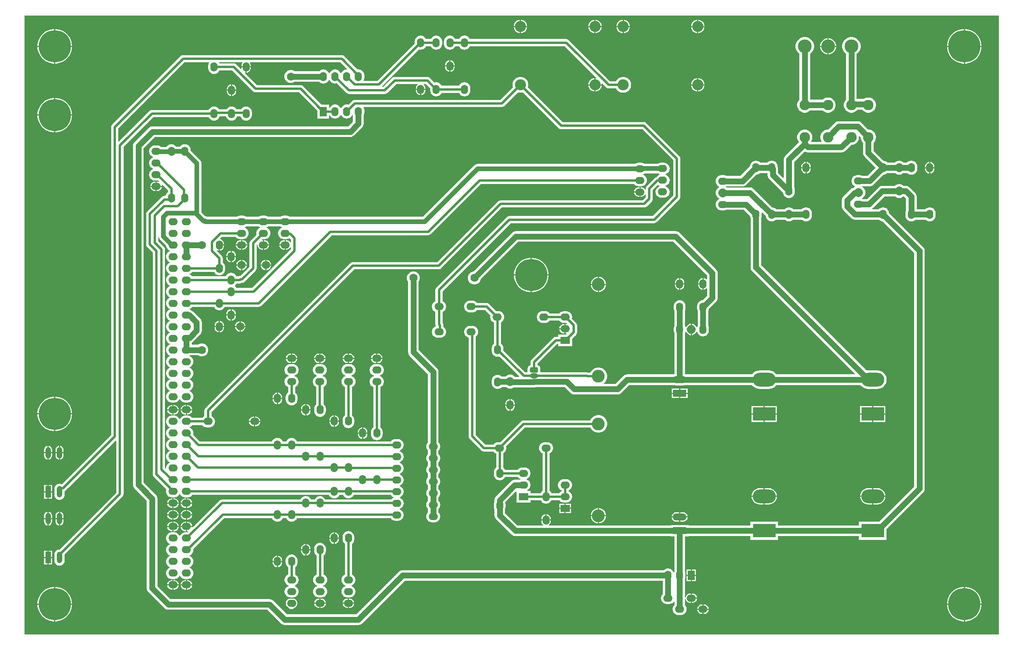
<source format=gbr>
%TF.GenerationSoftware,Altium Limited,Altium Designer,24.10.1 (45)*%
G04 Layer_Physical_Order=2*
G04 Layer_Color=16711680*
%FSLAX45Y45*%
%MOMM*%
%TF.SameCoordinates,66D1A1B5-90F7-41B0-AF59-7CED98AD6AFD*%
%TF.FilePolarity,Positive*%
%TF.FileFunction,Copper,L2,Bot,Signal*%
%TF.Part,Single*%
G01*
G75*
%TA.AperFunction,Conductor*%
%ADD10C,1.27000*%
%TA.AperFunction,ComponentPad*%
%ADD11O,2.03200X1.52400*%
%ADD12C,7.00000*%
%ADD13O,1.20000X2.50000*%
%ADD14R,1.20000X2.50000*%
%ADD15O,1.52400X2.03200*%
%ADD16O,5.00000X3.00000*%
%ADD17R,5.00000X3.00000*%
%ADD18O,2.03200X1.52400*%
%ADD19C,2.80000*%
%ADD20R,2.03200X1.52400*%
%ADD21O,1.77800X1.14300*%
G04:AMPARAMS|DCode=22|XSize=1.143mm|YSize=1.778mm|CornerRadius=0.28575mm|HoleSize=0mm|Usage=FLASHONLY|Rotation=90.000|XOffset=0mm|YOffset=0mm|HoleType=Round|Shape=RoundedRectangle|*
%AMROUNDEDRECTD22*
21,1,1.14300,1.20650,0,0,90.0*
21,1,0.57150,1.77800,0,0,90.0*
1,1,0.57150,0.60325,0.28575*
1,1,0.57150,0.60325,-0.28575*
1,1,0.57150,-0.60325,-0.28575*
1,1,0.57150,-0.60325,0.28575*
%
%ADD22ROUNDEDRECTD22*%
%ADD23R,1.52400X2.03200*%
%ADD24O,1.52400X2.03200*%
%ADD25O,3.00000X1.50000*%
%ADD26R,3.00000X1.50000*%
%ADD27R,1.52400X2.03200*%
%ADD28C,2.28600*%
%ADD29C,3.00000*%
%ADD30C,2.41300*%
%TA.AperFunction,ViaPad*%
%ADD31C,1.77800*%
%TA.AperFunction,Conductor*%
%ADD32C,0.50800*%
%ADD33C,1.01600*%
G36*
X23749001Y2540000D02*
X2540000D01*
Y16014700D01*
X23749001D01*
Y2540000D01*
D02*
G37*
%LPC*%
G36*
X15593248Y15920564D02*
X15586720D01*
Y15787215D01*
X15720071D01*
Y15793742D01*
X15710118Y15830888D01*
X15690891Y15864192D01*
X15663696Y15891383D01*
X15630394Y15910612D01*
X15593248Y15920564D01*
D02*
G37*
G36*
X15561320D02*
X15554793D01*
X15517647Y15910612D01*
X15484344Y15891383D01*
X15457150Y15864192D01*
X15437924Y15830888D01*
X15427971Y15793742D01*
Y15787215D01*
X15561320D01*
Y15920564D01*
D02*
G37*
G36*
X14979948D02*
X14973421D01*
Y15787215D01*
X15106770D01*
Y15793742D01*
X15096817Y15830888D01*
X15077589Y15864192D01*
X15050397Y15891383D01*
X15017093Y15910612D01*
X14979948Y15920564D01*
D02*
G37*
G36*
X13356947D02*
X13350420D01*
Y15787215D01*
X13483771D01*
Y15793742D01*
X13473817Y15830888D01*
X13454588Y15864192D01*
X13427397Y15891383D01*
X13394093Y15910612D01*
X13356947Y15920564D01*
D02*
G37*
G36*
X14948019D02*
X14941492D01*
X14904347Y15910612D01*
X14871043Y15891383D01*
X14843851Y15864192D01*
X14824623Y15830888D01*
X14814670Y15793742D01*
Y15787215D01*
X14948019D01*
Y15920564D01*
D02*
G37*
G36*
X13325020D02*
X13318492D01*
X13281348Y15910612D01*
X13248042Y15891383D01*
X13220851Y15864192D01*
X13201624Y15830888D01*
X13191670Y15793742D01*
Y15787215D01*
X13325020D01*
Y15920564D01*
D02*
G37*
G36*
X17216249D02*
X17209721D01*
Y15787215D01*
X17343071D01*
Y15793742D01*
X17333118Y15830888D01*
X17313890Y15864192D01*
X17286697Y15891383D01*
X17253394Y15910612D01*
X17216249Y15920564D01*
D02*
G37*
G36*
X17184322D02*
X17177792D01*
X17140646Y15910612D01*
X17107344Y15891383D01*
X17080151Y15864192D01*
X17060924Y15830888D01*
X17050970Y15793742D01*
Y15787215D01*
X17184322D01*
Y15920564D01*
D02*
G37*
G36*
X17343071Y15761813D02*
X17209721D01*
Y15628465D01*
X17216249D01*
X17253394Y15638419D01*
X17286697Y15657646D01*
X17313890Y15684837D01*
X17333118Y15718143D01*
X17343071Y15755287D01*
Y15761813D01*
D02*
G37*
G36*
X17184322D02*
X17050970D01*
Y15755287D01*
X17060924Y15718143D01*
X17080151Y15684837D01*
X17107344Y15657646D01*
X17140646Y15638419D01*
X17177792Y15628465D01*
X17184322D01*
Y15761813D01*
D02*
G37*
G36*
X15720071Y15761815D02*
X15586720D01*
Y15628465D01*
X15593248D01*
X15630394Y15638419D01*
X15663696Y15657646D01*
X15690891Y15684837D01*
X15710118Y15718143D01*
X15720071Y15755287D01*
Y15761815D01*
D02*
G37*
G36*
X15561320D02*
X15427971D01*
Y15755287D01*
X15437924Y15718143D01*
X15457150Y15684837D01*
X15484344Y15657646D01*
X15517647Y15638419D01*
X15554793Y15628465D01*
X15561320D01*
Y15761815D01*
D02*
G37*
G36*
X15106770Y15761815D02*
X14973421D01*
Y15628465D01*
X14979948D01*
X15017093Y15638419D01*
X15050397Y15657646D01*
X15077589Y15684837D01*
X15096817Y15718143D01*
X15106770Y15755287D01*
Y15761815D01*
D02*
G37*
G36*
X14948019D02*
X14814670D01*
Y15755287D01*
X14824623Y15718143D01*
X14843851Y15684837D01*
X14871043Y15657646D01*
X14904347Y15638419D01*
X14941492Y15628465D01*
X14948019D01*
Y15761815D01*
D02*
G37*
G36*
X13483771D02*
X13350420D01*
Y15628465D01*
X13356947D01*
X13394093Y15638419D01*
X13427397Y15657646D01*
X13454588Y15684837D01*
X13473817Y15718143D01*
X13483771Y15755287D01*
Y15761815D01*
D02*
G37*
G36*
X13325020D02*
X13191670D01*
Y15755287D01*
X13201624Y15718143D01*
X13220851Y15684837D01*
X13248042Y15657646D01*
X13281348Y15638419D01*
X13318492Y15628465D01*
X13325020D01*
Y15761815D01*
D02*
G37*
G36*
X12118652Y15576959D02*
X12085498Y15572594D01*
X12054604Y15559798D01*
X12028074Y15539441D01*
X12007717Y15512910D01*
X12002502Y15500320D01*
X11918194D01*
X11912979Y15512910D01*
X11892622Y15539441D01*
X11866093Y15559798D01*
X11835198Y15572594D01*
X11802045Y15576959D01*
X11768891Y15572594D01*
X11737997Y15559798D01*
X11711467Y15539441D01*
X11691110Y15512910D01*
X11678314Y15482018D01*
X11673949Y15448863D01*
Y15398064D01*
X11678314Y15364909D01*
X11691110Y15334016D01*
X11711467Y15307486D01*
X11737997Y15287129D01*
X11768891Y15274332D01*
X11802045Y15269968D01*
X11835198Y15274332D01*
X11866093Y15287129D01*
X11892622Y15307486D01*
X11912979Y15334016D01*
X11918194Y15346606D01*
X12002502D01*
X12007717Y15334016D01*
X12028074Y15307486D01*
X12054604Y15287129D01*
X12085498Y15274332D01*
X12118652Y15269968D01*
X12151805Y15274332D01*
X12182700Y15287129D01*
X12209229Y15307486D01*
X12229586Y15334016D01*
X12234801Y15346606D01*
X14305647D01*
X14992297Y14659956D01*
X14985948Y14648956D01*
X14979948Y14650565D01*
X14973421D01*
Y14517215D01*
X15106770D01*
Y14523743D01*
X15105162Y14529742D01*
X15116161Y14536093D01*
X15202084Y14450169D01*
X15202084Y14450168D01*
X15218002Y14437955D01*
X15236540Y14430276D01*
X15256432Y14427657D01*
X15256435Y14427657D01*
X15420280D01*
X15422084Y14423303D01*
X15440846Y14395222D01*
X15464728Y14371341D01*
X15492809Y14352579D01*
X15524011Y14339655D01*
X15557133Y14333064D01*
X15590907D01*
X15624031Y14339655D01*
X15655232Y14352579D01*
X15683315Y14371341D01*
X15707195Y14395222D01*
X15725958Y14423303D01*
X15738882Y14454504D01*
X15745471Y14487628D01*
Y14521400D01*
X15738882Y14554526D01*
X15725958Y14585727D01*
X15707195Y14613808D01*
X15683315Y14637689D01*
X15655232Y14656451D01*
X15624031Y14669376D01*
X15590907Y14675964D01*
X15557133D01*
X15524011Y14669376D01*
X15492809Y14656451D01*
X15464728Y14637689D01*
X15440846Y14613808D01*
X15422084Y14585727D01*
X15420280Y14581372D01*
X15288268D01*
X14391830Y15477811D01*
X14375912Y15490024D01*
X14357376Y15497702D01*
X14337483Y15500320D01*
X12234801D01*
X12229586Y15512910D01*
X12209229Y15539441D01*
X12182700Y15559798D01*
X12151805Y15572594D01*
X12118652Y15576959D01*
D02*
G37*
G36*
X11504818D02*
X11471665Y15572594D01*
X11440770Y15559798D01*
X11414241Y15539441D01*
X11393884Y15512910D01*
X11388669Y15500320D01*
X11282301D01*
X11277086Y15512910D01*
X11256729Y15539441D01*
X11230200Y15559798D01*
X11199305Y15572594D01*
X11166152Y15576959D01*
X11132998Y15572594D01*
X11102104Y15559798D01*
X11075574Y15539441D01*
X11055217Y15512910D01*
X11042421Y15482018D01*
X11038056Y15448863D01*
Y15404060D01*
X10220767Y14586772D01*
X9928794D01*
X9923492Y14599472D01*
X9935292Y14627962D01*
X9939657Y14661115D01*
Y14711916D01*
X9935292Y14745068D01*
X9922496Y14775963D01*
X9902139Y14802492D01*
X9875609Y14822849D01*
X9844715Y14835646D01*
X9811561Y14840010D01*
X9794416Y14837753D01*
X9504482Y15127687D01*
X9488564Y15139902D01*
X9470028Y15147578D01*
X9450136Y15150198D01*
X5995198D01*
X5975305Y15147578D01*
X5956769Y15139902D01*
X5940851Y15127687D01*
X4452513Y13639349D01*
X4440299Y13623431D01*
X4432621Y13604895D01*
X4430002Y13585004D01*
Y6884040D01*
X3395876Y5849915D01*
X3395875Y5849914D01*
X3356433Y5810471D01*
X3334616Y5819508D01*
X3305692Y5823316D01*
X3276767Y5819508D01*
X3249814Y5808344D01*
X3226668Y5790584D01*
X3208908Y5767438D01*
X3197744Y5740485D01*
X3193936Y5711560D01*
Y5581560D01*
X3197744Y5552636D01*
X3208908Y5525682D01*
X3226668Y5502537D01*
X3249814Y5484777D01*
X3276767Y5473612D01*
X3305692Y5469804D01*
X3334616Y5473612D01*
X3361570Y5484777D01*
X3384715Y5502537D01*
X3402475Y5525682D01*
X3413640Y5552636D01*
X3417448Y5581560D01*
Y5658059D01*
X3417884Y5658240D01*
X3433802Y5670454D01*
X3504568Y5741220D01*
X3504569Y5741221D01*
X4533064Y6769716D01*
X4544797Y6764856D01*
Y5626996D01*
X3308399Y4390597D01*
X3305692Y4390953D01*
X3276767Y4387145D01*
X3249814Y4375981D01*
X3226668Y4358221D01*
X3208908Y4335075D01*
X3197744Y4308122D01*
X3193936Y4279197D01*
Y4149197D01*
X3197744Y4120273D01*
X3208908Y4093319D01*
X3226668Y4070174D01*
X3249814Y4052414D01*
X3276767Y4041249D01*
X3305692Y4037441D01*
X3334616Y4041249D01*
X3361570Y4052414D01*
X3384715Y4070174D01*
X3402475Y4093319D01*
X3413640Y4120273D01*
X3417448Y4149197D01*
Y4279197D01*
X3417091Y4281904D01*
X4676001Y5540813D01*
X4676002Y5540814D01*
X4688216Y5556732D01*
X4695894Y5575268D01*
X4698513Y5595160D01*
X4698513Y5595162D01*
Y13153214D01*
X5347981Y13802682D01*
X6552058D01*
X6557273Y13790092D01*
X6577630Y13763564D01*
X6604160Y13743205D01*
X6635054Y13730409D01*
X6668207Y13726045D01*
X6701361Y13730409D01*
X6732255Y13743205D01*
X6758785Y13763564D01*
X6779142Y13790092D01*
X6791230Y13819276D01*
X6926185D01*
X6938273Y13790092D01*
X6958630Y13763564D01*
X6985160Y13743205D01*
X7016054Y13730409D01*
X7049207Y13726045D01*
X7082361Y13730409D01*
X7113255Y13743205D01*
X7139785Y13763564D01*
X7160142Y13790092D01*
X7172230Y13819276D01*
X7243685D01*
X7255773Y13790092D01*
X7276130Y13763564D01*
X7302660Y13743205D01*
X7333554Y13730409D01*
X7366707Y13726045D01*
X7399861Y13730409D01*
X7430755Y13743205D01*
X7457285Y13763564D01*
X7477642Y13790092D01*
X7490438Y13820987D01*
X7494803Y13854140D01*
Y13904939D01*
X7490438Y13938094D01*
X7477642Y13968988D01*
X7457285Y13995518D01*
X7430755Y14015875D01*
X7399861Y14028671D01*
X7366707Y14033035D01*
X7333554Y14028671D01*
X7302660Y14015875D01*
X7276130Y13995518D01*
X7258845Y13972990D01*
X7157070D01*
X7139785Y13995518D01*
X7113255Y14015875D01*
X7082361Y14028671D01*
X7049207Y14033035D01*
X7016054Y14028671D01*
X6985160Y14015875D01*
X6958630Y13995518D01*
X6941345Y13972990D01*
X6776070D01*
X6758785Y13995518D01*
X6732255Y14015875D01*
X6701361Y14028671D01*
X6668207Y14033035D01*
X6635054Y14028671D01*
X6604160Y14015875D01*
X6577630Y13995518D01*
X6557273Y13968988D01*
X6552058Y13956398D01*
X5316146D01*
X5296254Y13953780D01*
X5277717Y13946101D01*
X5261799Y13933887D01*
X5261798Y13933887D01*
X4595451Y13267538D01*
X4583717Y13272398D01*
Y13553168D01*
X6027033Y14996483D01*
X6551736D01*
X6553386Y14993137D01*
X6556774Y14983783D01*
X6544476Y14954094D01*
X6540112Y14920940D01*
Y14870140D01*
X6544476Y14836987D01*
X6557273Y14806093D01*
X6577630Y14779562D01*
X6604160Y14759206D01*
X6635054Y14746410D01*
X6668207Y14742046D01*
X6701361Y14746410D01*
X6732255Y14759206D01*
X6758785Y14779562D01*
X6779142Y14806093D01*
X6784357Y14818683D01*
X7063908D01*
X7514471Y14368120D01*
X7530389Y14355907D01*
X7548925Y14348228D01*
X7568818Y14345609D01*
X7568820Y14345609D01*
X8519774D01*
X8922561Y13942821D01*
Y13772115D01*
X9176561D01*
Y13840666D01*
X9189261Y13843192D01*
X9192627Y13835068D01*
X9212984Y13808537D01*
X9239513Y13788181D01*
X9270408Y13775385D01*
X9303561Y13771019D01*
X9336715Y13775385D01*
X9367609Y13788181D01*
X9394139Y13808537D01*
X9414496Y13835068D01*
X9423688Y13857260D01*
X9437435D01*
X9446627Y13835068D01*
X9466984Y13808537D01*
X9493513Y13788181D01*
X9524408Y13775385D01*
X9557561Y13771019D01*
X9590715Y13775385D01*
X9621609Y13788181D01*
X9648139Y13808537D01*
X9668496Y13835068D01*
X9672977Y13845886D01*
X9687921Y13848776D01*
X9691874Y13844742D01*
Y13703915D01*
X9587575Y13599615D01*
X5327702D01*
X5297864Y13595688D01*
X5270059Y13584171D01*
X5246183Y13565849D01*
X4938889Y13258556D01*
X4920568Y13234680D01*
X4909051Y13206876D01*
X4905123Y13177036D01*
Y5798188D01*
X4909051Y5768350D01*
X4920568Y5740545D01*
X4938889Y5716668D01*
X5205816Y5449741D01*
Y3547516D01*
X5209744Y3517678D01*
X5221262Y3489873D01*
X5239583Y3465996D01*
X5591320Y3114260D01*
X5591320Y3114259D01*
X5615197Y3095938D01*
X5643002Y3084421D01*
X5672840Y3080492D01*
X7827832D01*
X8126885Y2781438D01*
X8150762Y2763117D01*
X8178567Y2751600D01*
X8208405Y2747672D01*
X8208407Y2747672D01*
X9810194D01*
X9840032Y2751600D01*
X9867837Y2763117D01*
X9891714Y2781438D01*
X10820670Y3710395D01*
X16434550D01*
Y3423277D01*
X16433859Y3422747D01*
X16413503Y3396217D01*
X16400706Y3365323D01*
X16396342Y3332169D01*
X16400706Y3299016D01*
X16413503Y3268121D01*
X16433859Y3241592D01*
X16460390Y3221235D01*
X16491284Y3208438D01*
X16524437Y3204073D01*
X16575237D01*
X16608391Y3208438D01*
X16639285Y3221235D01*
X16665816Y3241592D01*
X16675851Y3254671D01*
X16688551Y3250360D01*
Y3182139D01*
X16687860Y3181609D01*
X16667503Y3155080D01*
X16654706Y3124185D01*
X16650342Y3091032D01*
X16654706Y3057878D01*
X16667503Y3026984D01*
X16687860Y3000454D01*
X16714389Y2980097D01*
X16745284Y2967301D01*
X16778436Y2962936D01*
X16829237D01*
X16862392Y2967301D01*
X16893285Y2980097D01*
X16919815Y3000454D01*
X16940172Y3026984D01*
X16952968Y3057878D01*
X16957333Y3091032D01*
X16952968Y3124185D01*
X16940172Y3155080D01*
X16919815Y3181609D01*
X16919124Y3182139D01*
Y3317185D01*
X16931824Y3318017D01*
X16933452Y3305646D01*
X16943690Y3280931D01*
X16959975Y3259707D01*
X16981200Y3243422D01*
X17005914Y3233184D01*
X17032437Y3229692D01*
X17045137D01*
Y3332169D01*
Y3434646D01*
X17032437D01*
X17005914Y3431154D01*
X16981200Y3420917D01*
X16959975Y3404631D01*
X16943690Y3383408D01*
X16933452Y3358692D01*
X16931824Y3346321D01*
X16919124Y3347154D01*
Y3746740D01*
X16927568Y3767128D01*
X16931934Y3800281D01*
Y3851081D01*
X16927568Y3884235D01*
X16919124Y3904622D01*
Y4672929D01*
X17004637D01*
Y4683443D01*
X18343292D01*
Y4597929D01*
X18944891D01*
Y4683443D01*
X20706026D01*
Y4597929D01*
X21307626D01*
Y4836489D01*
X22105002Y5633865D01*
X22123323Y5657742D01*
X22134840Y5685547D01*
X22138770Y5715385D01*
Y10891481D01*
X22134840Y10921320D01*
X22123323Y10949125D01*
X22105002Y10973001D01*
X21357101Y11720903D01*
X21354182Y11743066D01*
X21341386Y11773960D01*
X21321030Y11800489D01*
X21294501Y11820846D01*
X21263605Y11833643D01*
X21230452Y11838008D01*
X21197298Y11833643D01*
X21166405Y11820846D01*
X21139874Y11800489D01*
X21139343Y11799798D01*
X20999036D01*
X20994724Y11812498D01*
X21007990Y11822678D01*
X21262538Y12077226D01*
X21490959D01*
X21491490Y12076535D01*
X21518019Y12056178D01*
X21548914Y12043381D01*
X21582066Y12039016D01*
X21615221Y12043381D01*
X21646115Y12056178D01*
X21672644Y12076535D01*
X21683746Y12071345D01*
X21731650Y12023441D01*
Y11763453D01*
X21723206Y11743066D01*
X21718840Y11709912D01*
Y11659112D01*
X21723206Y11625958D01*
X21736002Y11595064D01*
X21756358Y11568535D01*
X21782887Y11548178D01*
X21813783Y11535381D01*
X21846936Y11531016D01*
X21880090Y11535381D01*
X21910983Y11548178D01*
X21937514Y11568535D01*
X21938045Y11569226D01*
X22154802D01*
X22155331Y11568535D01*
X22181860Y11548178D01*
X22212756Y11535381D01*
X22245909Y11531016D01*
X22279063Y11535381D01*
X22309956Y11548178D01*
X22336487Y11568535D01*
X22356844Y11595064D01*
X22369640Y11625958D01*
X22374005Y11659112D01*
Y11709912D01*
X22369640Y11743066D01*
X22356844Y11773960D01*
X22336487Y11800489D01*
X22309956Y11820846D01*
X22279063Y11833643D01*
X22245909Y11838008D01*
X22212756Y11833643D01*
X22181860Y11820846D01*
X22155331Y11800489D01*
X22154802Y11799798D01*
X21962222D01*
Y12071195D01*
X21958295Y12101033D01*
X21946777Y12128838D01*
X21928456Y12152714D01*
X21807140Y12274032D01*
X21783263Y12292353D01*
X21755457Y12303870D01*
X21725620Y12307798D01*
X21673175D01*
X21672644Y12308489D01*
X21646115Y12328846D01*
X21615221Y12341643D01*
X21582066Y12346008D01*
X21548914Y12341643D01*
X21518019Y12328846D01*
X21491490Y12308489D01*
X21490959Y12307798D01*
X21214787D01*
X21214784Y12307799D01*
X21184947Y12303870D01*
X21157143Y12292353D01*
X21133266Y12274032D01*
X21133266Y12274031D01*
X20878717Y12019484D01*
X20779012D01*
X20775188Y12026745D01*
X20774492Y12032024D01*
X20787781Y12042220D01*
X20798808Y12056592D01*
X20813181Y12067620D01*
X20833536Y12094150D01*
X20846333Y12125044D01*
X20850697Y12158197D01*
X20846333Y12191351D01*
X20833536Y12222245D01*
X20813181Y12248775D01*
X20798808Y12259803D01*
X20787781Y12274175D01*
X20774492Y12284370D01*
X20775188Y12289650D01*
X20779012Y12296911D01*
X20942137D01*
X20971976Y12300840D01*
X20999780Y12312357D01*
X21023657Y12330678D01*
X21241441Y12548463D01*
X21263605Y12551381D01*
X21294501Y12564178D01*
X21321030Y12584535D01*
X21321561Y12585226D01*
X21490959D01*
X21491490Y12584535D01*
X21518019Y12564178D01*
X21548914Y12551381D01*
X21582066Y12547016D01*
X21615221Y12551381D01*
X21646115Y12564178D01*
X21672644Y12584535D01*
X21673175Y12585226D01*
X21755827D01*
X21756358Y12584535D01*
X21782887Y12564178D01*
X21813783Y12551381D01*
X21846936Y12547016D01*
X21880090Y12551381D01*
X21910983Y12564178D01*
X21937514Y12584535D01*
X21957870Y12611064D01*
X21970667Y12641958D01*
X21975032Y12675112D01*
Y12725912D01*
X21970667Y12759066D01*
X21957870Y12789960D01*
X21937514Y12816489D01*
X21910983Y12836845D01*
X21880090Y12849643D01*
X21846936Y12854008D01*
X21813783Y12849643D01*
X21782887Y12836845D01*
X21756358Y12816489D01*
X21755827Y12815797D01*
X21673175D01*
X21672644Y12816489D01*
X21646115Y12836845D01*
X21615221Y12849643D01*
X21582066Y12854008D01*
X21548914Y12849643D01*
X21518019Y12836845D01*
X21491490Y12816489D01*
X21490959Y12815797D01*
X21321561D01*
X21321030Y12816489D01*
X21294501Y12836845D01*
X21263605Y12849643D01*
X21241443Y12852560D01*
X21025745Y13068259D01*
Y13246057D01*
X21038699Y13259013D01*
X21056767Y13286053D01*
X21069214Y13316100D01*
X21075558Y13347997D01*
Y13380519D01*
X21069214Y13412416D01*
X21056767Y13442462D01*
X21038699Y13469502D01*
X21015704Y13492499D01*
X20988663Y13510567D01*
X20958617Y13523013D01*
X20926720Y13529358D01*
X20908398D01*
X20759380Y13678375D01*
X20735504Y13696696D01*
X20707700Y13708214D01*
X20677861Y13712141D01*
X20264748D01*
X20234909Y13708214D01*
X20207104Y13696696D01*
X20183228Y13678375D01*
X20034209Y13529358D01*
X20015887D01*
X19983990Y13523013D01*
X19953944Y13510567D01*
X19926904Y13492499D01*
X19903906Y13469502D01*
X19885838Y13442462D01*
X19873393Y13412416D01*
X19867049Y13380519D01*
Y13347997D01*
X19873393Y13316100D01*
X19885838Y13286053D01*
X19893329Y13274844D01*
X19887341Y13263644D01*
X19671449D01*
X19665462Y13274844D01*
X19672952Y13286053D01*
X19685397Y13316100D01*
X19691742Y13347997D01*
Y13380519D01*
X19685397Y13412416D01*
X19672952Y13442462D01*
X19654884Y13469502D01*
X19631888Y13492499D01*
X19604846Y13510567D01*
X19574800Y13523013D01*
X19542903Y13529358D01*
X19510382D01*
X19478485Y13523013D01*
X19448438Y13510567D01*
X19421397Y13492499D01*
X19398401Y13469502D01*
X19380333Y13442462D01*
X19367886Y13412416D01*
X19361542Y13380519D01*
Y13347997D01*
X19367886Y13316100D01*
X19380333Y13286053D01*
X19398401Y13259013D01*
X19400961Y13256451D01*
X19101401Y12956892D01*
X19083080Y12933015D01*
X19071564Y12905209D01*
X19067635Y12875372D01*
Y12487431D01*
X19055902Y12482571D01*
X18947266Y12591208D01*
Y12675789D01*
X18947266Y12675791D01*
X18943336Y12705629D01*
X18935353Y12724903D01*
Y12725912D01*
X18930988Y12759066D01*
X18918192Y12789960D01*
X18897835Y12816489D01*
X18871304Y12836845D01*
X18840411Y12849643D01*
X18807257Y12854008D01*
X18774104Y12849643D01*
X18743208Y12836845D01*
X18716679Y12816489D01*
X18716150Y12815797D01*
X18553752D01*
X18553223Y12816489D01*
X18526692Y12836845D01*
X18495798Y12849643D01*
X18462643Y12854008D01*
X18429491Y12849643D01*
X18398596Y12836845D01*
X18372067Y12816489D01*
X18351711Y12789960D01*
X18338913Y12759066D01*
X18335995Y12736903D01*
X18123576Y12524484D01*
X17817448D01*
X17797060Y12532928D01*
X17763907Y12537293D01*
X17713107D01*
X17679953Y12532928D01*
X17649059Y12520132D01*
X17622530Y12499775D01*
X17602171Y12473245D01*
X17589375Y12442351D01*
X17585011Y12409197D01*
X17589375Y12376044D01*
X17602171Y12345150D01*
X17622530Y12318620D01*
X17649059Y12298263D01*
X17659518Y12293931D01*
X17661176Y12281339D01*
X17647929Y12271175D01*
X17636900Y12256803D01*
X17622530Y12245775D01*
X17602171Y12219245D01*
X17589375Y12188351D01*
X17585011Y12155197D01*
X17589375Y12122044D01*
X17602171Y12091150D01*
X17622530Y12064620D01*
X17636900Y12053592D01*
X17647929Y12039220D01*
X17661176Y12029055D01*
X17659518Y12016464D01*
X17649059Y12012132D01*
X17622530Y11991775D01*
X17602171Y11965245D01*
X17589375Y11934351D01*
X17585011Y11901197D01*
X17589375Y11868044D01*
X17602171Y11837150D01*
X17622530Y11810620D01*
X17649059Y11790263D01*
X17679953Y11777466D01*
X17713107Y11773102D01*
X17763907D01*
X17797060Y11777466D01*
X17817448Y11785911D01*
X18198206D01*
X18335995Y11648121D01*
X18338913Y11625958D01*
X18347359Y11605571D01*
Y10532359D01*
X18351286Y10502521D01*
X18362804Y10474715D01*
X18381125Y10450839D01*
X20616768Y8215196D01*
X20611906Y8203463D01*
X18909242D01*
X18886766Y8230851D01*
X18856190Y8255944D01*
X18821307Y8274589D01*
X18783455Y8286071D01*
X18744092Y8289948D01*
X18544092D01*
X18504729Y8286071D01*
X18466878Y8274589D01*
X18431993Y8255944D01*
X18401418Y8230851D01*
X18378941Y8203463D01*
X16929243D01*
X16919124Y8207654D01*
Y9101978D01*
X16927568Y9122366D01*
X16928873Y9132267D01*
X16941907Y9133984D01*
X16943690Y9129681D01*
X16959975Y9108457D01*
X16974347Y9097429D01*
X16985374Y9083057D01*
X17006599Y9066772D01*
X17031314Y9056534D01*
X17045137Y9054714D01*
Y9180919D01*
Y9307124D01*
X17031314Y9305304D01*
X17006599Y9295067D01*
X16985374Y9278782D01*
X16974347Y9264409D01*
X16959975Y9253382D01*
X16943690Y9232158D01*
X16941907Y9227855D01*
X16928873Y9229571D01*
X16927568Y9239473D01*
X16919124Y9259861D01*
Y9583741D01*
X16927568Y9604129D01*
X16931934Y9637282D01*
Y9688082D01*
X16927568Y9721236D01*
X16914772Y9752130D01*
X16894415Y9778660D01*
X16867885Y9799016D01*
X16836990Y9811813D01*
X16803838Y9816178D01*
X16770683Y9811813D01*
X16739789Y9799016D01*
X16713260Y9778660D01*
X16692903Y9752130D01*
X16680106Y9721236D01*
X16675742Y9688082D01*
Y9637282D01*
X16680106Y9604129D01*
X16688551Y9583741D01*
Y9259861D01*
X16680106Y9239473D01*
X16675742Y9206319D01*
Y9155519D01*
X16680106Y9122366D01*
X16688551Y9101978D01*
Y8207654D01*
X16678432Y8203463D01*
X15661136D01*
X15661134Y8203463D01*
X15631296Y8199535D01*
X15603491Y8188018D01*
X15579614Y8169696D01*
X15579613Y8169695D01*
X15405736Y7995818D01*
X15154646D01*
X15150958Y8007971D01*
X15157030Y8012027D01*
X15183606Y8038604D01*
X15204488Y8069854D01*
X15218871Y8104577D01*
X15226202Y8141439D01*
Y8179024D01*
X15218871Y8215886D01*
X15204488Y8250609D01*
X15183606Y8281859D01*
X15157030Y8308436D01*
X15125780Y8329316D01*
X15091055Y8343699D01*
X15054195Y8351032D01*
X15016611D01*
X14979749Y8343699D01*
X14945024Y8329316D01*
X14913774Y8308436D01*
X14887198Y8281859D01*
X14866318Y8250609D01*
X14862814Y8242151D01*
X14804227D01*
X14802103Y8243030D01*
X14782211Y8245649D01*
X13783411D01*
X13772273Y8258349D01*
X13773441Y8267216D01*
Y8324366D01*
X13770712Y8345087D01*
X13762715Y8364396D01*
X13749992Y8380977D01*
X13733411Y8393701D01*
X13714102Y8401698D01*
X13709914Y8402250D01*
Y8436420D01*
X14137666Y8864174D01*
X14155934D01*
Y8814032D01*
X14460735D01*
Y8974846D01*
X14549281Y9063393D01*
X14561494Y9079311D01*
X14569173Y9097847D01*
X14571793Y9117739D01*
Y9272322D01*
X14571793Y9272324D01*
X14569173Y9292216D01*
X14561494Y9310753D01*
X14549281Y9326670D01*
X14549280Y9326671D01*
X14457768Y9418183D01*
X14461830Y9449032D01*
X14457465Y9482185D01*
X14444669Y9513080D01*
X14424312Y9539609D01*
X14397781Y9559966D01*
X14366888Y9572763D01*
X14333734Y9577127D01*
X14282935D01*
X14249780Y9572763D01*
X14218886Y9559966D01*
X14192357Y9539609D01*
X14181828Y9525889D01*
X13974400D01*
X13963142Y9540559D01*
X13936613Y9560916D01*
X13905719Y9573713D01*
X13872566Y9578077D01*
X13821767D01*
X13788612Y9573713D01*
X13757718Y9560916D01*
X13731187Y9540559D01*
X13710831Y9514029D01*
X13698035Y9483135D01*
X13693671Y9449982D01*
X13698035Y9416828D01*
X13710831Y9385934D01*
X13731187Y9359404D01*
X13757718Y9339047D01*
X13788612Y9326251D01*
X13821767Y9321886D01*
X13872566D01*
X13905719Y9326251D01*
X13936613Y9339047D01*
X13963142Y9359404D01*
X13972942Y9372174D01*
X14181828D01*
X14192357Y9358454D01*
X14218886Y9338097D01*
X14249780Y9325301D01*
X14282935Y9320936D01*
X14333734D01*
X14337177Y9321389D01*
X14350447Y9308118D01*
X14344514Y9296089D01*
X14333734Y9297508D01*
X14321034D01*
Y9195032D01*
Y9092555D01*
X14333734D01*
X14341580Y9080778D01*
X14339529Y9075914D01*
X14337305Y9074992D01*
X14328233Y9068032D01*
X14155934D01*
Y9017889D01*
X14105833D01*
X14105832Y9017890D01*
X14085939Y9015271D01*
X14067403Y9007592D01*
X14051485Y8995378D01*
X13578709Y8522602D01*
X13566495Y8506685D01*
X13558817Y8488148D01*
X13556198Y8468256D01*
Y8402250D01*
X13552010Y8401698D01*
X13532701Y8393701D01*
X13516119Y8380977D01*
X13503397Y8364396D01*
X13495399Y8345087D01*
X13492671Y8324366D01*
Y8267216D01*
X13493839Y8258349D01*
X13482700Y8245649D01*
X13442152D01*
X12968324Y8719478D01*
Y8764280D01*
X12963959Y8797434D01*
X12951163Y8828328D01*
X12930806Y8854858D01*
X12912555Y8868862D01*
Y9335709D01*
X12920613Y9339047D01*
X12947144Y9359404D01*
X12967500Y9385934D01*
X12980296Y9416828D01*
X12984660Y9449982D01*
X12980296Y9483135D01*
X12967500Y9514029D01*
X12947144Y9540559D01*
X12920613Y9560916D01*
X12889719Y9573713D01*
X12856566Y9578077D01*
X12811763D01*
X12656391Y9733449D01*
X12640473Y9745664D01*
X12621937Y9753342D01*
X12602044Y9755960D01*
X12391308D01*
X12380781Y9769680D01*
X12354251Y9790037D01*
X12323357Y9802834D01*
X12290204Y9807199D01*
X12239404D01*
X12206250Y9802834D01*
X12175356Y9790037D01*
X12148826Y9769680D01*
X12128469Y9743151D01*
X12115672Y9712256D01*
X12111308Y9679103D01*
X12115672Y9645949D01*
X12128469Y9615055D01*
X12148826Y9588525D01*
X12175356Y9568169D01*
X12206250Y9555372D01*
X12239404Y9551007D01*
X12290204D01*
X12323357Y9555372D01*
X12354251Y9568169D01*
X12380781Y9588525D01*
X12391308Y9602245D01*
X12570209D01*
X12684168Y9488286D01*
X12682035Y9483135D01*
X12677670Y9449982D01*
X12682035Y9416828D01*
X12694831Y9385934D01*
X12715188Y9359404D01*
X12741718Y9339047D01*
X12758839Y9331955D01*
Y8861908D01*
X12749651Y8854858D01*
X12729294Y8828328D01*
X12716497Y8797434D01*
X12712133Y8764280D01*
Y8713480D01*
X12716497Y8680327D01*
X12729294Y8649432D01*
X12749651Y8622903D01*
X12776180Y8602546D01*
X12807076Y8589749D01*
X12840228Y8585384D01*
X12873383Y8589749D01*
X12878532Y8591883D01*
X13310616Y8159799D01*
X13305756Y8148066D01*
X13213635D01*
X13203999Y8160624D01*
X13177470Y8180981D01*
X13146576Y8193777D01*
X13113423Y8198142D01*
X13080269Y8193777D01*
X13049374Y8180981D01*
X13022845Y8160624D01*
X13020102Y8157049D01*
X12927950D01*
X12904276Y8175214D01*
X12873383Y8188011D01*
X12840228Y8192376D01*
X12807076Y8188011D01*
X12776180Y8175214D01*
X12749651Y8154857D01*
X12729294Y8128328D01*
X12716497Y8097434D01*
X12712133Y8064280D01*
Y8013480D01*
X12716497Y7980326D01*
X12729294Y7949432D01*
X12749651Y7922903D01*
X12776180Y7902546D01*
X12807076Y7889749D01*
X12840228Y7885384D01*
X12873383Y7889749D01*
X12904276Y7902546D01*
X12930806Y7922903D01*
X12933548Y7926477D01*
X13025702D01*
X13049374Y7908312D01*
X13080269Y7895515D01*
X13113423Y7891151D01*
X13146576Y7895515D01*
X13177470Y7908312D01*
X13189435Y7917493D01*
X13624043D01*
X13653882Y7921421D01*
X13666154Y7926505D01*
X14298798D01*
X14426289Y7799012D01*
X14450166Y7780691D01*
X14477971Y7769174D01*
X14507809Y7765245D01*
X15453490D01*
X15483327Y7769173D01*
X15511131Y7780691D01*
X15535008Y7799012D01*
X15708887Y7972890D01*
X16678432D01*
X16695998Y7965615D01*
X16728838Y7961291D01*
X16878838D01*
X16911678Y7965615D01*
X16929243Y7972890D01*
X18378941D01*
X18401418Y7945503D01*
X18431993Y7920410D01*
X18466878Y7901764D01*
X18504729Y7890282D01*
X18544092Y7886405D01*
X18744092D01*
X18783455Y7890282D01*
X18821307Y7901764D01*
X18856190Y7920410D01*
X18886766Y7945503D01*
X18909242Y7972890D01*
X20741676D01*
X20764153Y7945503D01*
X20794728Y7920410D01*
X20829613Y7901764D01*
X20867464Y7890282D01*
X20906825Y7886405D01*
X21106825D01*
X21146190Y7890282D01*
X21184041Y7901764D01*
X21218925Y7920410D01*
X21249501Y7945503D01*
X21274593Y7976078D01*
X21293239Y8010962D01*
X21304721Y8048813D01*
X21308598Y8088177D01*
X21304721Y8127540D01*
X21293239Y8165391D01*
X21274593Y8200275D01*
X21249501Y8230851D01*
X21218925Y8255944D01*
X21184041Y8274589D01*
X21146190Y8286071D01*
X21106825Y8289948D01*
X20906825D01*
X20871567Y8286475D01*
X18577931Y10580112D01*
Y11605571D01*
X18586375Y11625958D01*
X18590739Y11659112D01*
Y11709912D01*
X18589062Y11722661D01*
X18600452Y11728278D01*
X18680609Y11648121D01*
X18683527Y11625958D01*
X18696323Y11595064D01*
X18716679Y11568535D01*
X18743208Y11548178D01*
X18774104Y11535381D01*
X18807257Y11531016D01*
X18840411Y11535381D01*
X18871304Y11548178D01*
X18897835Y11568535D01*
X18898364Y11569226D01*
X19091814D01*
X19092345Y11568535D01*
X19118874Y11548178D01*
X19149768Y11535381D01*
X19182921Y11531016D01*
X19216075Y11535381D01*
X19246970Y11548178D01*
X19273499Y11568535D01*
X19274030Y11569226D01*
X19462979D01*
X19463509Y11568535D01*
X19490038Y11548178D01*
X19520934Y11535381D01*
X19554086Y11531016D01*
X19587241Y11535381D01*
X19618134Y11548178D01*
X19644664Y11568535D01*
X19665021Y11595064D01*
X19677817Y11625958D01*
X19682182Y11659112D01*
Y11709912D01*
X19677817Y11743066D01*
X19665021Y11773960D01*
X19644664Y11800489D01*
X19618134Y11820846D01*
X19587241Y11833643D01*
X19554086Y11838008D01*
X19520934Y11833643D01*
X19490038Y11820846D01*
X19463509Y11800489D01*
X19462979Y11799798D01*
X19274030D01*
X19273499Y11800489D01*
X19246970Y11820846D01*
X19216075Y11833643D01*
X19182921Y11838008D01*
X19149768Y11833643D01*
X19118874Y11820846D01*
X19092345Y11800489D01*
X19091814Y11799798D01*
X18898364D01*
X18897835Y11800489D01*
X18871304Y11820846D01*
X18840411Y11833643D01*
X18818248Y11836561D01*
X18418092Y12236717D01*
X18394215Y12255038D01*
X18366409Y12266556D01*
X18336572Y12270484D01*
X17829614D01*
X17829083Y12271175D01*
X17815797Y12281370D01*
X17816492Y12286650D01*
X17820316Y12293911D01*
X18171330D01*
X18201167Y12297839D01*
X18228973Y12309357D01*
X18252849Y12327678D01*
X18473634Y12548463D01*
X18495798Y12551381D01*
X18526692Y12564178D01*
X18553223Y12584535D01*
X18553752Y12585226D01*
X18716150D01*
X18716679Y12584535D01*
X18716692Y12584525D01*
Y12543455D01*
X18720621Y12513617D01*
X18732138Y12485811D01*
X18750459Y12461935D01*
X19056273Y12156121D01*
X19059190Y12133958D01*
X19071986Y12103064D01*
X19092345Y12076535D01*
X19118874Y12056178D01*
X19149768Y12043381D01*
X19182921Y12039016D01*
X19216075Y12043381D01*
X19246970Y12056178D01*
X19273499Y12076535D01*
X19293855Y12103064D01*
X19306651Y12133958D01*
X19311017Y12167112D01*
Y12217912D01*
X19306651Y12251066D01*
X19298209Y12271453D01*
Y12827618D01*
X19528062Y13057474D01*
X19539735Y13048517D01*
X19567540Y13037000D01*
X19597379Y13033070D01*
X19597380Y13033070D01*
X20325742D01*
X20355582Y13037000D01*
X20383385Y13048517D01*
X20407262Y13066838D01*
X20539581Y13199158D01*
X20557903D01*
X20589799Y13205502D01*
X20619846Y13217947D01*
X20646887Y13236015D01*
X20669884Y13259013D01*
X20687952Y13286053D01*
X20700398Y13316100D01*
X20706741Y13347997D01*
Y13380519D01*
X20704947Y13389542D01*
X20716148Y13395529D01*
X20745358Y13366318D01*
Y13347997D01*
X20751703Y13316100D01*
X20764149Y13286053D01*
X20782217Y13259013D01*
X20795172Y13246057D01*
Y13020505D01*
X20799100Y12990668D01*
X20810619Y12962862D01*
X20828938Y12938986D01*
X21067412Y12700512D01*
X20894383Y12527484D01*
X20776143D01*
X20755756Y12535928D01*
X20722601Y12540293D01*
X20671802D01*
X20638649Y12535928D01*
X20607755Y12523132D01*
X20581226Y12502775D01*
X20560867Y12476245D01*
X20548071Y12445351D01*
X20543706Y12412197D01*
X20548071Y12379044D01*
X20560867Y12348150D01*
X20581226Y12321620D01*
X20607755Y12301263D01*
X20618214Y12296931D01*
X20619872Y12284339D01*
X20606625Y12274175D01*
X20601755Y12267828D01*
X20577963Y12264696D01*
X20550159Y12253178D01*
X20526282Y12234857D01*
X20526282Y12234856D01*
X20366206Y12074781D01*
X20347885Y12050904D01*
X20336366Y12023099D01*
X20332439Y11993261D01*
Y11858867D01*
X20336366Y11829028D01*
X20347885Y11801223D01*
X20366206Y11777347D01*
X20540559Y11602992D01*
X20564436Y11584671D01*
X20592242Y11573154D01*
X20622079Y11569226D01*
X20622083Y11569226D01*
X21139343D01*
X21139874Y11568535D01*
X21166405Y11548178D01*
X21197298Y11535381D01*
X21219461Y11532463D01*
X21908195Y10843728D01*
Y5763138D01*
X21144588Y4999529D01*
X20706026D01*
Y4914015D01*
X18944891D01*
Y4999529D01*
X18343292D01*
Y4914015D01*
X17004637D01*
Y4924529D01*
X16603036D01*
Y4914015D01*
X13960515D01*
X13956203Y4926715D01*
X13968030Y4935790D01*
X13984315Y4957014D01*
X13994553Y4981730D01*
X13998045Y5008253D01*
Y5020952D01*
X13895567D01*
X13793092D01*
Y5008253D01*
X13796584Y4981730D01*
X13806821Y4957014D01*
X13823106Y4935790D01*
X13834933Y4926715D01*
X13830621Y4914015D01*
X13272110D01*
X13002078Y5184048D01*
Y5269045D01*
X13010522Y5289433D01*
X13014886Y5322586D01*
Y5373386D01*
X13010522Y5406540D01*
X13004366Y5421406D01*
X13239381Y5656423D01*
X13252081Y5651162D01*
Y5414315D01*
X13556882D01*
Y5464795D01*
X13779419D01*
X13784634Y5452205D01*
X13804991Y5425675D01*
X13831520Y5405318D01*
X13862415Y5392522D01*
X13895567Y5388157D01*
X13928722Y5392522D01*
X13959616Y5405318D01*
X13986147Y5425675D01*
X14006503Y5452205D01*
X14010950Y5462939D01*
X14182727D01*
X14192357Y5450389D01*
X14218886Y5430032D01*
X14249780Y5417235D01*
X14282935Y5412871D01*
X14333734D01*
X14366888Y5417235D01*
X14397781Y5430032D01*
X14424312Y5450389D01*
X14444669Y5476918D01*
X14457465Y5507813D01*
X14461830Y5540966D01*
X14457465Y5574120D01*
X14444669Y5605014D01*
X14424312Y5631544D01*
X14397781Y5651901D01*
X14385191Y5657116D01*
Y5678817D01*
X14397781Y5684032D01*
X14424312Y5704389D01*
X14444669Y5730918D01*
X14457465Y5761813D01*
X14461830Y5794966D01*
X14457465Y5828120D01*
X14444669Y5859014D01*
X14424312Y5885544D01*
X14397781Y5905901D01*
X14366888Y5918697D01*
X14333734Y5923062D01*
X14282935D01*
X14249780Y5918697D01*
X14218886Y5905901D01*
X14192357Y5885544D01*
X14172000Y5859014D01*
X14159203Y5828120D01*
X14154839Y5794966D01*
X14159203Y5761813D01*
X14172000Y5730918D01*
X14192357Y5704389D01*
X14218886Y5684032D01*
X14231476Y5678817D01*
Y5657116D01*
X14218886Y5651901D01*
X14192357Y5631544D01*
X14180933Y5616655D01*
X14012486D01*
X14006503Y5631100D01*
X13986147Y5657630D01*
X13972426Y5668158D01*
Y6483607D01*
X13985236Y6488913D01*
X14011765Y6509270D01*
X14032121Y6535799D01*
X14044917Y6566693D01*
X14049283Y6599847D01*
X14044917Y6633001D01*
X14032121Y6663895D01*
X14011765Y6690425D01*
X13985236Y6710781D01*
X13954341Y6723578D01*
X13921187Y6727943D01*
X13870387D01*
X13837234Y6723578D01*
X13806339Y6710781D01*
X13779810Y6690425D01*
X13759453Y6663895D01*
X13746655Y6633001D01*
X13742291Y6599847D01*
X13746655Y6566693D01*
X13759453Y6535799D01*
X13779810Y6509270D01*
X13806339Y6488913D01*
X13818710Y6483788D01*
Y5668158D01*
X13804991Y5657630D01*
X13784634Y5631100D01*
X13779419Y5618510D01*
X13556882D01*
Y5668315D01*
X13488332D01*
X13485805Y5681015D01*
X13493930Y5684381D01*
X13520461Y5704738D01*
X13540816Y5731267D01*
X13553613Y5762162D01*
X13557977Y5795315D01*
X13553613Y5828469D01*
X13540816Y5859363D01*
X13520461Y5885893D01*
X13493930Y5906250D01*
X13471738Y5915442D01*
Y5929189D01*
X13493930Y5938381D01*
X13520461Y5958738D01*
X13540816Y5985267D01*
X13553613Y6016162D01*
X13557977Y6049315D01*
X13553613Y6082469D01*
X13540816Y6113363D01*
X13520461Y6139893D01*
X13493930Y6160250D01*
X13463036Y6173046D01*
X13429881Y6177411D01*
X13379082D01*
X13345929Y6173046D01*
X13315034Y6160250D01*
X13288506Y6139893D01*
X13277467Y6125508D01*
X13002666D01*
X12997726Y6137434D01*
X12977370Y6163964D01*
X12963649Y6174491D01*
Y6486599D01*
X12969235Y6488913D01*
X12995766Y6509270D01*
X13016122Y6535799D01*
X13028918Y6566693D01*
X13033282Y6599847D01*
X13028918Y6633001D01*
X13026785Y6638151D01*
X13437009Y7048376D01*
X14860716D01*
X14866318Y7034856D01*
X14887198Y7003605D01*
X14913774Y6977029D01*
X14945024Y6956149D01*
X14979749Y6941766D01*
X15016611Y6934433D01*
X15054195D01*
X15091055Y6941766D01*
X15125780Y6956149D01*
X15157030Y6977029D01*
X15183606Y7003605D01*
X15204488Y7034856D01*
X15218871Y7069579D01*
X15226202Y7106441D01*
Y7144026D01*
X15218871Y7180888D01*
X15204488Y7215611D01*
X15183606Y7246861D01*
X15157030Y7273438D01*
X15125780Y7294318D01*
X15091055Y7308701D01*
X15054195Y7316033D01*
X15016611D01*
X14979749Y7308701D01*
X14945024Y7294318D01*
X14913774Y7273438D01*
X14887198Y7246861D01*
X14866318Y7215611D01*
X14860716Y7202091D01*
X13405174D01*
X13385281Y7199472D01*
X13366745Y7191794D01*
X13350827Y7179580D01*
X12899190Y6727943D01*
X12854387D01*
X12821234Y6723578D01*
X12790339Y6710781D01*
X12763810Y6690425D01*
X12753282Y6676705D01*
X12575215D01*
X12362569Y6889350D01*
Y9024324D01*
X12380781Y9038298D01*
X12401138Y9064828D01*
X12413935Y9095722D01*
X12418299Y9128876D01*
X12413935Y9162029D01*
X12401138Y9192924D01*
X12380781Y9219453D01*
X12354251Y9239810D01*
X12323357Y9252607D01*
X12290204Y9256972D01*
X12239404D01*
X12206250Y9252607D01*
X12175356Y9239810D01*
X12148826Y9219453D01*
X12128469Y9192924D01*
X12115672Y9162029D01*
X12111308Y9128876D01*
X12115672Y9095722D01*
X12128469Y9064828D01*
X12148826Y9038298D01*
X12175356Y9017942D01*
X12206250Y9005145D01*
X12208854Y9004802D01*
Y6857514D01*
X12211473Y6837622D01*
X12219151Y6819085D01*
X12231365Y6803168D01*
X12489032Y6545500D01*
X12504950Y6533286D01*
X12523487Y6525608D01*
X12543379Y6522989D01*
X12753282D01*
X12763810Y6509270D01*
X12790339Y6488913D01*
X12809933Y6480797D01*
Y6174491D01*
X12796214Y6163964D01*
X12775857Y6137434D01*
X12763061Y6106540D01*
X12758696Y6073386D01*
Y6022586D01*
X12763061Y5989433D01*
X12775857Y5958539D01*
X12796214Y5932009D01*
X12822745Y5911652D01*
X12853638Y5898855D01*
X12886792Y5894491D01*
X12919945Y5898855D01*
X12950839Y5911652D01*
X12977370Y5932009D01*
X12997726Y5958539D01*
X13003217Y5971793D01*
X13278487D01*
X13288506Y5958738D01*
X13315034Y5938381D01*
X13337227Y5929189D01*
Y5915442D01*
X13325542Y5910602D01*
X13215234D01*
X13185397Y5906673D01*
X13157591Y5895156D01*
X13133714Y5876835D01*
X12805272Y5548392D01*
X12786951Y5524515D01*
X12775433Y5496710D01*
X12771505Y5466872D01*
Y5426927D01*
X12763061Y5406540D01*
X12758696Y5373386D01*
Y5322586D01*
X12763061Y5289433D01*
X12771505Y5269045D01*
Y5136295D01*
X12775433Y5106456D01*
X12786951Y5078651D01*
X12805272Y5054775D01*
X13142838Y4717209D01*
X13166714Y4698888D01*
X13194519Y4687371D01*
X13224358Y4683443D01*
X16603036D01*
Y4672929D01*
X16688551D01*
Y3904622D01*
X16683711Y3892936D01*
X16669965D01*
X16660773Y3915129D01*
X16640414Y3941659D01*
X16613885Y3962015D01*
X16582991Y3974812D01*
X16549837Y3979177D01*
X16516684Y3974812D01*
X16485789Y3962015D01*
X16459261Y3941659D01*
X16458730Y3940967D01*
X10772917D01*
X10743079Y3937039D01*
X10715274Y3925522D01*
X10691397Y3907201D01*
X9762441Y2978244D01*
X8256158D01*
X7957105Y3277298D01*
X7933228Y3295619D01*
X7905423Y3307137D01*
X7875585Y3311065D01*
X5720593D01*
X5436389Y3595269D01*
Y5497495D01*
X5432460Y5527333D01*
X5420943Y5555138D01*
X5402622Y5579014D01*
X5135695Y5845941D01*
Y13129283D01*
X5375456Y13369043D01*
X9635328D01*
X9665167Y13372971D01*
X9692972Y13384489D01*
X9716848Y13402811D01*
X9888680Y13574641D01*
X9907001Y13598518D01*
X9918518Y13626323D01*
X9922447Y13656161D01*
Y13835004D01*
X9922496Y13835068D01*
X9935292Y13865961D01*
X9939657Y13899115D01*
Y13949915D01*
X9935292Y13983067D01*
X9923492Y14011557D01*
X9928794Y14024257D01*
X12934320D01*
X12954211Y14026875D01*
X12972749Y14034554D01*
X12988666Y14046768D01*
X13283356Y14341457D01*
X13287711Y14339655D01*
X13320833Y14333064D01*
X13354607D01*
X13387730Y14339655D01*
X13392084Y14341457D01*
X14172459Y13561082D01*
X14188377Y13548868D01*
X14206914Y13541190D01*
X14226807Y13538571D01*
X15992583D01*
X16667661Y12863495D01*
Y12100555D01*
X16215253Y11648148D01*
X13094264D01*
X13074371Y11645529D01*
X13055835Y11637851D01*
X13039917Y11625637D01*
X11510457Y10096176D01*
X11498243Y10080258D01*
X11490565Y10061722D01*
X11487946Y10041830D01*
Y9795252D01*
X11475356Y9790037D01*
X11448826Y9769680D01*
X11428469Y9743151D01*
X11415672Y9712256D01*
X11411308Y9679103D01*
X11415672Y9645949D01*
X11428469Y9615055D01*
X11448826Y9588525D01*
X11475356Y9568169D01*
X11487946Y9562953D01*
Y9290476D01*
X11490565Y9270584D01*
X11494358Y9261428D01*
X11490708Y9246169D01*
X11475356Y9239810D01*
X11448826Y9219453D01*
X11428469Y9192924D01*
X11415672Y9162029D01*
X11411308Y9128876D01*
X11415672Y9095722D01*
X11428469Y9064828D01*
X11448826Y9038298D01*
X11475356Y9017942D01*
X11506250Y9005145D01*
X11539403Y9000780D01*
X11590203D01*
X11623357Y9005145D01*
X11654251Y9017942D01*
X11680781Y9038298D01*
X11701138Y9064828D01*
X11713934Y9095722D01*
X11718299Y9128876D01*
X11713934Y9162029D01*
X11701138Y9192924D01*
X11680781Y9219453D01*
X11662569Y9233428D01*
Y9269568D01*
X11659951Y9289460D01*
X11652272Y9307997D01*
X11641661Y9321826D01*
Y9562953D01*
X11654251Y9568169D01*
X11680781Y9588525D01*
X11701138Y9615055D01*
X11713934Y9645949D01*
X11718299Y9679103D01*
X11713934Y9712256D01*
X11701138Y9743151D01*
X11680781Y9769680D01*
X11654251Y9790037D01*
X11641661Y9795252D01*
Y10009994D01*
X13126099Y11494432D01*
X16247089D01*
X16266980Y11497051D01*
X16285516Y11504729D01*
X16301434Y11516943D01*
X16798865Y12014373D01*
X16811078Y12030291D01*
X16818756Y12048827D01*
X16821375Y12068720D01*
Y12895329D01*
X16818756Y12915224D01*
X16811078Y12933759D01*
X16798865Y12949677D01*
X16078764Y13669775D01*
X16062848Y13681989D01*
X16044312Y13689668D01*
X16024419Y13692287D01*
X14258643D01*
X13500777Y14450150D01*
X13502580Y14454504D01*
X13509171Y14487628D01*
Y14521400D01*
X13502580Y14554526D01*
X13489658Y14585727D01*
X13470894Y14613808D01*
X13447012Y14637689D01*
X13418932Y14656451D01*
X13387730Y14669376D01*
X13354607Y14675964D01*
X13320833D01*
X13287711Y14669376D01*
X13256508Y14656451D01*
X13228427Y14637689D01*
X13204546Y14613808D01*
X13185783Y14585727D01*
X13172859Y14554526D01*
X13166270Y14521400D01*
Y14487628D01*
X13172859Y14454504D01*
X13174661Y14450150D01*
X12902484Y14177972D01*
X9734163D01*
X9734161Y14177972D01*
X9714269Y14175354D01*
X9695732Y14167676D01*
X9679815Y14155461D01*
X9595865Y14071512D01*
X9590715Y14073647D01*
X9557561Y14078011D01*
X9524408Y14073647D01*
X9493513Y14060849D01*
X9466984Y14040492D01*
X9446627Y14013963D01*
X9437435Y13991769D01*
X9423688D01*
X9414496Y14013963D01*
X9394139Y14040492D01*
X9367609Y14060849D01*
X9336715Y14073647D01*
X9303561Y14078011D01*
X9270408Y14073647D01*
X9239513Y14060849D01*
X9212984Y14040492D01*
X9192627Y14013963D01*
X9189261Y14005836D01*
X9176561Y14008363D01*
Y14076915D01*
X9005854D01*
X8605956Y14476813D01*
X8590038Y14489027D01*
X8571502Y14496706D01*
X8551609Y14499324D01*
X7600653D01*
X7341851Y14758125D01*
X7347783Y14770155D01*
X7354007Y14769336D01*
Y14882840D01*
X7264231D01*
Y14870140D01*
X7266722Y14851216D01*
X7254693Y14845285D01*
X7150091Y14949887D01*
X7134173Y14962102D01*
X7115636Y14969778D01*
X7095744Y14972398D01*
X6784357D01*
X6779641Y14983783D01*
X6783029Y14993137D01*
X6784679Y14996483D01*
X7280601D01*
X7286864Y14983783D01*
X7277960Y14972179D01*
X7267722Y14947462D01*
X7264231Y14920940D01*
Y14908240D01*
X7366707D01*
X7469184D01*
Y14920940D01*
X7465692Y14947462D01*
X7455455Y14972179D01*
X7446551Y14983783D01*
X7452814Y14996483D01*
X9418300D01*
X9563413Y14851370D01*
X9559576Y14843590D01*
X9556899Y14839923D01*
X9524408Y14835646D01*
X9493513Y14822849D01*
X9466984Y14802492D01*
X9446627Y14775963D01*
X9437435Y14753770D01*
X9423688D01*
X9414496Y14775963D01*
X9394139Y14802492D01*
X9367609Y14822849D01*
X9336715Y14835646D01*
X9303561Y14840010D01*
X9270408Y14835646D01*
X9239513Y14822849D01*
X9212984Y14802492D01*
X9192627Y14775963D01*
X9183435Y14753770D01*
X9169688D01*
X9160496Y14775963D01*
X9140139Y14802492D01*
X9113609Y14822849D01*
X9082715Y14835646D01*
X9049561Y14840010D01*
X9016408Y14835646D01*
X8985513Y14822849D01*
X8958984Y14802492D01*
X8958454Y14801801D01*
X8420164D01*
X8394368Y14816695D01*
X8358837Y14826215D01*
X8322054D01*
X8286523Y14816695D01*
X8254668Y14798303D01*
X8228658Y14772293D01*
X8210266Y14740437D01*
X8200746Y14704907D01*
Y14668123D01*
X8210266Y14632593D01*
X8228658Y14600737D01*
X8254668Y14574727D01*
X8286523Y14556335D01*
X8322054Y14546815D01*
X8358837D01*
X8394368Y14556335D01*
X8420164Y14571228D01*
X8958454D01*
X8958984Y14570537D01*
X8985513Y14550180D01*
X9016408Y14537384D01*
X9049561Y14533018D01*
X9082715Y14537384D01*
X9113609Y14550180D01*
X9140139Y14570537D01*
X9160496Y14597067D01*
X9169688Y14619260D01*
X9183435D01*
X9192627Y14597067D01*
X9212984Y14570537D01*
X9239513Y14550180D01*
X9270408Y14537384D01*
X9303561Y14533018D01*
X9336715Y14537384D01*
X9341866Y14539517D01*
X9552814Y14328569D01*
X9552815Y14328568D01*
X9568733Y14316354D01*
X9587269Y14308676D01*
X9607161Y14306058D01*
X9607163Y14306058D01*
X10385476D01*
X10405369Y14308676D01*
X10423905Y14316354D01*
X10439823Y14328568D01*
X10633461Y14522206D01*
X11094826D01*
X11099137Y14509506D01*
X11093690Y14505325D01*
X11077404Y14484102D01*
X11067167Y14459386D01*
X11063675Y14432863D01*
Y14420163D01*
X11166152D01*
X11268628D01*
Y14432863D01*
X11265137Y14459386D01*
X11254899Y14484102D01*
X11238614Y14505325D01*
X11233166Y14509506D01*
X11237477Y14522206D01*
X11281383D01*
X11376722Y14426866D01*
Y14382063D01*
X11381087Y14348911D01*
X11393884Y14318016D01*
X11414241Y14291486D01*
X11440770Y14271129D01*
X11471665Y14258331D01*
X11504818Y14253967D01*
X11537972Y14258331D01*
X11568866Y14271129D01*
X11595396Y14291486D01*
X11615752Y14318016D01*
X11620968Y14330606D01*
X12002502D01*
X12007717Y14318016D01*
X12028074Y14291486D01*
X12054604Y14271129D01*
X12085498Y14258331D01*
X12118652Y14253967D01*
X12151805Y14258331D01*
X12182700Y14271129D01*
X12209229Y14291486D01*
X12229586Y14318016D01*
X12242383Y14348911D01*
X12246747Y14382063D01*
Y14432863D01*
X12242383Y14466017D01*
X12229586Y14496912D01*
X12209229Y14523441D01*
X12182700Y14543797D01*
X12151805Y14556593D01*
X12118652Y14560959D01*
X12085498Y14556593D01*
X12054604Y14543797D01*
X12028074Y14523441D01*
X12007717Y14496912D01*
X12002502Y14484322D01*
X11620968D01*
X11615752Y14496912D01*
X11595396Y14523441D01*
X11568866Y14543797D01*
X11537972Y14556593D01*
X11504818Y14560959D01*
X11471665Y14556593D01*
X11466514Y14554462D01*
X11367565Y14653410D01*
X11351647Y14665623D01*
X11333110Y14673302D01*
X11313218Y14675922D01*
X10601625D01*
X10581733Y14673302D01*
X10563196Y14665623D01*
X10547279Y14653410D01*
X10547278Y14653409D01*
X10353641Y14459772D01*
X10327747D01*
X10322887Y14471506D01*
X11127847Y15276466D01*
X11132998Y15274332D01*
X11166152Y15269968D01*
X11199305Y15274332D01*
X11230200Y15287129D01*
X11256729Y15307486D01*
X11277086Y15334016D01*
X11282301Y15346606D01*
X11388669D01*
X11393884Y15334016D01*
X11414241Y15307486D01*
X11440770Y15287129D01*
X11471665Y15274332D01*
X11504818Y15269968D01*
X11537972Y15274332D01*
X11568866Y15287129D01*
X11595396Y15307486D01*
X11615752Y15334016D01*
X11628549Y15364909D01*
X11632914Y15398064D01*
Y15448863D01*
X11628549Y15482018D01*
X11615752Y15512910D01*
X11595396Y15539441D01*
X11568866Y15559798D01*
X11537972Y15572594D01*
X11504818Y15576959D01*
D02*
G37*
G36*
X20051418Y15518225D02*
X20046841D01*
Y15355525D01*
X20209543D01*
Y15360101D01*
X20202802Y15393988D01*
X20189580Y15425908D01*
X20170386Y15454636D01*
X20145953Y15479066D01*
X20117226Y15498264D01*
X20085304Y15511485D01*
X20051418Y15518225D01*
D02*
G37*
G36*
X20021442D02*
X20016867D01*
X19982980Y15511485D01*
X19951060Y15498264D01*
X19922331Y15479066D01*
X19897900Y15454636D01*
X19878705Y15425908D01*
X19865483Y15393988D01*
X19858743Y15360101D01*
Y15355525D01*
X20021442D01*
Y15518225D01*
D02*
G37*
G36*
X23029245Y15717000D02*
X23012399D01*
Y15354300D01*
X23375101D01*
Y15371146D01*
X23365855Y15429506D01*
X23347597Y15485704D01*
X23320770Y15538351D01*
X23286040Y15586157D01*
X23244257Y15627939D01*
X23196452Y15662671D01*
X23143803Y15689497D01*
X23087605Y15707756D01*
X23029245Y15717000D01*
D02*
G37*
G36*
X22987000D02*
X22970155D01*
X22911794Y15707756D01*
X22855595Y15689497D01*
X22802948Y15662671D01*
X22755144Y15627939D01*
X22713361Y15586157D01*
X22678629Y15538351D01*
X22651804Y15485704D01*
X22633543Y15429506D01*
X22624300Y15371146D01*
Y15354300D01*
X22987000D01*
Y15717000D01*
D02*
G37*
G36*
X3229945D02*
X3213100D01*
Y15354300D01*
X3575800D01*
Y15371146D01*
X3566556Y15429506D01*
X3548297Y15485704D01*
X3521471Y15538351D01*
X3486739Y15586157D01*
X3444957Y15627939D01*
X3397152Y15662671D01*
X3344504Y15689497D01*
X3288306Y15707756D01*
X3229945Y15717000D01*
D02*
G37*
G36*
X3187700D02*
X3170855D01*
X3112494Y15707756D01*
X3056296Y15689497D01*
X3003648Y15662671D01*
X2955843Y15627939D01*
X2914061Y15586157D01*
X2879329Y15538351D01*
X2852503Y15485704D01*
X2834244Y15429506D01*
X2825000Y15371146D01*
Y15354300D01*
X3187700D01*
Y15717000D01*
D02*
G37*
G36*
X20209543Y15330125D02*
X20046841D01*
Y15167426D01*
X20051418D01*
X20085304Y15174165D01*
X20117226Y15187389D01*
X20145953Y15206583D01*
X20170386Y15231013D01*
X20189580Y15259743D01*
X20202802Y15291663D01*
X20209543Y15325549D01*
Y15330125D01*
D02*
G37*
G36*
X20021442D02*
X19858743D01*
Y15325549D01*
X19865483Y15291663D01*
X19878705Y15259743D01*
X19897900Y15231013D01*
X19922331Y15206583D01*
X19951060Y15187389D01*
X19982980Y15174165D01*
X20016867Y15167426D01*
X20021442D01*
Y15330125D01*
D02*
G37*
G36*
X23375101Y15328900D02*
X23012399D01*
Y14966200D01*
X23029245D01*
X23087605Y14975444D01*
X23143803Y14993703D01*
X23196452Y15020529D01*
X23244257Y15055261D01*
X23286040Y15097043D01*
X23320770Y15144849D01*
X23347597Y15197496D01*
X23365855Y15253694D01*
X23375101Y15312054D01*
Y15328900D01*
D02*
G37*
G36*
X22987000D02*
X22624300D01*
Y15312054D01*
X22633543Y15253694D01*
X22651804Y15197496D01*
X22678629Y15144849D01*
X22713361Y15097043D01*
X22755144Y15055261D01*
X22802948Y15020529D01*
X22855595Y14993703D01*
X22911794Y14975444D01*
X22970155Y14966200D01*
X22987000D01*
Y15328900D01*
D02*
G37*
G36*
X3575800D02*
X3213100D01*
Y14966200D01*
X3229945D01*
X3288306Y14975444D01*
X3344504Y14993703D01*
X3397152Y15020529D01*
X3444957Y15055261D01*
X3486739Y15097043D01*
X3521471Y15144849D01*
X3548297Y15197496D01*
X3566556Y15253694D01*
X3575800Y15312054D01*
Y15328900D01*
D02*
G37*
G36*
X3187700D02*
X2825000D01*
Y15312054D01*
X2834244Y15253694D01*
X2852503Y15197496D01*
X2879329Y15144849D01*
X2914061Y15097043D01*
X2955843Y15055261D01*
X3003648Y15020529D01*
X3056296Y14993703D01*
X3112494Y14975444D01*
X3170855Y14966200D01*
X3187700D01*
Y15328900D01*
D02*
G37*
G36*
X11814745Y15041669D02*
Y14928163D01*
X11904522D01*
Y14940863D01*
X11901030Y14967386D01*
X11890792Y14992102D01*
X11874507Y15013326D01*
X11853283Y15029611D01*
X11828568Y15039848D01*
X11814745Y15041669D01*
D02*
G37*
G36*
X11789345D02*
X11775522Y15039848D01*
X11750806Y15029611D01*
X11729583Y15013326D01*
X11713297Y14992102D01*
X11703060Y14967386D01*
X11699568Y14940863D01*
Y14928163D01*
X11789345D01*
Y15041669D01*
D02*
G37*
G36*
X11904522Y14902763D02*
X11814745D01*
Y14789258D01*
X11828568Y14791078D01*
X11853283Y14801315D01*
X11874507Y14817601D01*
X11890792Y14838824D01*
X11901030Y14863541D01*
X11904522Y14890063D01*
Y14902763D01*
D02*
G37*
G36*
X11789345D02*
X11699568D01*
Y14890063D01*
X11703060Y14863541D01*
X11713297Y14838824D01*
X11729583Y14817601D01*
X11750806Y14801315D01*
X11775522Y14791078D01*
X11789345Y14789258D01*
Y14902763D01*
D02*
G37*
G36*
X7469184Y14882840D02*
X7379407D01*
Y14769334D01*
X7393230Y14771155D01*
X7417946Y14781393D01*
X7439170Y14797678D01*
X7455455Y14818903D01*
X7465692Y14843617D01*
X7469184Y14870140D01*
Y14882840D01*
D02*
G37*
G36*
X14948019Y14650565D02*
X14941492D01*
X14904347Y14640611D01*
X14871043Y14621384D01*
X14843851Y14594193D01*
X14824623Y14560889D01*
X14814670Y14523743D01*
Y14517215D01*
X14948019D01*
Y14650565D01*
D02*
G37*
G36*
X17216249D02*
X17209721D01*
Y14517213D01*
X17343071D01*
Y14523743D01*
X17333118Y14560889D01*
X17313890Y14594193D01*
X17286697Y14621384D01*
X17253394Y14640611D01*
X17216249Y14650565D01*
D02*
G37*
G36*
X17184322D02*
X17177792D01*
X17140646Y14640611D01*
X17107344Y14621384D01*
X17080151Y14594193D01*
X17060924Y14560889D01*
X17050970Y14523743D01*
Y14517213D01*
X17184322D01*
Y14650565D01*
D02*
G37*
G36*
X7061907Y14513745D02*
Y14400240D01*
X7151684D01*
Y14412939D01*
X7148192Y14439462D01*
X7137955Y14464178D01*
X7121670Y14485403D01*
X7100446Y14501688D01*
X7075730Y14511926D01*
X7061907Y14513745D01*
D02*
G37*
G36*
X7036507Y14513745D02*
X7022684Y14511926D01*
X6997969Y14501688D01*
X6976745Y14485403D01*
X6960460Y14464178D01*
X6950222Y14439462D01*
X6946731Y14412939D01*
Y14400240D01*
X7036507D01*
Y14513745D01*
D02*
G37*
G36*
X17343071Y14491814D02*
X17209721D01*
Y14358466D01*
X17216249D01*
X17253394Y14368417D01*
X17286697Y14387646D01*
X17313890Y14414838D01*
X17333118Y14448141D01*
X17343071Y14485287D01*
Y14491814D01*
D02*
G37*
G36*
X17184322D02*
X17050970D01*
Y14485287D01*
X17060924Y14448141D01*
X17080151Y14414838D01*
X17107344Y14387646D01*
X17140646Y14368417D01*
X17177792Y14358466D01*
X17184322D01*
Y14491814D01*
D02*
G37*
G36*
X15106770Y14491815D02*
X14973421D01*
Y14358466D01*
X14979948D01*
X15017093Y14368417D01*
X15050397Y14387646D01*
X15077589Y14414838D01*
X15096817Y14448141D01*
X15106770Y14485287D01*
Y14491815D01*
D02*
G37*
G36*
X14948019D02*
X14814670D01*
Y14485287D01*
X14824623Y14448141D01*
X14843851Y14414838D01*
X14871043Y14387646D01*
X14904347Y14368417D01*
X14941492Y14358466D01*
X14948019D01*
Y14491815D01*
D02*
G37*
G36*
X11268628Y14394763D02*
X11178852D01*
Y14281258D01*
X11192675Y14283078D01*
X11217390Y14293317D01*
X11238614Y14309601D01*
X11254899Y14330824D01*
X11265137Y14355540D01*
X11268628Y14382063D01*
Y14394763D01*
D02*
G37*
G36*
X11153452D02*
X11063675D01*
Y14382063D01*
X11067167Y14355540D01*
X11077404Y14330824D01*
X11093690Y14309601D01*
X11114913Y14293317D01*
X11139629Y14283078D01*
X11153452Y14281258D01*
Y14394763D01*
D02*
G37*
G36*
X7036507Y14374840D02*
X6946731D01*
Y14362140D01*
X6950222Y14335619D01*
X6960460Y14310902D01*
X6976745Y14289677D01*
X6997969Y14273393D01*
X7022684Y14263155D01*
X7036507Y14261336D01*
Y14374840D01*
D02*
G37*
G36*
X7151684D02*
X7061907D01*
Y14261336D01*
X7075730Y14263155D01*
X7100446Y14273393D01*
X7121670Y14289677D01*
X7137955Y14310902D01*
X7148192Y14335619D01*
X7151684Y14362140D01*
Y14374840D01*
D02*
G37*
G36*
X20561420Y15543625D02*
X20521864D01*
X20483070Y15535909D01*
X20446529Y15520772D01*
X20413640Y15498798D01*
X20385670Y15470828D01*
X20363696Y15437939D01*
X20348560Y15401396D01*
X20340842Y15362602D01*
Y15323048D01*
X20348560Y15284254D01*
X20363696Y15247711D01*
X20385670Y15214822D01*
X20413640Y15186855D01*
X20426357Y15178357D01*
Y14182458D01*
X20413400Y14169502D01*
X20395332Y14142462D01*
X20382887Y14112416D01*
X20376543Y14080519D01*
Y14047997D01*
X20382887Y14016100D01*
X20395332Y13986053D01*
X20413400Y13959013D01*
X20436397Y13936015D01*
X20463438Y13917947D01*
X20493484Y13905502D01*
X20525381Y13899158D01*
X20557903D01*
X20589799Y13905502D01*
X20619846Y13917947D01*
X20646887Y13936015D01*
X20669884Y13959013D01*
X20674461Y13965865D01*
X20777638D01*
X20782217Y13959013D01*
X20805212Y13936015D01*
X20832254Y13917947D01*
X20862302Y13905502D01*
X20894199Y13899158D01*
X20926720D01*
X20958617Y13905502D01*
X20988663Y13917947D01*
X21015704Y13936015D01*
X21038699Y13959013D01*
X21056767Y13986053D01*
X21069214Y14016100D01*
X21075558Y14047997D01*
Y14080519D01*
X21069214Y14112416D01*
X21056767Y14142462D01*
X21038699Y14169502D01*
X21015704Y14192499D01*
X20988663Y14210567D01*
X20958617Y14223013D01*
X20926720Y14229358D01*
X20894199D01*
X20862302Y14223013D01*
X20832254Y14210567D01*
X20811105Y14196436D01*
X20656929D01*
Y15178357D01*
X20669646Y15186855D01*
X20697614Y15214822D01*
X20719589Y15247711D01*
X20734726Y15284254D01*
X20742442Y15323048D01*
Y15362602D01*
X20734726Y15401396D01*
X20719589Y15437939D01*
X20697614Y15470828D01*
X20669646Y15498798D01*
X20636757Y15520772D01*
X20600214Y15535909D01*
X20561420Y15543625D01*
D02*
G37*
G36*
X19546419D02*
X19506865D01*
X19468071Y15535909D01*
X19431528Y15520772D01*
X19398640Y15498798D01*
X19370671Y15470828D01*
X19348695Y15437939D01*
X19333559Y15401396D01*
X19325842Y15362602D01*
Y15323048D01*
X19333559Y15284254D01*
X19348695Y15247711D01*
X19370671Y15214822D01*
X19398640Y15186855D01*
X19411356Y15178357D01*
Y14182458D01*
X19398401Y14169502D01*
X19380333Y14142462D01*
X19367886Y14112416D01*
X19361542Y14080519D01*
Y14047997D01*
X19367886Y14016100D01*
X19380333Y13986053D01*
X19398401Y13959013D01*
X19421397Y13936015D01*
X19448438Y13917947D01*
X19478485Y13905502D01*
X19510382Y13899158D01*
X19542903D01*
X19574800Y13905502D01*
X19604846Y13917947D01*
X19631888Y13936015D01*
X19644843Y13948972D01*
X19913948D01*
X19926904Y13936015D01*
X19953944Y13917947D01*
X19983990Y13905502D01*
X20015887Y13899158D01*
X20048410D01*
X20080307Y13905502D01*
X20110353Y13917947D01*
X20137395Y13936015D01*
X20160390Y13959013D01*
X20178458Y13986053D01*
X20190904Y14016100D01*
X20197249Y14047997D01*
Y14080519D01*
X20190904Y14112416D01*
X20178458Y14142462D01*
X20160390Y14169502D01*
X20137395Y14192499D01*
X20110353Y14210567D01*
X20080307Y14223013D01*
X20048410Y14229358D01*
X20015887D01*
X19983990Y14223013D01*
X19953944Y14210567D01*
X19926904Y14192499D01*
X19913948Y14179544D01*
X19644843D01*
X19641930Y14182458D01*
Y15178357D01*
X19654645Y15186855D01*
X19682614Y15214822D01*
X19704588Y15247711D01*
X19719727Y15284254D01*
X19727441Y15323048D01*
Y15362602D01*
X19719727Y15401396D01*
X19704588Y15437939D01*
X19682614Y15470828D01*
X19654645Y15498798D01*
X19621758Y15520772D01*
X19585214Y15535909D01*
X19546419Y15543625D01*
D02*
G37*
G36*
X3229945Y14221179D02*
X3213100D01*
Y13858479D01*
X3575800D01*
Y13875323D01*
X3566556Y13933685D01*
X3548297Y13989883D01*
X3521471Y14042531D01*
X3486739Y14090337D01*
X3444957Y14132118D01*
X3397152Y14166850D01*
X3344504Y14193677D01*
X3288306Y14211935D01*
X3229945Y14221179D01*
D02*
G37*
G36*
X3187700D02*
X3170855D01*
X3112494Y14211935D01*
X3056296Y14193677D01*
X3003648Y14166850D01*
X2955843Y14132118D01*
X2914061Y14090337D01*
X2879329Y14042531D01*
X2852503Y13989883D01*
X2834244Y13933685D01*
X2825000Y13875323D01*
Y13858479D01*
X3187700D01*
Y14221179D01*
D02*
G37*
G36*
X3575800Y13833080D02*
X3213100D01*
Y13470380D01*
X3229945D01*
X3288306Y13479623D01*
X3344504Y13497882D01*
X3397152Y13524709D01*
X3444957Y13559441D01*
X3486739Y13601222D01*
X3521471Y13649026D01*
X3548297Y13701675D01*
X3566556Y13757874D01*
X3575800Y13816234D01*
Y13833080D01*
D02*
G37*
G36*
X3187700D02*
X2825000D01*
Y13816234D01*
X2834244Y13757874D01*
X2852503Y13701675D01*
X2879329Y13649026D01*
X2914061Y13601222D01*
X2955843Y13559441D01*
X3003648Y13524709D01*
X3056296Y13497882D01*
X3112494Y13479623D01*
X3170855Y13470380D01*
X3187700D01*
Y13833080D01*
D02*
G37*
G36*
X6031355Y13210735D02*
X5998201Y13206369D01*
X5967307Y13193571D01*
X5940777Y13173215D01*
X5930473Y13159785D01*
X5841398D01*
X5831093Y13173215D01*
X5804564Y13193571D01*
X5773669Y13206369D01*
X5740516Y13210735D01*
X5707362Y13206369D01*
X5676468Y13193571D01*
X5649938Y13173215D01*
X5635136Y13153925D01*
X5516285D01*
X5497716Y13168172D01*
X5466822Y13180969D01*
X5433669Y13185333D01*
X5382869D01*
X5349715Y13180969D01*
X5318821Y13168172D01*
X5292291Y13147815D01*
X5271934Y13121286D01*
X5259138Y13090392D01*
X5254773Y13057237D01*
X5259138Y13024084D01*
X5271934Y12993190D01*
X5292291Y12966660D01*
X5318821Y12946304D01*
X5341013Y12937111D01*
Y12923364D01*
X5318821Y12914172D01*
X5292291Y12893816D01*
X5271934Y12867287D01*
X5259138Y12836391D01*
X5254773Y12803238D01*
X5259138Y12770084D01*
X5271934Y12739190D01*
X5292291Y12712660D01*
X5318821Y12692304D01*
X5341013Y12683111D01*
Y12669365D01*
X5318821Y12660172D01*
X5292291Y12639815D01*
X5271934Y12613286D01*
X5259138Y12582391D01*
X5254773Y12549238D01*
X5259138Y12516084D01*
X5271934Y12485190D01*
X5292291Y12458660D01*
X5318821Y12438304D01*
X5349715Y12425507D01*
X5382869Y12421142D01*
X5433669D01*
X5450814Y12423399D01*
X5470523Y12403690D01*
X5463329Y12392923D01*
X5460192Y12394223D01*
X5433669Y12397715D01*
X5420969D01*
Y12307938D01*
X5534474D01*
X5532654Y12321761D01*
X5531354Y12324899D01*
X5542120Y12332093D01*
X5663658Y12210555D01*
Y12167743D01*
X5649938Y12157215D01*
X5629582Y12130686D01*
X5616785Y12099791D01*
X5615256Y12088177D01*
X5588118D01*
X5588116Y12088177D01*
X5568224Y12085558D01*
X5549687Y12077880D01*
X5533769Y12065666D01*
X5533768Y12065665D01*
X5215549Y11747446D01*
X5203335Y11731528D01*
X5195657Y11712991D01*
X5193038Y11693099D01*
Y11032360D01*
X5195657Y11012468D01*
X5203335Y10993932D01*
X5215549Y10978014D01*
X5337124Y10856438D01*
Y6028024D01*
X5339743Y6008132D01*
X5347421Y5989595D01*
X5359635Y5973678D01*
X5632234Y5701079D01*
X5626271Y5686684D01*
X5621906Y5653530D01*
X5626271Y5620377D01*
X5639068Y5589482D01*
X5659425Y5562953D01*
X5685954Y5542596D01*
X5716849Y5529799D01*
X5750002Y5525434D01*
X5800802D01*
X5833956Y5529799D01*
X5864850Y5542596D01*
X5891380Y5562953D01*
X5911736Y5589482D01*
X5915104Y5597612D01*
X5927804D01*
X5931172Y5589482D01*
X5951529Y5562953D01*
X5978058Y5542596D01*
X6008952Y5529799D01*
X6042106Y5525434D01*
X6092906D01*
X6126060Y5529799D01*
X6156954Y5542596D01*
X6183483Y5562953D01*
X6194820Y5577727D01*
X9168621D01*
X9173400Y5566192D01*
X9193757Y5539662D01*
X9220286Y5519305D01*
X9251180Y5506509D01*
X9284334Y5502144D01*
X9317488Y5506509D01*
X9348382Y5519305D01*
X9374911Y5539662D01*
X9395268Y5566192D01*
X9400483Y5578782D01*
X9477452D01*
X9482667Y5566192D01*
X9503024Y5539662D01*
X9529554Y5519305D01*
X9560448Y5506509D01*
X9593602Y5502144D01*
X9626755Y5506509D01*
X9657649Y5519305D01*
X9684179Y5539662D01*
X9704536Y5566192D01*
X9709421Y5577985D01*
X10514722D01*
X10527573Y5561238D01*
X10554102Y5540881D01*
X10576295Y5531689D01*
Y5517942D01*
X10554102Y5508750D01*
X10527573Y5488393D01*
X10519117Y5477374D01*
X9091410D01*
X9086001Y5490434D01*
X9065644Y5516964D01*
X9039114Y5537321D01*
X9008220Y5550117D01*
X8975066Y5554482D01*
X8941913Y5550117D01*
X8911019Y5537321D01*
X8884489Y5516964D01*
X8864132Y5490434D01*
X8858917Y5477844D01*
X8781948D01*
X8776733Y5490434D01*
X8756376Y5516964D01*
X8729847Y5537321D01*
X8698952Y5550117D01*
X8665799Y5554482D01*
X8632645Y5550117D01*
X8601751Y5537321D01*
X8575221Y5516964D01*
X8554865Y5490434D01*
X8549649Y5477844D01*
X6840041D01*
X6820148Y5475225D01*
X6801612Y5467547D01*
X6785694Y5455333D01*
X6785693Y5455332D01*
X6206116Y4875755D01*
X6199880Y4878830D01*
X6080206D01*
Y4789053D01*
X6092906D01*
X6102750Y4790349D01*
X6108682Y4778321D01*
X6095629Y4765268D01*
X6092906Y4765626D01*
X6042106D01*
X6008952Y4761261D01*
X5978058Y4748464D01*
X5951529Y4728108D01*
X5931172Y4701578D01*
X5927804Y4693448D01*
X5915104D01*
X5911736Y4701578D01*
X5891380Y4728108D01*
X5864850Y4748464D01*
X5833956Y4761261D01*
X5800802Y4765626D01*
X5750002D01*
X5716849Y4761261D01*
X5685954Y4748464D01*
X5659425Y4728108D01*
X5639068Y4701578D01*
X5626271Y4670684D01*
X5621906Y4637530D01*
X5626271Y4604377D01*
X5639068Y4573482D01*
X5659425Y4546953D01*
X5685954Y4526596D01*
X5708147Y4517403D01*
Y4503657D01*
X5685954Y4494464D01*
X5659425Y4474108D01*
X5639068Y4447578D01*
X5626271Y4416684D01*
X5621906Y4383530D01*
X5626271Y4350377D01*
X5639068Y4319482D01*
X5659425Y4292953D01*
X5685954Y4272596D01*
X5708147Y4263403D01*
Y4249657D01*
X5685954Y4240464D01*
X5659425Y4220108D01*
X5639068Y4193578D01*
X5626271Y4162684D01*
X5621906Y4129530D01*
X5626271Y4096377D01*
X5639068Y4065482D01*
X5659425Y4038953D01*
X5685954Y4018596D01*
X5708147Y4009403D01*
Y3995657D01*
X5685954Y3986464D01*
X5659425Y3966108D01*
X5639068Y3939578D01*
X5626271Y3908684D01*
X5621906Y3875530D01*
X5626271Y3842377D01*
X5639068Y3811482D01*
X5659425Y3784953D01*
X5685954Y3764596D01*
X5716849Y3751799D01*
X5750002Y3747434D01*
X5800802D01*
X5833956Y3751799D01*
X5864850Y3764596D01*
X5891380Y3784953D01*
X5911736Y3811482D01*
X5915104Y3819612D01*
X5927804D01*
X5931172Y3811482D01*
X5951529Y3784953D01*
X5978058Y3764596D01*
X6008952Y3751799D01*
X6042106Y3747434D01*
X6092906D01*
X6126060Y3751799D01*
X6156954Y3764596D01*
X6183483Y3784953D01*
X6203840Y3811482D01*
X6216637Y3842377D01*
X6221002Y3875530D01*
X6216637Y3908684D01*
X6203840Y3939578D01*
X6183483Y3966108D01*
X6156954Y3986464D01*
X6134761Y3995657D01*
Y4009403D01*
X6156954Y4018596D01*
X6183483Y4038953D01*
X6203840Y4065482D01*
X6216637Y4096377D01*
X6221002Y4129530D01*
X6216637Y4162684D01*
X6203840Y4193578D01*
X6183483Y4220108D01*
X6156954Y4240464D01*
X6134761Y4249657D01*
Y4263403D01*
X6156954Y4272596D01*
X6183483Y4292953D01*
X6203840Y4319482D01*
X6216637Y4350377D01*
X6221002Y4383530D01*
X6218752Y4400623D01*
X6889192Y5071064D01*
X7930579D01*
X7936329Y5057181D01*
X7956686Y5030651D01*
X7983216Y5010295D01*
X8014110Y4997498D01*
X8047264Y4993133D01*
X8080417Y4997498D01*
X8111311Y5010295D01*
X8137841Y5030651D01*
X8158198Y5057181D01*
X8163413Y5069771D01*
X8240382D01*
X8245597Y5057181D01*
X8265954Y5030651D01*
X8292483Y5010295D01*
X8323378Y4997498D01*
X8356531Y4993133D01*
X8389685Y4997498D01*
X8420579Y5010295D01*
X8447109Y5030651D01*
X8467465Y5057181D01*
X8472560Y5069480D01*
X10515110D01*
X10527573Y5053238D01*
X10554102Y5032881D01*
X10584996Y5020084D01*
X10618150Y5015720D01*
X10668950D01*
X10702104Y5020084D01*
X10732998Y5032881D01*
X10759527Y5053238D01*
X10779884Y5079768D01*
X10792681Y5110662D01*
X10797046Y5143815D01*
X10792681Y5176969D01*
X10779884Y5207863D01*
X10759527Y5234393D01*
X10732998Y5254750D01*
X10710805Y5263942D01*
Y5277689D01*
X10732998Y5286881D01*
X10759527Y5307238D01*
X10779884Y5333768D01*
X10792681Y5364662D01*
X10797046Y5397815D01*
X10792681Y5430969D01*
X10779884Y5461863D01*
X10759527Y5488393D01*
X10732998Y5508750D01*
X10710805Y5517942D01*
Y5531689D01*
X10732998Y5540881D01*
X10759527Y5561238D01*
X10779884Y5587768D01*
X10792681Y5618662D01*
X10797046Y5651815D01*
X10792681Y5684969D01*
X10779884Y5715863D01*
X10759527Y5742393D01*
X10732998Y5762750D01*
X10710805Y5771942D01*
Y5785689D01*
X10732998Y5794881D01*
X10759527Y5815238D01*
X10779884Y5841768D01*
X10792681Y5872662D01*
X10797046Y5905815D01*
X10792681Y5938969D01*
X10779884Y5969863D01*
X10759527Y5996393D01*
X10732998Y6016750D01*
X10710805Y6025942D01*
Y6039689D01*
X10732998Y6048881D01*
X10759527Y6069238D01*
X10779884Y6095768D01*
X10792681Y6126662D01*
X10797046Y6159815D01*
X10792681Y6192969D01*
X10779884Y6223863D01*
X10759527Y6250393D01*
X10732998Y6270750D01*
X10710805Y6279942D01*
Y6293689D01*
X10732998Y6302881D01*
X10759527Y6323238D01*
X10779884Y6349768D01*
X10792681Y6380662D01*
X10797046Y6413815D01*
X10792681Y6446969D01*
X10779884Y6477863D01*
X10759527Y6504393D01*
X10732998Y6524750D01*
X10710805Y6533942D01*
Y6547689D01*
X10732998Y6556881D01*
X10759527Y6577238D01*
X10779884Y6603768D01*
X10792681Y6634662D01*
X10797046Y6667815D01*
X10792681Y6700969D01*
X10779884Y6731863D01*
X10759527Y6758393D01*
X10732998Y6778750D01*
X10702104Y6791546D01*
X10668950Y6795911D01*
X10618150D01*
X10584996Y6791546D01*
X10554102Y6778750D01*
X10527573Y6758393D01*
X10516630Y6744132D01*
X8471532D01*
X8467465Y6753951D01*
X8447109Y6780480D01*
X8420579Y6800837D01*
X8389685Y6813634D01*
X8356531Y6817999D01*
X8323378Y6813634D01*
X8292483Y6800837D01*
X8265954Y6780480D01*
X8245597Y6753951D01*
X8240382Y6741360D01*
X8163413D01*
X8158198Y6753951D01*
X8137841Y6780480D01*
X8111311Y6800837D01*
X8080417Y6813634D01*
X8047264Y6817999D01*
X8014110Y6813634D01*
X7983216Y6800837D01*
X7956686Y6780480D01*
X7936329Y6753951D01*
X7931114Y6741360D01*
X6361190D01*
X6215330Y6887221D01*
X6216637Y6890377D01*
X6221002Y6923530D01*
X6216637Y6956684D01*
X6203840Y6987578D01*
X6183483Y7014108D01*
X6156954Y7034464D01*
X6134761Y7043657D01*
Y7057403D01*
X6156954Y7066596D01*
X6183483Y7086953D01*
X6194118Y7100812D01*
X6409243D01*
X6419664Y7087231D01*
X6446193Y7066875D01*
X6477087Y7054078D01*
X6510241Y7049713D01*
X6561041D01*
X6594195Y7054078D01*
X6625089Y7066875D01*
X6651618Y7087231D01*
X6671975Y7113761D01*
X6684772Y7144655D01*
X6689137Y7177809D01*
X6684772Y7210962D01*
X6671975Y7241857D01*
X6651618Y7268386D01*
X6625089Y7288743D01*
X6612499Y7293958D01*
Y7383826D01*
X9721350Y10492678D01*
X11562162D01*
X11582055Y10495297D01*
X11600591Y10502975D01*
X11616509Y10515189D01*
X12935909Y11834588D01*
X16031818D01*
X16051711Y11837207D01*
X16070245Y11844885D01*
X16086163Y11857099D01*
X16197861Y11968796D01*
X16210075Y11984714D01*
X16217754Y12003251D01*
X16220372Y12023143D01*
Y12216532D01*
X16330528Y12326689D01*
X16342368Y12317606D01*
X16364560Y12308413D01*
Y12294667D01*
X16342368Y12285474D01*
X16315837Y12265117D01*
X16295480Y12238588D01*
X16282684Y12207694D01*
X16278319Y12174540D01*
X16282684Y12141386D01*
X16295480Y12110492D01*
X16315837Y12083963D01*
X16342368Y12063606D01*
X16373260Y12050809D01*
X16406415Y12046444D01*
X16457214D01*
X16490369Y12050809D01*
X16521263Y12063606D01*
X16547792Y12083963D01*
X16568149Y12110492D01*
X16580946Y12141386D01*
X16585310Y12174540D01*
X16580946Y12207694D01*
X16568149Y12238588D01*
X16547792Y12265117D01*
X16521263Y12285474D01*
X16499071Y12294667D01*
Y12308413D01*
X16521263Y12317606D01*
X16547792Y12337963D01*
X16568149Y12364492D01*
X16580946Y12395386D01*
X16585310Y12428540D01*
X16580946Y12461694D01*
X16568149Y12492588D01*
X16547792Y12519117D01*
X16521263Y12539474D01*
X16499071Y12548667D01*
Y12562413D01*
X16521263Y12571606D01*
X16547792Y12591963D01*
X16568149Y12618492D01*
X16580946Y12649386D01*
X16585310Y12682540D01*
X16580946Y12715694D01*
X16568149Y12746588D01*
X16547792Y12773117D01*
X16521263Y12793474D01*
X16490369Y12806271D01*
X16457214Y12810635D01*
X16406415D01*
X16373260Y12806271D01*
X16342368Y12793474D01*
X16329832Y12783856D01*
X16036493D01*
X16026985Y12791152D01*
X15996091Y12803949D01*
X15962936Y12808315D01*
X15912137D01*
X15878983Y12803949D01*
X15848090Y12791152D01*
X15837067Y12782695D01*
X12407425D01*
X12380902Y12779203D01*
X12356186Y12768966D01*
X12334963Y12752680D01*
X12334962Y12752679D01*
X11213342Y11631059D01*
X8316441D01*
X8305419Y11639517D01*
X8274525Y11652313D01*
X8241371Y11656678D01*
X8190571D01*
X8157418Y11652313D01*
X8126523Y11639517D01*
X8115502Y11631059D01*
X7842226D01*
X7831204Y11639517D01*
X7800310Y11652313D01*
X7767156Y11656678D01*
X7716356D01*
X7683203Y11652313D01*
X7652308Y11639517D01*
X7641286Y11631059D01*
X7368011D01*
X7356989Y11639517D01*
X7326095Y11652313D01*
X7292941Y11656678D01*
X7242141D01*
X7208987Y11652313D01*
X7178093Y11639517D01*
X7167071Y11631059D01*
X6520603D01*
X6496670Y11640973D01*
X6482620Y11642823D01*
X6394826Y11730617D01*
Y12796241D01*
X6394827Y12796243D01*
X6391335Y12822766D01*
X6381097Y12847481D01*
X6364812Y12868706D01*
X6364811Y12868706D01*
X6159450Y13074066D01*
Y13082639D01*
X6155086Y13115791D01*
X6142289Y13146686D01*
X6121932Y13173215D01*
X6095403Y13193571D01*
X6064508Y13206369D01*
X6031355Y13210735D01*
D02*
G37*
G36*
X22258609Y12826717D02*
Y12713212D01*
X22348386D01*
Y12725912D01*
X22344894Y12752435D01*
X22334657Y12777150D01*
X22318372Y12798374D01*
X22297148Y12814661D01*
X22272432Y12824896D01*
X22258609Y12826717D01*
D02*
G37*
G36*
X19566786D02*
Y12713212D01*
X19656563D01*
Y12725912D01*
X19653072Y12752435D01*
X19642834Y12777150D01*
X19626549Y12798374D01*
X19605325Y12814661D01*
X19580609Y12824896D01*
X19566786Y12826717D01*
D02*
G37*
G36*
X19541386D02*
X19527563Y12824896D01*
X19502847Y12814661D01*
X19481624Y12798374D01*
X19465340Y12777150D01*
X19455101Y12752435D01*
X19451610Y12725912D01*
Y12713212D01*
X19541386D01*
Y12826717D01*
D02*
G37*
G36*
X22233209D02*
X22219386Y12824896D01*
X22194672Y12814661D01*
X22173447Y12798374D01*
X22157162Y12777150D01*
X22146924Y12752435D01*
X22143433Y12725912D01*
Y12713212D01*
X22233209D01*
Y12826717D01*
D02*
G37*
G36*
X22348386Y12687812D02*
X22258609D01*
Y12574307D01*
X22272432Y12576127D01*
X22297148Y12586364D01*
X22318372Y12602650D01*
X22334657Y12623874D01*
X22344894Y12648589D01*
X22348386Y12675112D01*
Y12687812D01*
D02*
G37*
G36*
X19656563D02*
X19566786D01*
Y12574307D01*
X19580609Y12576127D01*
X19605325Y12586364D01*
X19626549Y12602650D01*
X19642834Y12623874D01*
X19653072Y12648589D01*
X19656563Y12675112D01*
Y12687812D01*
D02*
G37*
G36*
X19541386D02*
X19451610D01*
Y12675112D01*
X19455101Y12648589D01*
X19465340Y12623874D01*
X19481624Y12602650D01*
X19502847Y12586364D01*
X19527563Y12576127D01*
X19541386Y12574307D01*
Y12687812D01*
D02*
G37*
G36*
X22233209D02*
X22143433D01*
Y12675112D01*
X22146924Y12648589D01*
X22157162Y12623874D01*
X22173447Y12602650D01*
X22194672Y12586364D01*
X22219386Y12576127D01*
X22233209Y12574307D01*
Y12687812D01*
D02*
G37*
G36*
X5395569Y12397715D02*
X5382869D01*
X5356346Y12394223D01*
X5331630Y12383985D01*
X5310406Y12367700D01*
X5294121Y12346476D01*
X5283884Y12321761D01*
X5282064Y12307938D01*
X5395569D01*
Y12397715D01*
D02*
G37*
G36*
X5534474Y12282538D02*
X5420969D01*
Y12192761D01*
X5433669D01*
X5460192Y12196253D01*
X5484907Y12206490D01*
X5506131Y12222776D01*
X5522416Y12243999D01*
X5532654Y12268715D01*
X5534474Y12282538D01*
D02*
G37*
G36*
X5395569D02*
X5282064D01*
X5283884Y12268715D01*
X5294121Y12243999D01*
X5310406Y12222776D01*
X5331630Y12206490D01*
X5356346Y12196253D01*
X5382869Y12192761D01*
X5395569D01*
Y12282538D01*
D02*
G37*
G36*
X13602101Y10741066D02*
X13585255D01*
Y10378366D01*
X13947955D01*
Y10395210D01*
X13938713Y10453572D01*
X13920453Y10509769D01*
X13893626Y10562418D01*
X13858894Y10610223D01*
X13817113Y10652005D01*
X13769308Y10686737D01*
X13716660Y10713563D01*
X13660461Y10731822D01*
X13602101Y10741066D01*
D02*
G37*
G36*
X13559856D02*
X13543011D01*
X13484650Y10731822D01*
X13428452Y10713563D01*
X13375804Y10686737D01*
X13327998Y10652005D01*
X13286217Y10610223D01*
X13251485Y10562418D01*
X13224660Y10509769D01*
X13206400Y10453572D01*
X13197156Y10395210D01*
Y10378366D01*
X13559856D01*
Y10741066D01*
D02*
G37*
G36*
X13238609Y11320586D02*
X13208772Y11316658D01*
X13180968Y11305140D01*
X13157091Y11286819D01*
X13157091Y11286818D01*
X12309975Y10439704D01*
X12281204Y10431995D01*
X12249348Y10413603D01*
X12223338Y10387593D01*
X12204946Y10355737D01*
X12195426Y10320207D01*
Y10283423D01*
X12204946Y10247893D01*
X12223338Y10216037D01*
X12249348Y10190027D01*
X12281204Y10171636D01*
X12316734Y10162115D01*
X12353518D01*
X12389048Y10171636D01*
X12420904Y10190027D01*
X12446914Y10216037D01*
X12465306Y10247893D01*
X12473015Y10276665D01*
X13286363Y11090013D01*
X16667500D01*
X17400787Y10356727D01*
Y10267919D01*
X17388087Y10263608D01*
X17384299Y10268544D01*
X17363075Y10284830D01*
X17338361Y10295067D01*
X17324538Y10296887D01*
Y10170682D01*
Y10044477D01*
X17338361Y10046297D01*
X17363075Y10056535D01*
X17384299Y10072820D01*
X17388087Y10077757D01*
X17400787Y10073445D01*
Y9914672D01*
X17300847Y9814731D01*
X17278683Y9811813D01*
X17247789Y9799016D01*
X17221260Y9778660D01*
X17200903Y9752130D01*
X17188106Y9721236D01*
X17183742Y9688082D01*
Y9637282D01*
X17188106Y9604129D01*
X17196552Y9583741D01*
Y9259861D01*
X17188106Y9239473D01*
X17186803Y9229571D01*
X17173767Y9227855D01*
X17171985Y9232158D01*
X17155699Y9253382D01*
X17141327Y9264409D01*
X17130299Y9278782D01*
X17109076Y9295067D01*
X17084360Y9305304D01*
X17070537Y9307124D01*
Y9180919D01*
Y9054714D01*
X17084360Y9056534D01*
X17109076Y9066772D01*
X17130299Y9083057D01*
X17141327Y9097429D01*
X17155699Y9108457D01*
X17171985Y9129681D01*
X17173767Y9133984D01*
X17186803Y9132267D01*
X17188106Y9122366D01*
X17200903Y9091472D01*
X17221260Y9064942D01*
X17247789Y9044585D01*
X17278683Y9031788D01*
X17311836Y9027424D01*
X17344991Y9031788D01*
X17375885Y9044585D01*
X17402415Y9064942D01*
X17422772Y9091472D01*
X17435568Y9122366D01*
X17439932Y9155519D01*
Y9206319D01*
X17435568Y9239473D01*
X17427124Y9259861D01*
Y9583741D01*
X17435568Y9604129D01*
X17438486Y9626292D01*
X17597592Y9785398D01*
X17597594Y9785399D01*
X17615913Y9809275D01*
X17627432Y9837080D01*
X17631360Y9866919D01*
Y10404478D01*
X17631360Y10404480D01*
X17627432Y10434318D01*
X17615913Y10462123D01*
X17597594Y10486000D01*
X16796774Y11286819D01*
X16772897Y11305140D01*
X16745091Y11316658D01*
X16715254Y11320586D01*
X13238612D01*
X13238609Y11320586D01*
D02*
G37*
G36*
X16816537Y10296887D02*
Y10183382D01*
X16906314D01*
Y10196082D01*
X16902821Y10222605D01*
X16892586Y10247321D01*
X16876299Y10268544D01*
X16855077Y10284830D01*
X16830360Y10295067D01*
X16816537Y10296887D01*
D02*
G37*
G36*
X17299136D02*
X17285313Y10295067D01*
X17260599Y10284830D01*
X17239375Y10268544D01*
X17223090Y10247321D01*
X17212852Y10222605D01*
X17209361Y10196082D01*
Y10183382D01*
X17299136D01*
Y10296887D01*
D02*
G37*
G36*
X16791138D02*
X16777315Y10295067D01*
X16752599Y10284830D01*
X16731375Y10268544D01*
X16715089Y10247321D01*
X16704852Y10222605D01*
X16701361Y10196082D01*
Y10183382D01*
X16791138D01*
Y10296887D01*
D02*
G37*
G36*
X15051694Y10325632D02*
X15048102D01*
Y10172932D01*
X15200803D01*
Y10176522D01*
X15194446Y10208477D01*
X15181978Y10238578D01*
X15163876Y10265668D01*
X15140839Y10288706D01*
X15113748Y10306807D01*
X15083649Y10319276D01*
X15051694Y10325632D01*
D02*
G37*
G36*
X15022702D02*
X15019112D01*
X14987157Y10319276D01*
X14957056Y10306807D01*
X14929967Y10288706D01*
X14906927Y10265668D01*
X14888826Y10238578D01*
X14876358Y10208477D01*
X14870003Y10176522D01*
Y10172932D01*
X15022702D01*
Y10325632D01*
D02*
G37*
G36*
X16906314Y10157982D02*
X16816537D01*
Y10044477D01*
X16830360Y10046297D01*
X16855077Y10056535D01*
X16876299Y10072820D01*
X16892586Y10094044D01*
X16902821Y10118759D01*
X16906314Y10145282D01*
Y10157982D01*
D02*
G37*
G36*
X17299136D02*
X17209361D01*
Y10145282D01*
X17212852Y10118759D01*
X17223090Y10094044D01*
X17239375Y10072820D01*
X17260599Y10056535D01*
X17285313Y10046297D01*
X17299136Y10044477D01*
Y10157982D01*
D02*
G37*
G36*
X16791138D02*
X16701361D01*
Y10145282D01*
X16704852Y10118759D01*
X16715089Y10094044D01*
X16731375Y10072820D01*
X16752599Y10056535D01*
X16777315Y10046297D01*
X16791138Y10044477D01*
Y10157982D01*
D02*
G37*
G36*
X15200803Y10147532D02*
X15048102D01*
Y9994832D01*
X15051694D01*
X15083649Y10001188D01*
X15113748Y10013656D01*
X15140839Y10031757D01*
X15163876Y10054795D01*
X15181978Y10081885D01*
X15194446Y10111986D01*
X15200803Y10143941D01*
Y10147532D01*
D02*
G37*
G36*
X15022702D02*
X14870003D01*
Y10143941D01*
X14876358Y10111986D01*
X14888826Y10081885D01*
X14906927Y10054795D01*
X14929967Y10031757D01*
X14957056Y10013656D01*
X14987157Y10001188D01*
X15019112Y9994832D01*
X15022702D01*
Y10147532D01*
D02*
G37*
G36*
X13947955Y10352966D02*
X13585255D01*
Y9990266D01*
X13602101D01*
X13660461Y9999509D01*
X13716660Y10017769D01*
X13769308Y10044595D01*
X13817113Y10079327D01*
X13858894Y10121109D01*
X13893626Y10168913D01*
X13920453Y10221562D01*
X13938713Y10277759D01*
X13947955Y10336121D01*
Y10352966D01*
D02*
G37*
G36*
X13559856D02*
X13197156D01*
Y10336121D01*
X13206400Y10277759D01*
X13224660Y10221562D01*
X13251485Y10168913D01*
X13286217Y10121109D01*
X13327998Y10079327D01*
X13375804Y10044595D01*
X13428452Y10017769D01*
X13484650Y9999509D01*
X13543011Y9990266D01*
X13559856D01*
Y10352966D01*
D02*
G37*
G36*
X14295634Y9297508D02*
X14282935D01*
X14256412Y9294017D01*
X14231696Y9283779D01*
X14210472Y9267494D01*
X14194186Y9246270D01*
X14183949Y9221555D01*
X14182129Y9207732D01*
X14295634D01*
Y9297508D01*
D02*
G37*
G36*
Y9182332D02*
X14182129D01*
X14183949Y9168509D01*
X14194186Y9143793D01*
X14210472Y9122570D01*
X14231696Y9106284D01*
X14256412Y9096047D01*
X14282935Y9092555D01*
X14295634D01*
Y9182332D01*
D02*
G37*
G36*
X10235612Y8654610D02*
X10222912D01*
Y8564833D01*
X10336417D01*
X10334597Y8578656D01*
X10324359Y8603372D01*
X10308074Y8624595D01*
X10286850Y8640881D01*
X10262135Y8651118D01*
X10235612Y8654610D01*
D02*
G37*
G36*
X9620462D02*
X9607762D01*
Y8564833D01*
X9721267D01*
X9719447Y8578656D01*
X9709210Y8603372D01*
X9692924Y8624595D01*
X9671701Y8640881D01*
X9646985Y8651118D01*
X9620462Y8654610D01*
D02*
G37*
G36*
X8997242D02*
X8984542D01*
Y8564833D01*
X9098047D01*
X9096227Y8578656D01*
X9085989Y8603372D01*
X9069704Y8624595D01*
X9048480Y8640881D01*
X9023765Y8651118D01*
X8997242Y8654610D01*
D02*
G37*
G36*
X8381327D02*
X8368627D01*
Y8564833D01*
X8482132D01*
X8480312Y8578656D01*
X8470074Y8603372D01*
X8453789Y8624595D01*
X8432565Y8640881D01*
X8407850Y8651118D01*
X8381327Y8654610D01*
D02*
G37*
G36*
X8343227D02*
X8330527D01*
X8304004Y8651118D01*
X8279288Y8640881D01*
X8258065Y8624595D01*
X8241779Y8603372D01*
X8231542Y8578656D01*
X8229722Y8564833D01*
X8343227D01*
Y8654610D01*
D02*
G37*
G36*
X10197512D02*
X10184812D01*
X10158289Y8651118D01*
X10133573Y8640881D01*
X10112350Y8624595D01*
X10096064Y8603372D01*
X10085827Y8578656D01*
X10084007Y8564833D01*
X10197512D01*
Y8654610D01*
D02*
G37*
G36*
X9582362D02*
X9569662D01*
X9543139Y8651118D01*
X9518424Y8640881D01*
X9497200Y8624595D01*
X9480915Y8603372D01*
X9470677Y8578656D01*
X9468857Y8564833D01*
X9582362D01*
Y8654610D01*
D02*
G37*
G36*
X8959142D02*
X8946442D01*
X8919919Y8651118D01*
X8895203Y8640881D01*
X8873980Y8624595D01*
X8857694Y8603372D01*
X8847457Y8578656D01*
X8845637Y8564833D01*
X8959142D01*
Y8654610D01*
D02*
G37*
G36*
X10336417Y8539433D02*
X10222912D01*
Y8449656D01*
X10235612D01*
X10262135Y8453148D01*
X10286850Y8463386D01*
X10308074Y8479671D01*
X10324359Y8500895D01*
X10334597Y8525610D01*
X10336417Y8539433D01*
D02*
G37*
G36*
X10197512D02*
X10084007D01*
X10085827Y8525610D01*
X10096064Y8500895D01*
X10112350Y8479671D01*
X10133573Y8463386D01*
X10158289Y8453148D01*
X10184812Y8449656D01*
X10197512D01*
Y8539433D01*
D02*
G37*
G36*
X9721267D02*
X9607762D01*
Y8449656D01*
X9620462D01*
X9646985Y8453148D01*
X9671701Y8463386D01*
X9692924Y8479671D01*
X9709210Y8500895D01*
X9719447Y8525610D01*
X9721267Y8539433D01*
D02*
G37*
G36*
X9582362D02*
X9468857D01*
X9470677Y8525610D01*
X9480915Y8500895D01*
X9497200Y8479671D01*
X9518424Y8463386D01*
X9543139Y8453148D01*
X9569662Y8449656D01*
X9582362D01*
Y8539433D01*
D02*
G37*
G36*
X9098047D02*
X8984542D01*
Y8449656D01*
X8997242D01*
X9023765Y8453148D01*
X9048480Y8463386D01*
X9069704Y8479671D01*
X9085989Y8500895D01*
X9096227Y8525610D01*
X9098047Y8539433D01*
D02*
G37*
G36*
X8959142D02*
X8845637D01*
X8847457Y8525610D01*
X8857694Y8500895D01*
X8873980Y8479671D01*
X8895203Y8463386D01*
X8919919Y8453148D01*
X8946442Y8449656D01*
X8959142D01*
Y8539433D01*
D02*
G37*
G36*
X8482132D02*
X8368627D01*
Y8449656D01*
X8381327D01*
X8407850Y8453148D01*
X8432565Y8463386D01*
X8453789Y8479671D01*
X8470074Y8500895D01*
X8480312Y8525610D01*
X8482132Y8539433D01*
D02*
G37*
G36*
X8343227D02*
X8229722D01*
X8231542Y8525610D01*
X8241779Y8500895D01*
X8258065Y8479671D01*
X8279288Y8463386D01*
X8304004Y8453148D01*
X8330527Y8449656D01*
X8343227D01*
Y8539433D01*
D02*
G37*
G36*
X16979237Y7888577D02*
X16816537D01*
Y7800876D01*
X16979237D01*
Y7888577D01*
D02*
G37*
G36*
X16791138D02*
X16628436D01*
Y7800876D01*
X16791138D01*
Y7888577D01*
D02*
G37*
G36*
X8059964Y7806708D02*
Y7693203D01*
X8149740D01*
Y7705903D01*
X8146249Y7732426D01*
X8136011Y7757141D01*
X8119726Y7778365D01*
X8098502Y7794650D01*
X8073786Y7804888D01*
X8059964Y7806708D01*
D02*
G37*
G36*
X8034564D02*
X8020741Y7804888D01*
X7996025Y7794650D01*
X7974801Y7778365D01*
X7958516Y7757141D01*
X7948278Y7732426D01*
X7944787Y7705903D01*
Y7693203D01*
X8034564D01*
Y7806708D01*
D02*
G37*
G36*
X16979237Y7775476D02*
X16816537D01*
Y7687777D01*
X16979237D01*
Y7775476D01*
D02*
G37*
G36*
X16791138D02*
X16628436D01*
Y7687777D01*
X16791138D01*
Y7775476D01*
D02*
G37*
G36*
X8149740Y7667803D02*
X8059964D01*
Y7554298D01*
X8073786Y7556118D01*
X8098502Y7566355D01*
X8119726Y7582641D01*
X8136011Y7603864D01*
X8146249Y7628580D01*
X8149740Y7655103D01*
Y7667803D01*
D02*
G37*
G36*
X8034564D02*
X7944787D01*
Y7655103D01*
X7948278Y7628580D01*
X7958516Y7603864D01*
X7974801Y7582641D01*
X7996025Y7566355D01*
X8020741Y7556118D01*
X8034564Y7554298D01*
Y7667803D01*
D02*
G37*
G36*
X13126123Y7662851D02*
Y7549346D01*
X13215900D01*
Y7562046D01*
X13212408Y7588569D01*
X13202170Y7613285D01*
X13185886Y7634508D01*
X13164661Y7650794D01*
X13139946Y7661031D01*
X13126123Y7662851D01*
D02*
G37*
G36*
X13100723D02*
X13086900Y7661031D01*
X13062184Y7650794D01*
X13040961Y7634508D01*
X13024675Y7613285D01*
X13014438Y7588569D01*
X13010947Y7562046D01*
Y7549346D01*
X13100723D01*
Y7662851D01*
D02*
G37*
G36*
X8381327Y8426229D02*
X8330527D01*
X8297373Y8421864D01*
X8266479Y8409068D01*
X8239949Y8388711D01*
X8219593Y8362181D01*
X8206796Y8331287D01*
X8202431Y8298133D01*
X8206796Y8264980D01*
X8219593Y8234085D01*
X8239949Y8207556D01*
X8266479Y8187199D01*
X8288672Y8178007D01*
Y8164260D01*
X8266479Y8155068D01*
X8239949Y8134711D01*
X8219593Y8108181D01*
X8206796Y8077287D01*
X8202431Y8044133D01*
X8206796Y8010980D01*
X8219593Y7980085D01*
X8239949Y7953556D01*
X8266479Y7933199D01*
X8279372Y7927859D01*
Y7806776D01*
X8265954Y7796480D01*
X8245597Y7769951D01*
X8232800Y7739056D01*
X8228435Y7705903D01*
Y7655103D01*
X8232800Y7621949D01*
X8245597Y7591055D01*
X8265954Y7564525D01*
X8292483Y7544169D01*
X8323378Y7531372D01*
X8356531Y7527007D01*
X8389685Y7531372D01*
X8420579Y7544169D01*
X8447109Y7564525D01*
X8467465Y7591055D01*
X8480262Y7621949D01*
X8484627Y7655103D01*
Y7705903D01*
X8480262Y7739056D01*
X8467465Y7769951D01*
X8447109Y7796480D01*
X8433087Y7807240D01*
Y7928109D01*
X8445375Y7933199D01*
X8471904Y7953556D01*
X8492261Y7980085D01*
X8505058Y8010980D01*
X8509423Y8044133D01*
X8505058Y8077287D01*
X8492261Y8108181D01*
X8471904Y8134711D01*
X8445375Y8155068D01*
X8423182Y8164260D01*
Y8178007D01*
X8445375Y8187199D01*
X8471904Y8207556D01*
X8492261Y8234085D01*
X8505058Y8264980D01*
X8509423Y8298133D01*
X8505058Y8331287D01*
X8492261Y8362181D01*
X8471904Y8388711D01*
X8445375Y8409068D01*
X8414481Y8421864D01*
X8381327Y8426229D01*
D02*
G37*
G36*
X8678500Y7557509D02*
Y7444005D01*
X8768276D01*
Y7456705D01*
X8764784Y7483228D01*
X8754546Y7507943D01*
X8738261Y7529167D01*
X8717037Y7545452D01*
X8692322Y7555690D01*
X8678500Y7557509D01*
D02*
G37*
G36*
X8653100Y7557510D02*
X8639276Y7555690D01*
X8614560Y7545452D01*
X8593337Y7529167D01*
X8577051Y7507943D01*
X8566814Y7483228D01*
X8563322Y7456705D01*
Y7444005D01*
X8653100D01*
Y7557510D01*
D02*
G37*
G36*
X13215900Y7523946D02*
X13126123D01*
Y7410441D01*
X13139946Y7412261D01*
X13164661Y7422499D01*
X13185886Y7438784D01*
X13202170Y7460008D01*
X13212408Y7484723D01*
X13215900Y7511246D01*
Y7523946D01*
D02*
G37*
G36*
X13100723D02*
X13010947D01*
Y7511246D01*
X13014438Y7484723D01*
X13024675Y7460008D01*
X13040961Y7438784D01*
X13062184Y7422499D01*
X13086900Y7412261D01*
X13100723Y7410441D01*
Y7523946D01*
D02*
G37*
G36*
X3229945Y7718779D02*
X3213100D01*
Y7356079D01*
X3575800D01*
Y7372924D01*
X3566556Y7431285D01*
X3548297Y7487483D01*
X3521471Y7540131D01*
X3486739Y7587936D01*
X3444957Y7629718D01*
X3397152Y7664450D01*
X3344504Y7691276D01*
X3288306Y7709536D01*
X3229945Y7718779D01*
D02*
G37*
G36*
X3187700D02*
X3170855D01*
X3112494Y7709536D01*
X3056296Y7691276D01*
X3003648Y7664450D01*
X2955843Y7629718D01*
X2914061Y7587936D01*
X2879329Y7540131D01*
X2852503Y7487483D01*
X2834244Y7431285D01*
X2825000Y7372924D01*
Y7356079D01*
X3187700D01*
Y7718779D01*
D02*
G37*
G36*
X18919492Y7513577D02*
X18656792D01*
Y7350877D01*
X18919492D01*
Y7513577D01*
D02*
G37*
G36*
X18631390D02*
X18368692D01*
Y7350877D01*
X18631390D01*
Y7513577D01*
D02*
G37*
G36*
X21282227D02*
X21019527D01*
Y7350877D01*
X21282227D01*
Y7513577D01*
D02*
G37*
G36*
X20994125D02*
X20731425D01*
Y7350877D01*
X20994125D01*
Y7513577D01*
D02*
G37*
G36*
X8768276Y7418605D02*
X8678500D01*
Y7305100D01*
X8692322Y7306920D01*
X8717037Y7317157D01*
X8738261Y7333443D01*
X8754546Y7354666D01*
X8764784Y7379382D01*
X8768276Y7405905D01*
Y7418605D01*
D02*
G37*
G36*
X8653100D02*
X8563322D01*
Y7405905D01*
X8566814Y7379382D01*
X8577051Y7354666D01*
X8593337Y7333443D01*
X8614560Y7317157D01*
X8639276Y7306920D01*
X8653100Y7305100D01*
Y7418605D01*
D02*
G37*
G36*
X8997242Y8426229D02*
X8946442D01*
X8913288Y8421864D01*
X8882394Y8409068D01*
X8855864Y8388711D01*
X8835508Y8362181D01*
X8822711Y8331287D01*
X8818346Y8298133D01*
X8822711Y8264980D01*
X8835508Y8234085D01*
X8855864Y8207556D01*
X8882394Y8187199D01*
X8904587Y8178007D01*
Y8164260D01*
X8882394Y8155068D01*
X8855864Y8134711D01*
X8835508Y8108181D01*
X8822711Y8077287D01*
X8818346Y8044133D01*
X8822711Y8010980D01*
X8835508Y7980085D01*
X8855864Y7953556D01*
X8882394Y7933199D01*
X8896597Y7927316D01*
Y7556573D01*
X8884489Y7547282D01*
X8864132Y7520753D01*
X8851335Y7489858D01*
X8846971Y7456705D01*
Y7405905D01*
X8851335Y7372751D01*
X8864132Y7341857D01*
X8884489Y7315327D01*
X8911019Y7294970D01*
X8941913Y7282174D01*
X8975066Y7277809D01*
X9008220Y7282174D01*
X9039114Y7294970D01*
X9065644Y7315327D01*
X9086001Y7341857D01*
X9098797Y7372751D01*
X9103162Y7405905D01*
Y7456705D01*
X9098797Y7489858D01*
X9086001Y7520753D01*
X9065644Y7547282D01*
X9050312Y7559047D01*
Y7928652D01*
X9061290Y7933199D01*
X9087819Y7953556D01*
X9108176Y7980085D01*
X9120973Y8010980D01*
X9125338Y8044133D01*
X9120973Y8077287D01*
X9108176Y8108181D01*
X9087819Y8134711D01*
X9061290Y8155068D01*
X9039097Y8164260D01*
Y8178007D01*
X9061290Y8187199D01*
X9087819Y8207556D01*
X9108176Y8234085D01*
X9120973Y8264980D01*
X9125338Y8298133D01*
X9120973Y8331287D01*
X9108176Y8362181D01*
X9087819Y8388711D01*
X9061290Y8409068D01*
X9030395Y8421864D01*
X8997242Y8426229D01*
D02*
G37*
G36*
X9297034Y7312533D02*
Y7199028D01*
X9386811D01*
Y7211728D01*
X9383319Y7238251D01*
X9373082Y7262966D01*
X9356796Y7284190D01*
X9335572Y7300476D01*
X9310857Y7310713D01*
X9297034Y7312533D01*
D02*
G37*
G36*
X9271634D02*
X9257811Y7310713D01*
X9233096Y7300476D01*
X9211872Y7284190D01*
X9195586Y7262966D01*
X9185349Y7238251D01*
X9181857Y7211728D01*
Y7199028D01*
X9271634D01*
Y7312533D01*
D02*
G37*
G36*
X7577041Y7280286D02*
X7564341D01*
Y7190509D01*
X7677846D01*
X7676026Y7204332D01*
X7665789Y7229047D01*
X7649503Y7250271D01*
X7628279Y7266556D01*
X7603564Y7276794D01*
X7577041Y7280286D01*
D02*
G37*
G36*
X7538941D02*
X7526241D01*
X7499718Y7276794D01*
X7475003Y7266556D01*
X7453779Y7250271D01*
X7437493Y7229047D01*
X7427256Y7204332D01*
X7425436Y7190509D01*
X7538941D01*
Y7280286D01*
D02*
G37*
G36*
X21282227Y7325477D02*
X21019527D01*
Y7162777D01*
X21282227D01*
Y7325477D01*
D02*
G37*
G36*
X20994125D02*
X20731425D01*
Y7162777D01*
X20994125D01*
Y7325477D01*
D02*
G37*
G36*
X18919492Y7325477D02*
X18656792D01*
Y7162777D01*
X18919492D01*
Y7325477D01*
D02*
G37*
G36*
X18631390D02*
X18368692D01*
Y7162777D01*
X18631390D01*
Y7325477D01*
D02*
G37*
G36*
X7677846Y7165109D02*
X7564341D01*
Y7075332D01*
X7577041D01*
X7603564Y7078824D01*
X7628279Y7089061D01*
X7649503Y7105347D01*
X7665789Y7126570D01*
X7676026Y7151286D01*
X7677846Y7165109D01*
D02*
G37*
G36*
X7538941D02*
X7425436D01*
X7427256Y7151286D01*
X7437493Y7126570D01*
X7453779Y7105347D01*
X7475003Y7089061D01*
X7499718Y7078824D01*
X7526241Y7075332D01*
X7538941D01*
Y7165109D01*
D02*
G37*
G36*
X9386811Y7173628D02*
X9297034D01*
Y7060123D01*
X9310857Y7061943D01*
X9335572Y7072180D01*
X9356796Y7088466D01*
X9373082Y7109690D01*
X9383319Y7134405D01*
X9386811Y7160928D01*
Y7173628D01*
D02*
G37*
G36*
X9271634D02*
X9181857D01*
Y7160928D01*
X9185349Y7134405D01*
X9195586Y7109690D01*
X9211872Y7088466D01*
X9233096Y7072180D01*
X9257811Y7061943D01*
X9271634Y7060123D01*
Y7173628D01*
D02*
G37*
G36*
X9620462Y8426229D02*
X9569662D01*
X9536509Y8421864D01*
X9505614Y8409068D01*
X9479085Y8388711D01*
X9458728Y8362181D01*
X9445931Y8331287D01*
X9441567Y8298133D01*
X9445931Y8264980D01*
X9458728Y8234085D01*
X9479085Y8207556D01*
X9505614Y8187199D01*
X9527807Y8178007D01*
Y8164260D01*
X9505614Y8155068D01*
X9479085Y8134711D01*
X9458728Y8108181D01*
X9445931Y8077287D01*
X9441567Y8044133D01*
X9445931Y8010980D01*
X9458728Y7980085D01*
X9479085Y7953556D01*
X9505614Y7933199D01*
X9517474Y7928286D01*
Y7313394D01*
X9503024Y7302305D01*
X9482667Y7275776D01*
X9469871Y7244882D01*
X9465506Y7211728D01*
Y7160928D01*
X9469871Y7127774D01*
X9482667Y7096880D01*
X9503024Y7070351D01*
X9529554Y7049994D01*
X9560448Y7037197D01*
X9593602Y7032832D01*
X9626755Y7037197D01*
X9657649Y7049994D01*
X9684179Y7070351D01*
X9704536Y7096880D01*
X9717333Y7127774D01*
X9721697Y7160928D01*
Y7211728D01*
X9717333Y7244882D01*
X9704536Y7275776D01*
X9684179Y7302305D01*
X9671190Y7312272D01*
Y7927681D01*
X9684510Y7933199D01*
X9711040Y7953556D01*
X9731397Y7980085D01*
X9744193Y8010980D01*
X9748558Y8044133D01*
X9744193Y8077287D01*
X9731397Y8108181D01*
X9711040Y8134711D01*
X9684510Y8155068D01*
X9662317Y8164260D01*
Y8178007D01*
X9684510Y8187199D01*
X9711040Y8207556D01*
X9731397Y8234085D01*
X9744193Y8264980D01*
X9748558Y8298133D01*
X9744193Y8331287D01*
X9731397Y8362181D01*
X9711040Y8388711D01*
X9684510Y8409068D01*
X9653616Y8421864D01*
X9620462Y8426229D01*
D02*
G37*
G36*
X3575800Y7330679D02*
X3213100D01*
Y6967979D01*
X3229945D01*
X3288306Y6977223D01*
X3344504Y6995482D01*
X3397152Y7022308D01*
X3444957Y7057040D01*
X3486739Y7098822D01*
X3521471Y7146627D01*
X3548297Y7199275D01*
X3566556Y7255473D01*
X3575800Y7313834D01*
Y7330679D01*
D02*
G37*
G36*
X3187700D02*
X2825000D01*
Y7313834D01*
X2834244Y7255473D01*
X2852503Y7199275D01*
X2879329Y7146627D01*
X2914061Y7098822D01*
X2955843Y7057040D01*
X3003648Y7022308D01*
X3056296Y6995482D01*
X3112494Y6977223D01*
X3170855Y6967979D01*
X3187700D01*
Y7330679D01*
D02*
G37*
G36*
X9915569Y7049492D02*
Y6935987D01*
X10005346D01*
Y6948687D01*
X10001854Y6975210D01*
X9991617Y6999926D01*
X9975331Y7021149D01*
X9954108Y7037435D01*
X9929392Y7047672D01*
X9915569Y7049492D01*
D02*
G37*
G36*
X9890169Y7049492D02*
X9876346Y7047672D01*
X9851631Y7037435D01*
X9830407Y7021149D01*
X9814122Y6999926D01*
X9803884Y6975210D01*
X9800392Y6948687D01*
Y6935987D01*
X9890169D01*
Y7049492D01*
D02*
G37*
G36*
Y6910587D02*
X9800392D01*
Y6897887D01*
X9803884Y6871364D01*
X9814122Y6846649D01*
X9830407Y6825425D01*
X9851631Y6809140D01*
X9876346Y6798902D01*
X9890169Y6797082D01*
Y6910587D01*
D02*
G37*
G36*
X10005346D02*
X9915569D01*
Y6797082D01*
X9929392Y6798902D01*
X9954108Y6809140D01*
X9975331Y6825425D01*
X9991617Y6846649D01*
X10001854Y6871364D01*
X10005346Y6897887D01*
Y6910587D01*
D02*
G37*
G36*
X10235612Y8426229D02*
X10184812D01*
X10151658Y8421864D01*
X10120764Y8409068D01*
X10094234Y8388711D01*
X10073877Y8362181D01*
X10061081Y8331287D01*
X10056716Y8298133D01*
X10061081Y8264980D01*
X10073877Y8234085D01*
X10094234Y8207556D01*
X10120764Y8187199D01*
X10142957Y8178007D01*
Y8164260D01*
X10120764Y8155068D01*
X10094234Y8134711D01*
X10073877Y8108181D01*
X10061081Y8077287D01*
X10056716Y8044133D01*
X10061081Y8010980D01*
X10073877Y7980085D01*
X10094234Y7953556D01*
X10120764Y7933199D01*
X10134317Y7927585D01*
Y7049054D01*
X10121559Y7039265D01*
X10101203Y7012735D01*
X10088406Y6981841D01*
X10084041Y6948687D01*
Y6897887D01*
X10088406Y6864734D01*
X10101203Y6833839D01*
X10121559Y6807310D01*
X10148089Y6786953D01*
X10178983Y6774156D01*
X10212137Y6769791D01*
X10245290Y6774156D01*
X10276185Y6786953D01*
X10302714Y6807310D01*
X10323071Y6833839D01*
X10335868Y6864734D01*
X10340233Y6897887D01*
Y6948687D01*
X10335868Y6981841D01*
X10323071Y7012735D01*
X10302714Y7039265D01*
X10288032Y7050531D01*
Y7928383D01*
X10299660Y7933199D01*
X10326189Y7953556D01*
X10346546Y7980085D01*
X10359343Y8010980D01*
X10363707Y8044133D01*
X10359343Y8077287D01*
X10346546Y8108181D01*
X10326189Y8134711D01*
X10299660Y8155068D01*
X10277467Y8164260D01*
Y8178007D01*
X10299660Y8187199D01*
X10326189Y8207556D01*
X10346546Y8234085D01*
X10359343Y8264980D01*
X10363707Y8298133D01*
X10359343Y8331287D01*
X10346546Y8362181D01*
X10326189Y8388711D01*
X10299660Y8409068D01*
X10268765Y8421864D01*
X10235612Y8426229D01*
D02*
G37*
G36*
X3318392Y6646025D02*
Y6509260D01*
X3391829D01*
Y6561560D01*
X3388894Y6583854D01*
X3380288Y6604629D01*
X3366600Y6622468D01*
X3348760Y6636157D01*
X3327986Y6644762D01*
X3318392Y6646025D01*
D02*
G37*
G36*
X3068392D02*
Y6509260D01*
X3141829D01*
Y6561560D01*
X3138894Y6583854D01*
X3130288Y6604629D01*
X3116600Y6622468D01*
X3098760Y6636157D01*
X3077986Y6644762D01*
X3068392Y6646025D01*
D02*
G37*
G36*
X3292992Y6646025D02*
X3283398Y6644762D01*
X3262623Y6636157D01*
X3244784Y6622468D01*
X3231095Y6604629D01*
X3222490Y6583854D01*
X3219555Y6561560D01*
Y6509260D01*
X3292992D01*
Y6646025D01*
D02*
G37*
G36*
X3042992D02*
X3033398Y6644762D01*
X3012623Y6636157D01*
X2994784Y6622468D01*
X2981095Y6604629D01*
X2972490Y6583854D01*
X2969555Y6561560D01*
Y6509260D01*
X3042992D01*
Y6646025D01*
D02*
G37*
G36*
X3292992Y6483860D02*
X3219555D01*
Y6431560D01*
X3222490Y6409266D01*
X3231095Y6388492D01*
X3244784Y6370652D01*
X3262623Y6356964D01*
X3283398Y6348358D01*
X3292992Y6347096D01*
Y6483860D01*
D02*
G37*
G36*
X3042992D02*
X2969555D01*
Y6431560D01*
X2972490Y6409266D01*
X2981095Y6388492D01*
X2994784Y6370652D01*
X3012623Y6356964D01*
X3033398Y6348358D01*
X3042992Y6347096D01*
Y6483860D01*
D02*
G37*
G36*
X3391829D02*
X3318392D01*
Y6347095D01*
X3327986Y6348358D01*
X3348760Y6356964D01*
X3366600Y6370652D01*
X3380288Y6388492D01*
X3388894Y6409266D01*
X3391829Y6431560D01*
Y6483860D01*
D02*
G37*
G36*
X3141829D02*
X3068392D01*
Y6347095D01*
X3077986Y6348358D01*
X3098760Y6356964D01*
X3116600Y6370652D01*
X3130288Y6388492D01*
X3138894Y6409266D01*
X3141829Y6431560D01*
Y6483860D01*
D02*
G37*
G36*
X3141092Y5796960D02*
X3068392D01*
Y5659260D01*
X3141092D01*
Y5796960D01*
D02*
G37*
G36*
X3042992D02*
X2970292D01*
Y5659260D01*
X3042992D01*
Y5796960D01*
D02*
G37*
G36*
X18744092Y5724978D02*
X18656792D01*
Y5561429D01*
X18919089D01*
X18916954Y5583114D01*
X18906924Y5616176D01*
X18890637Y5646648D01*
X18868718Y5673356D01*
X18842010Y5695274D01*
X18811539Y5711562D01*
X18778476Y5721591D01*
X18744092Y5724978D01*
D02*
G37*
G36*
X18631392D02*
X18544092D01*
X18509708Y5721591D01*
X18476643Y5711562D01*
X18446173Y5695274D01*
X18419466Y5673356D01*
X18397546Y5646648D01*
X18381259Y5616176D01*
X18371230Y5583114D01*
X18369093Y5561429D01*
X18631392D01*
Y5724978D01*
D02*
G37*
G36*
X21106825D02*
X21019527D01*
Y5561429D01*
X21281824D01*
X21279688Y5583114D01*
X21269659Y5616176D01*
X21253372Y5646648D01*
X21231453Y5673356D01*
X21204745Y5695274D01*
X21174274Y5711562D01*
X21141211Y5721591D01*
X21106825Y5724978D01*
D02*
G37*
G36*
X20994125D02*
X20906825D01*
X20872443Y5721591D01*
X20839378Y5711562D01*
X20808908Y5695274D01*
X20782201Y5673356D01*
X20760281Y5646648D01*
X20743994Y5616176D01*
X20733965Y5583114D01*
X20731828Y5561429D01*
X20994125D01*
Y5724978D01*
D02*
G37*
G36*
X3141092Y5633860D02*
X3068392D01*
Y5496160D01*
X3141092D01*
Y5633860D01*
D02*
G37*
G36*
X3042992D02*
X2970292D01*
Y5496160D01*
X3042992D01*
Y5633860D01*
D02*
G37*
G36*
X5800802Y5502007D02*
X5788102D01*
Y5412230D01*
X5901607D01*
X5899787Y5426053D01*
X5889550Y5450769D01*
X5873264Y5471992D01*
X5852041Y5488278D01*
X5827325Y5498515D01*
X5800802Y5502007D01*
D02*
G37*
G36*
X5762702D02*
X5750002D01*
X5723479Y5498515D01*
X5698764Y5488278D01*
X5677540Y5471992D01*
X5661255Y5450769D01*
X5651017Y5426053D01*
X5649197Y5412230D01*
X5762702D01*
Y5502007D01*
D02*
G37*
G36*
X6092906D02*
X6080206D01*
Y5412230D01*
X6193711D01*
X6191891Y5426053D01*
X6181654Y5450769D01*
X6165368Y5471992D01*
X6144144Y5488278D01*
X6119429Y5498515D01*
X6092906Y5502007D01*
D02*
G37*
G36*
X6054806D02*
X6042106D01*
X6015583Y5498515D01*
X5990868Y5488278D01*
X5969644Y5471992D01*
X5953358Y5450769D01*
X5943121Y5426053D01*
X5941301Y5412230D01*
X6054806D01*
Y5502007D01*
D02*
G37*
G36*
X21281824Y5536029D02*
X21019527D01*
Y5372480D01*
X21106825D01*
X21141211Y5375867D01*
X21174274Y5385897D01*
X21204745Y5402184D01*
X21231453Y5424102D01*
X21253372Y5450811D01*
X21269659Y5481282D01*
X21279688Y5514345D01*
X21281824Y5536029D01*
D02*
G37*
G36*
X20994125D02*
X20731828D01*
X20733965Y5514345D01*
X20743994Y5481282D01*
X20760281Y5450811D01*
X20782201Y5424102D01*
X20808908Y5402184D01*
X20839378Y5385897D01*
X20872443Y5375867D01*
X20906825Y5372480D01*
X20994125D01*
Y5536029D01*
D02*
G37*
G36*
X18919089Y5536029D02*
X18656792D01*
Y5372480D01*
X18744092D01*
X18778476Y5375867D01*
X18811539Y5385897D01*
X18842010Y5402184D01*
X18868718Y5424102D01*
X18890637Y5450811D01*
X18906924Y5481282D01*
X18916954Y5514345D01*
X18919089Y5536029D01*
D02*
G37*
G36*
X18631392D02*
X18369093D01*
X18371230Y5514345D01*
X18381259Y5481282D01*
X18397546Y5450811D01*
X18419466Y5424102D01*
X18446173Y5402184D01*
X18476643Y5385897D01*
X18509708Y5375867D01*
X18544092Y5372480D01*
X18631392D01*
Y5536029D01*
D02*
G37*
G36*
X14435333Y5388566D02*
X14321034D01*
Y5299666D01*
X14435333D01*
Y5388566D01*
D02*
G37*
G36*
X14295634D02*
X14181334D01*
Y5299666D01*
X14295634D01*
Y5388566D01*
D02*
G37*
G36*
X6193711Y5386830D02*
X6080206D01*
Y5297053D01*
X6092906D01*
X6119429Y5300545D01*
X6144144Y5310783D01*
X6165368Y5327068D01*
X6181654Y5348292D01*
X6191891Y5373007D01*
X6193711Y5386830D01*
D02*
G37*
G36*
X6054806D02*
X5941301D01*
X5943121Y5373007D01*
X5953358Y5348292D01*
X5969644Y5327068D01*
X5990868Y5310783D01*
X6015583Y5300545D01*
X6042106Y5297053D01*
X6054806D01*
Y5386830D01*
D02*
G37*
G36*
X5901607Y5386830D02*
X5788102D01*
Y5297053D01*
X5800802D01*
X5827325Y5300545D01*
X5852041Y5310783D01*
X5873264Y5327068D01*
X5889550Y5348292D01*
X5899787Y5373007D01*
X5901607Y5386830D01*
D02*
G37*
G36*
X5762702D02*
X5649197D01*
X5651017Y5373007D01*
X5661255Y5348292D01*
X5677540Y5327068D01*
X5698764Y5310783D01*
X5723479Y5300545D01*
X5750002Y5297053D01*
X5762702D01*
Y5386830D01*
D02*
G37*
G36*
X14435333Y5274266D02*
X14321034D01*
Y5185366D01*
X14435333D01*
Y5274266D01*
D02*
G37*
G36*
X14295634D02*
X14181334D01*
Y5185366D01*
X14295634D01*
Y5274266D01*
D02*
G37*
G36*
X5800802Y5248007D02*
X5788102D01*
Y5158230D01*
X5901607D01*
X5899787Y5172053D01*
X5889550Y5196769D01*
X5873264Y5217992D01*
X5852041Y5234278D01*
X5827325Y5244515D01*
X5800802Y5248007D01*
D02*
G37*
G36*
X5762702D02*
X5750002D01*
X5723479Y5244515D01*
X5698764Y5234278D01*
X5677540Y5217992D01*
X5661255Y5196769D01*
X5651017Y5172053D01*
X5649197Y5158230D01*
X5762702D01*
Y5248007D01*
D02*
G37*
G36*
X6092906D02*
X6080206D01*
Y5158230D01*
X6193711D01*
X6191891Y5172053D01*
X6181654Y5196769D01*
X6165368Y5217992D01*
X6144144Y5234278D01*
X6119429Y5244515D01*
X6092906Y5248007D01*
D02*
G37*
G36*
X6054806D02*
X6042106D01*
X6015583Y5244515D01*
X5990868Y5234278D01*
X5969644Y5217992D01*
X5953358Y5196769D01*
X5943121Y5172053D01*
X5941301Y5158230D01*
X6054806D01*
Y5248007D01*
D02*
G37*
G36*
X15051694Y5290633D02*
X15048102D01*
Y5137933D01*
X15200803D01*
Y5141524D01*
X15194446Y5173479D01*
X15181978Y5203580D01*
X15163876Y5230670D01*
X15140839Y5253708D01*
X15113748Y5271809D01*
X15083649Y5284277D01*
X15051694Y5290633D01*
D02*
G37*
G36*
X15022702D02*
X15019112D01*
X14987157Y5284277D01*
X14957056Y5271809D01*
X14929967Y5253708D01*
X14906927Y5230670D01*
X14888826Y5203580D01*
X14876358Y5173479D01*
X14870003Y5141524D01*
Y5137933D01*
X15022702D01*
Y5290633D01*
D02*
G37*
G36*
X16878838Y5199995D02*
X16816537D01*
Y5111429D01*
X16978432D01*
X16976653Y5124939D01*
X16966537Y5149362D01*
X16950444Y5170335D01*
X16929471Y5186428D01*
X16905048Y5196545D01*
X16878838Y5199995D01*
D02*
G37*
G36*
X16791138D02*
X16728838D01*
X16702628Y5196545D01*
X16678204Y5186428D01*
X16657231Y5170335D01*
X16641138Y5149362D01*
X16631023Y5124939D01*
X16629243Y5111429D01*
X16791138D01*
Y5199995D01*
D02*
G37*
G36*
X3318392Y5213662D02*
Y5076897D01*
X3391829D01*
Y5129198D01*
X3388894Y5151491D01*
X3380288Y5172266D01*
X3366600Y5190105D01*
X3348760Y5203794D01*
X3327986Y5212399D01*
X3318392Y5213662D01*
D02*
G37*
G36*
X3068392D02*
Y5076897D01*
X3141829D01*
Y5129198D01*
X3138894Y5151491D01*
X3130288Y5172266D01*
X3116600Y5190105D01*
X3098760Y5203794D01*
X3077986Y5212399D01*
X3068392Y5213662D01*
D02*
G37*
G36*
X3292992Y5213662D02*
X3283398Y5212399D01*
X3262623Y5203794D01*
X3244784Y5190105D01*
X3231095Y5172266D01*
X3222490Y5151491D01*
X3219555Y5129198D01*
Y5076897D01*
X3292992D01*
Y5213662D01*
D02*
G37*
G36*
X3042992D02*
X3033398Y5212399D01*
X3012623Y5203794D01*
X2994784Y5190105D01*
X2981095Y5172266D01*
X2972490Y5151491D01*
X2969555Y5129198D01*
Y5076897D01*
X3042992D01*
Y5213662D01*
D02*
G37*
G36*
X13908269Y5159858D02*
Y5046352D01*
X13998045D01*
Y5059053D01*
X13994553Y5085576D01*
X13984315Y5110291D01*
X13968030Y5131515D01*
X13946806Y5147800D01*
X13922092Y5158038D01*
X13908269Y5159858D01*
D02*
G37*
G36*
X13882867Y5159857D02*
X13869044Y5158038D01*
X13844330Y5147800D01*
X13823106Y5131515D01*
X13806821Y5110291D01*
X13796584Y5085576D01*
X13793092Y5059053D01*
Y5046352D01*
X13882867D01*
Y5159857D01*
D02*
G37*
G36*
X6193711Y5132830D02*
X6080206D01*
Y5043053D01*
X6092906D01*
X6119429Y5046545D01*
X6144144Y5056783D01*
X6165368Y5073068D01*
X6181654Y5094292D01*
X6191891Y5119007D01*
X6193711Y5132830D01*
D02*
G37*
G36*
X6054806D02*
X5941301D01*
X5943121Y5119007D01*
X5953358Y5094292D01*
X5969644Y5073068D01*
X5990868Y5056783D01*
X6015583Y5046545D01*
X6042106Y5043053D01*
X6054806D01*
Y5132830D01*
D02*
G37*
G36*
X5901607Y5132830D02*
X5788102D01*
Y5043053D01*
X5800802D01*
X5827325Y5046545D01*
X5852041Y5056783D01*
X5873264Y5073068D01*
X5889550Y5094292D01*
X5899787Y5119007D01*
X5901607Y5132830D01*
D02*
G37*
G36*
X5762702D02*
X5649197D01*
X5651017Y5119007D01*
X5661255Y5094292D01*
X5677540Y5073068D01*
X5698764Y5056783D01*
X5723479Y5046545D01*
X5750002Y5043053D01*
X5762702D01*
Y5132830D01*
D02*
G37*
G36*
X16978432Y5086029D02*
X16816537D01*
Y4997463D01*
X16878838D01*
X16905048Y5000913D01*
X16929471Y5011030D01*
X16950444Y5027123D01*
X16966537Y5048096D01*
X16976653Y5072519D01*
X16978432Y5086029D01*
D02*
G37*
G36*
X16791138D02*
X16629243D01*
X16631023Y5072519D01*
X16641138Y5048096D01*
X16657231Y5027123D01*
X16678204Y5011030D01*
X16702628Y5000913D01*
X16728838Y4997463D01*
X16791138D01*
Y5086029D01*
D02*
G37*
G36*
X11026185Y10441515D02*
X10989401D01*
X10953871Y10431995D01*
X10922015Y10413603D01*
X10896005Y10387593D01*
X10877613Y10355737D01*
X10868093Y10320207D01*
Y10283423D01*
X10877613Y10247893D01*
X10892507Y10222097D01*
Y8687747D01*
X10896435Y8657909D01*
X10907952Y8630103D01*
X10926273Y8606227D01*
X11323356Y8209144D01*
Y6725007D01*
X11322665Y6724476D01*
X11302308Y6697947D01*
X11289511Y6667052D01*
X11285146Y6633899D01*
X11289511Y6600745D01*
X11302308Y6569851D01*
X11322665Y6543321D01*
X11323356Y6542791D01*
Y6471007D01*
X11322665Y6470476D01*
X11302308Y6443947D01*
X11289511Y6413052D01*
X11285146Y6379899D01*
X11289511Y6346745D01*
X11302308Y6315851D01*
X11322665Y6289321D01*
X11323356Y6288791D01*
Y6217007D01*
X11322665Y6216476D01*
X11302308Y6189947D01*
X11289511Y6159052D01*
X11285146Y6125899D01*
X11289511Y6092745D01*
X11302308Y6061851D01*
X11322665Y6035321D01*
X11323356Y6034791D01*
Y5963007D01*
X11322665Y5962476D01*
X11302308Y5935947D01*
X11289511Y5905052D01*
X11285146Y5871899D01*
X11289511Y5838745D01*
X11302308Y5807851D01*
X11322665Y5781321D01*
X11323356Y5780791D01*
Y5709007D01*
X11322665Y5708476D01*
X11302308Y5681947D01*
X11289511Y5651052D01*
X11285146Y5617899D01*
X11289511Y5584745D01*
X11302308Y5553851D01*
X11322665Y5527321D01*
X11323356Y5526791D01*
Y5455007D01*
X11322665Y5454476D01*
X11302308Y5427947D01*
X11289511Y5397052D01*
X11285146Y5363899D01*
X11289511Y5330745D01*
X11302308Y5299851D01*
X11322665Y5273321D01*
X11323356Y5272791D01*
Y5201007D01*
X11322665Y5200476D01*
X11302308Y5173947D01*
X11289511Y5143052D01*
X11285146Y5109899D01*
X11289511Y5076745D01*
X11302308Y5045851D01*
X11322665Y5019321D01*
X11349194Y4998965D01*
X11380088Y4986168D01*
X11413242Y4981803D01*
X11464042D01*
X11497196Y4986168D01*
X11528090Y4998965D01*
X11554620Y5019321D01*
X11574976Y5045851D01*
X11587773Y5076745D01*
X11592138Y5109899D01*
X11587773Y5143052D01*
X11574976Y5173947D01*
X11554620Y5200476D01*
X11553928Y5201007D01*
Y5272791D01*
X11554620Y5273321D01*
X11574976Y5299851D01*
X11587773Y5330745D01*
X11592138Y5363899D01*
X11587773Y5397052D01*
X11574976Y5427947D01*
X11554620Y5454476D01*
X11553928Y5455007D01*
Y5526791D01*
X11554620Y5527321D01*
X11574976Y5553851D01*
X11587773Y5584745D01*
X11592138Y5617899D01*
X11587773Y5651052D01*
X11574976Y5681947D01*
X11554620Y5708476D01*
X11553928Y5709007D01*
Y5780791D01*
X11554620Y5781321D01*
X11574976Y5807851D01*
X11587773Y5838745D01*
X11592138Y5871899D01*
X11587773Y5905052D01*
X11574976Y5935947D01*
X11554620Y5962476D01*
X11553928Y5963007D01*
Y6034791D01*
X11554620Y6035321D01*
X11574976Y6061851D01*
X11587773Y6092745D01*
X11592138Y6125899D01*
X11587773Y6159052D01*
X11574976Y6189947D01*
X11554620Y6216476D01*
X11553928Y6217007D01*
Y6288791D01*
X11554620Y6289321D01*
X11574976Y6315851D01*
X11587773Y6346745D01*
X11592138Y6379899D01*
X11587773Y6413052D01*
X11574976Y6443947D01*
X11554620Y6470476D01*
X11553928Y6471007D01*
Y6542791D01*
X11554620Y6543321D01*
X11574976Y6569851D01*
X11587773Y6600745D01*
X11592138Y6633899D01*
X11587773Y6667052D01*
X11574976Y6697947D01*
X11554620Y6724476D01*
X11553928Y6725007D01*
Y8256898D01*
X11550000Y8286736D01*
X11538483Y8314541D01*
X11520162Y8338417D01*
X11123079Y8735500D01*
Y10222097D01*
X11137973Y10247893D01*
X11147493Y10283423D01*
Y10320207D01*
X11137973Y10355737D01*
X11119581Y10387593D01*
X11093571Y10413603D01*
X11061715Y10431995D01*
X11026185Y10441515D01*
D02*
G37*
G36*
X15200803Y5112533D02*
X15048102D01*
Y4959833D01*
X15051694D01*
X15083649Y4966189D01*
X15113748Y4978658D01*
X15140839Y4996759D01*
X15163876Y5019797D01*
X15181978Y5046887D01*
X15194446Y5076988D01*
X15200803Y5108943D01*
Y5112533D01*
D02*
G37*
G36*
X15022702D02*
X14870003D01*
Y5108943D01*
X14876358Y5076988D01*
X14888826Y5046887D01*
X14906927Y5019797D01*
X14929967Y4996759D01*
X14957056Y4978658D01*
X14987157Y4966189D01*
X15019112Y4959833D01*
X15022702D01*
Y5112533D01*
D02*
G37*
G36*
X3292992Y5051497D02*
X3219555D01*
Y4999197D01*
X3222490Y4976903D01*
X3231095Y4956129D01*
X3244784Y4938289D01*
X3262623Y4924601D01*
X3283398Y4915996D01*
X3292992Y4914733D01*
Y5051497D01*
D02*
G37*
G36*
X3042992D02*
X2969555D01*
Y4999197D01*
X2972490Y4976903D01*
X2981095Y4956129D01*
X2994784Y4938289D01*
X3012623Y4924601D01*
X3033398Y4915996D01*
X3042992Y4914733D01*
Y5051497D01*
D02*
G37*
G36*
X3391829D02*
X3318392D01*
Y4914732D01*
X3327986Y4915996D01*
X3348760Y4924601D01*
X3366600Y4938289D01*
X3380288Y4956129D01*
X3388894Y4976903D01*
X3391829Y4999197D01*
Y5051497D01*
D02*
G37*
G36*
X3141829D02*
X3068392D01*
Y4914732D01*
X3077986Y4915996D01*
X3098760Y4924601D01*
X3116600Y4938289D01*
X3130288Y4956129D01*
X3138894Y4976903D01*
X3141829Y4999197D01*
Y5051497D01*
D02*
G37*
G36*
X5800802Y4994007D02*
X5788102D01*
Y4904230D01*
X5901607D01*
X5899787Y4918053D01*
X5889550Y4942769D01*
X5873264Y4963992D01*
X5852041Y4980278D01*
X5827325Y4990515D01*
X5800802Y4994007D01*
D02*
G37*
G36*
X5762702D02*
X5750002D01*
X5723479Y4990515D01*
X5698764Y4980278D01*
X5677540Y4963992D01*
X5661255Y4942769D01*
X5651017Y4918053D01*
X5649197Y4904230D01*
X5762702D01*
Y4994007D01*
D02*
G37*
G36*
X6092906D02*
X6080206D01*
Y4904230D01*
X6193711D01*
X6191891Y4918053D01*
X6181654Y4942769D01*
X6165368Y4963992D01*
X6144144Y4980278D01*
X6119429Y4990515D01*
X6092906Y4994007D01*
D02*
G37*
G36*
X6054806D02*
X6042106D01*
X6015583Y4990515D01*
X5990868Y4980278D01*
X5969644Y4963992D01*
X5953358Y4942769D01*
X5943121Y4918053D01*
X5941301Y4904230D01*
X6054806D01*
Y4994007D01*
D02*
G37*
G36*
Y4878830D02*
X5941301D01*
X5943121Y4865007D01*
X5953358Y4840292D01*
X5969644Y4819068D01*
X5990868Y4802783D01*
X6015583Y4792545D01*
X6042106Y4789053D01*
X6054806D01*
Y4878830D01*
D02*
G37*
G36*
X5901607Y4878830D02*
X5788102D01*
Y4789053D01*
X5800802D01*
X5827325Y4792545D01*
X5852041Y4802783D01*
X5873264Y4819068D01*
X5889550Y4840292D01*
X5899787Y4865007D01*
X5901607Y4878830D01*
D02*
G37*
G36*
X5762702D02*
X5649197D01*
X5651017Y4865007D01*
X5661255Y4840292D01*
X5677540Y4819068D01*
X5698764Y4802783D01*
X5723479Y4792545D01*
X5750002Y4789053D01*
X5762702D01*
Y4878830D01*
D02*
G37*
G36*
X9297034Y4765845D02*
Y4652340D01*
X9386811D01*
Y4665040D01*
X9383319Y4691563D01*
X9373082Y4716278D01*
X9356796Y4737502D01*
X9335572Y4753787D01*
X9310857Y4764025D01*
X9297034Y4765845D01*
D02*
G37*
G36*
X9271634D02*
X9257811Y4764025D01*
X9233096Y4753787D01*
X9211872Y4737502D01*
X9195586Y4716278D01*
X9185349Y4691563D01*
X9181857Y4665040D01*
Y4652340D01*
X9271634D01*
Y4765845D01*
D02*
G37*
G36*
X9386811Y4626940D02*
X9297034D01*
Y4513435D01*
X9310857Y4515255D01*
X9335572Y4525492D01*
X9356796Y4541778D01*
X9373082Y4563001D01*
X9383319Y4587717D01*
X9386811Y4614240D01*
Y4626940D01*
D02*
G37*
G36*
X9271634D02*
X9181857D01*
Y4614240D01*
X9185349Y4587717D01*
X9195586Y4563001D01*
X9211872Y4541778D01*
X9233096Y4525492D01*
X9257811Y4515255D01*
X9271634Y4513435D01*
Y4626940D01*
D02*
G37*
G36*
X8678499Y4511191D02*
Y4397686D01*
X8768276D01*
Y4410386D01*
X8764784Y4436909D01*
X8754546Y4461625D01*
X8738261Y4482849D01*
X8717037Y4499134D01*
X8692322Y4509371D01*
X8678499Y4511191D01*
D02*
G37*
G36*
X8653099Y4511191D02*
X8639276Y4509371D01*
X8614560Y4499134D01*
X8593337Y4482849D01*
X8577051Y4461625D01*
X8566814Y4436909D01*
X8563322Y4410386D01*
Y4397686D01*
X8653099D01*
Y4511191D01*
D02*
G37*
G36*
X8768276Y4372286D02*
X8678499D01*
Y4258782D01*
X8692322Y4260601D01*
X8717037Y4270839D01*
X8738261Y4287124D01*
X8754546Y4308348D01*
X8764784Y4333063D01*
X8768276Y4359586D01*
Y4372286D01*
D02*
G37*
G36*
X8653099D02*
X8563322D01*
Y4359586D01*
X8566814Y4333063D01*
X8577051Y4308348D01*
X8593337Y4287124D01*
X8614560Y4270839D01*
X8639276Y4260601D01*
X8653099Y4258781D01*
Y4372286D01*
D02*
G37*
G36*
X3141092Y4364597D02*
X3068392D01*
Y4226897D01*
X3141092D01*
Y4364597D01*
D02*
G37*
G36*
X3042992D02*
X2970292D01*
Y4226897D01*
X3042992D01*
Y4364597D01*
D02*
G37*
G36*
X8059964Y4256834D02*
Y4143329D01*
X8149740D01*
Y4156029D01*
X8146249Y4182552D01*
X8136011Y4207267D01*
X8119726Y4228491D01*
X8098502Y4244776D01*
X8073786Y4255014D01*
X8059964Y4256834D01*
D02*
G37*
G36*
X8034564D02*
X8020741Y4255014D01*
X7996025Y4244776D01*
X7974801Y4228491D01*
X7958516Y4207267D01*
X7948278Y4182552D01*
X7944787Y4156029D01*
Y4143329D01*
X8034564D01*
Y4256834D01*
D02*
G37*
G36*
X3141092Y4201497D02*
X3068392D01*
Y4063797D01*
X3141092D01*
Y4201497D01*
D02*
G37*
G36*
X3042992D02*
X2970292D01*
Y4063797D01*
X3042992D01*
Y4201497D01*
D02*
G37*
G36*
X8149740Y4117929D02*
X8059964D01*
Y4004424D01*
X8073786Y4006244D01*
X8098502Y4016481D01*
X8119726Y4032767D01*
X8136011Y4053990D01*
X8146249Y4078706D01*
X8149740Y4105229D01*
Y4117929D01*
D02*
G37*
G36*
X8034564D02*
X7944787D01*
Y4105229D01*
X7948278Y4078706D01*
X7958516Y4053990D01*
X7974801Y4032767D01*
X7996025Y4016481D01*
X8020741Y4006244D01*
X8034564Y4004424D01*
Y4117929D01*
D02*
G37*
G36*
X17159438Y3952681D02*
X17070537D01*
Y3838381D01*
X17159438D01*
Y3952681D01*
D02*
G37*
G36*
X17045137D02*
X16956236D01*
Y3838381D01*
X17045137D01*
Y3952681D01*
D02*
G37*
G36*
X17159438Y3812981D02*
X17070537D01*
Y3698681D01*
X17159438D01*
Y3812981D01*
D02*
G37*
G36*
X17045137D02*
X16956236D01*
Y3698681D01*
X17045137D01*
Y3812981D01*
D02*
G37*
G36*
X5800802Y3724007D02*
X5788102D01*
Y3634230D01*
X5901607D01*
X5899787Y3648053D01*
X5889550Y3672769D01*
X5873264Y3693992D01*
X5852041Y3710278D01*
X5827325Y3720515D01*
X5800802Y3724007D01*
D02*
G37*
G36*
X5762702D02*
X5750002D01*
X5723479Y3720515D01*
X5698764Y3710278D01*
X5677540Y3693992D01*
X5661255Y3672769D01*
X5651017Y3648053D01*
X5649197Y3634230D01*
X5762702D01*
Y3724007D01*
D02*
G37*
G36*
X6092906D02*
X6080206D01*
Y3634230D01*
X6193711D01*
X6191891Y3648053D01*
X6181654Y3672769D01*
X6165368Y3693992D01*
X6144144Y3710278D01*
X6119429Y3720515D01*
X6092906Y3724007D01*
D02*
G37*
G36*
X6054806D02*
X6042106D01*
X6015583Y3720515D01*
X5990868Y3710278D01*
X5969644Y3693992D01*
X5953358Y3672769D01*
X5943121Y3648053D01*
X5941301Y3634230D01*
X6054806D01*
Y3724007D01*
D02*
G37*
G36*
X6193711Y3608830D02*
X6080206D01*
Y3519053D01*
X6092906D01*
X6119429Y3522545D01*
X6144144Y3532783D01*
X6165368Y3549068D01*
X6181654Y3570292D01*
X6191891Y3595007D01*
X6193711Y3608830D01*
D02*
G37*
G36*
X6054806D02*
X5941301D01*
X5943121Y3595007D01*
X5953358Y3570292D01*
X5969644Y3549068D01*
X5990868Y3532783D01*
X6015583Y3522545D01*
X6042106Y3519053D01*
X6054806D01*
Y3608830D01*
D02*
G37*
G36*
X5901607Y3608830D02*
X5788102D01*
Y3519053D01*
X5800802D01*
X5827325Y3522545D01*
X5852041Y3532783D01*
X5873264Y3549068D01*
X5889550Y3570292D01*
X5899787Y3595007D01*
X5901607Y3608830D01*
D02*
G37*
G36*
X5762702D02*
X5649197D01*
X5651017Y3595007D01*
X5661255Y3570292D01*
X5677540Y3549068D01*
X5698764Y3532783D01*
X5723479Y3522545D01*
X5750002Y3519053D01*
X5762702D01*
Y3608830D01*
D02*
G37*
G36*
X9593602Y4793135D02*
X9560448Y4788771D01*
X9529554Y4775974D01*
X9503024Y4755617D01*
X9482667Y4729088D01*
X9469871Y4698193D01*
X9465506Y4665040D01*
Y4614240D01*
X9469871Y4581086D01*
X9482667Y4550192D01*
X9503024Y4523662D01*
X9516464Y4513350D01*
Y3845158D01*
X9503593Y3839826D01*
X9477063Y3819470D01*
X9456706Y3792940D01*
X9443909Y3762046D01*
X9439545Y3728892D01*
X9443909Y3695739D01*
X9456706Y3664844D01*
X9477063Y3638315D01*
X9503593Y3617958D01*
X9525785Y3608765D01*
Y3595019D01*
X9503593Y3585826D01*
X9477063Y3565470D01*
X9456706Y3538940D01*
X9443909Y3508046D01*
X9439545Y3474892D01*
X9443909Y3441739D01*
X9456706Y3410844D01*
X9477063Y3384315D01*
X9503593Y3363958D01*
X9534487Y3351161D01*
X9567641Y3346796D01*
X9618441D01*
X9651594Y3351161D01*
X9682488Y3363958D01*
X9709018Y3384315D01*
X9729375Y3410844D01*
X9742172Y3441739D01*
X9746536Y3474892D01*
X9742172Y3508046D01*
X9729375Y3538940D01*
X9709018Y3565470D01*
X9682488Y3585826D01*
X9660296Y3595019D01*
Y3608765D01*
X9682488Y3617958D01*
X9709018Y3638315D01*
X9729375Y3664844D01*
X9742172Y3695739D01*
X9746536Y3728892D01*
X9742172Y3762046D01*
X9729375Y3792940D01*
X9709018Y3819470D01*
X9682488Y3839826D01*
X9670179Y3844925D01*
Y4512920D01*
X9684179Y4523662D01*
X9704536Y4550192D01*
X9717333Y4581086D01*
X9721697Y4614240D01*
Y4665040D01*
X9717333Y4698193D01*
X9704536Y4729088D01*
X9684179Y4755617D01*
X9657649Y4775974D01*
X9626755Y4788771D01*
X9593602Y4793135D01*
D02*
G37*
G36*
X8975066Y4538482D02*
X8941913Y4534117D01*
X8911019Y4521321D01*
X8884489Y4500964D01*
X8864132Y4474434D01*
X8851335Y4443540D01*
X8846971Y4410386D01*
Y4359586D01*
X8851335Y4326433D01*
X8864132Y4295539D01*
X8884489Y4269009D01*
X8899374Y4257587D01*
Y3844559D01*
X8887949Y3839826D01*
X8861420Y3819470D01*
X8841063Y3792940D01*
X8828266Y3762046D01*
X8823902Y3728892D01*
X8828266Y3695739D01*
X8841063Y3664844D01*
X8861420Y3638315D01*
X8887949Y3617958D01*
X8910142Y3608765D01*
Y3595019D01*
X8887949Y3585826D01*
X8861420Y3565470D01*
X8841063Y3538940D01*
X8828266Y3508046D01*
X8823902Y3474892D01*
X8828266Y3441739D01*
X8841063Y3410844D01*
X8861420Y3384315D01*
X8887949Y3363958D01*
X8918844Y3351161D01*
X8951997Y3346796D01*
X9002797D01*
X9035951Y3351161D01*
X9066845Y3363958D01*
X9093375Y3384315D01*
X9113732Y3410844D01*
X9126528Y3441739D01*
X9130893Y3474892D01*
X9126528Y3508046D01*
X9113732Y3538940D01*
X9093375Y3565470D01*
X9066845Y3585826D01*
X9044652Y3595019D01*
Y3608765D01*
X9066845Y3617958D01*
X9093375Y3638315D01*
X9113732Y3664844D01*
X9126528Y3695739D01*
X9130893Y3728892D01*
X9126528Y3762046D01*
X9113732Y3792940D01*
X9093375Y3819470D01*
X9066845Y3839826D01*
X9053090Y3845524D01*
Y4259376D01*
X9065644Y4269009D01*
X9086001Y4295539D01*
X9098797Y4326433D01*
X9103162Y4359586D01*
Y4410386D01*
X9098797Y4443540D01*
X9086001Y4474434D01*
X9065644Y4500964D01*
X9039114Y4521321D01*
X9008220Y4534117D01*
X8975066Y4538482D01*
D02*
G37*
G36*
X8356531Y4284125D02*
X8323378Y4279760D01*
X8292483Y4266963D01*
X8265954Y4246606D01*
X8245597Y4220077D01*
X8232800Y4189182D01*
X8228435Y4156029D01*
Y4105229D01*
X8232800Y4072075D01*
X8245597Y4041181D01*
X8265954Y4014651D01*
X8279595Y4004184D01*
Y3845074D01*
X8266926Y3839826D01*
X8240397Y3819470D01*
X8220040Y3792940D01*
X8207243Y3762046D01*
X8202878Y3728892D01*
X8207243Y3695739D01*
X8220040Y3664844D01*
X8240397Y3638315D01*
X8266926Y3617958D01*
X8289119Y3608765D01*
Y3595019D01*
X8266926Y3585826D01*
X8240397Y3565470D01*
X8220040Y3538940D01*
X8207243Y3508046D01*
X8202878Y3474892D01*
X8207243Y3441739D01*
X8220040Y3410844D01*
X8240397Y3384315D01*
X8266926Y3363958D01*
X8297820Y3351161D01*
X8330974Y3346796D01*
X8381774D01*
X8414928Y3351161D01*
X8445822Y3363958D01*
X8472351Y3384315D01*
X8492708Y3410844D01*
X8505505Y3441739D01*
X8509870Y3474892D01*
X8505505Y3508046D01*
X8492708Y3538940D01*
X8472351Y3565470D01*
X8445822Y3585826D01*
X8423629Y3595019D01*
Y3608765D01*
X8445822Y3617958D01*
X8472351Y3638315D01*
X8492708Y3664844D01*
X8505505Y3695739D01*
X8509870Y3728892D01*
X8505505Y3762046D01*
X8492708Y3792940D01*
X8472351Y3819470D01*
X8445822Y3839826D01*
X8433310Y3845009D01*
Y4004064D01*
X8447109Y4014651D01*
X8467465Y4041181D01*
X8480262Y4072075D01*
X8484627Y4105229D01*
Y4156029D01*
X8480262Y4189182D01*
X8467465Y4220077D01*
X8447109Y4246606D01*
X8420579Y4266963D01*
X8389685Y4279760D01*
X8356531Y4284125D01*
D02*
G37*
G36*
X17083237Y3434646D02*
X17070537D01*
Y3344869D01*
X17184042D01*
X17182222Y3358692D01*
X17171985Y3383408D01*
X17155699Y3404631D01*
X17134476Y3420917D01*
X17109760Y3431154D01*
X17083237Y3434646D01*
D02*
G37*
G36*
X9618441Y3323369D02*
X9605741D01*
Y3233592D01*
X9719245D01*
X9717426Y3247415D01*
X9707188Y3272131D01*
X9690903Y3293354D01*
X9669679Y3309640D01*
X9644963Y3319877D01*
X9618441Y3323369D01*
D02*
G37*
G36*
X9002797D02*
X8990097D01*
Y3233592D01*
X9103602D01*
X9101782Y3247415D01*
X9091545Y3272131D01*
X9075259Y3293354D01*
X9054036Y3309640D01*
X9029320Y3319877D01*
X9002797Y3323369D01*
D02*
G37*
G36*
X9580341D02*
X9567641D01*
X9541118Y3319877D01*
X9516402Y3309640D01*
X9495178Y3293354D01*
X9478893Y3272131D01*
X9468655Y3247415D01*
X9466836Y3233592D01*
X9580341D01*
Y3323369D01*
D02*
G37*
G36*
X8964697D02*
X8951997D01*
X8925474Y3319877D01*
X8900759Y3309640D01*
X8879535Y3293354D01*
X8863250Y3272131D01*
X8853012Y3247415D01*
X8851192Y3233592D01*
X8964697D01*
Y3323369D01*
D02*
G37*
G36*
X17184042Y3319469D02*
X17070537D01*
Y3229692D01*
X17083237D01*
X17109760Y3233184D01*
X17134476Y3243422D01*
X17155699Y3259707D01*
X17171985Y3280931D01*
X17182222Y3305646D01*
X17184042Y3319469D01*
D02*
G37*
G36*
X23029245Y3575800D02*
X23012399D01*
Y3213100D01*
X23375101D01*
Y3229945D01*
X23365855Y3288306D01*
X23347597Y3344504D01*
X23320770Y3397152D01*
X23286040Y3444957D01*
X23244257Y3486739D01*
X23196452Y3521471D01*
X23143803Y3548297D01*
X23087605Y3566556D01*
X23029245Y3575800D01*
D02*
G37*
G36*
X22987000D02*
X22970155D01*
X22911794Y3566556D01*
X22855595Y3548297D01*
X22802948Y3521471D01*
X22755144Y3486739D01*
X22713361Y3444957D01*
X22678629Y3397152D01*
X22651804Y3344504D01*
X22633543Y3288306D01*
X22624300Y3229945D01*
Y3213100D01*
X22987000D01*
Y3575800D01*
D02*
G37*
G36*
X3229945D02*
X3213100D01*
Y3213100D01*
X3575800D01*
Y3229945D01*
X3566556Y3288306D01*
X3548297Y3344504D01*
X3521471Y3397152D01*
X3486739Y3444957D01*
X3444957Y3486739D01*
X3397152Y3521471D01*
X3344504Y3548297D01*
X3288306Y3566556D01*
X3229945Y3575800D01*
D02*
G37*
G36*
X3187700D02*
X3170855D01*
X3112494Y3566556D01*
X3056296Y3548297D01*
X3003648Y3521471D01*
X2955843Y3486739D01*
X2914061Y3444957D01*
X2879329Y3397152D01*
X2852503Y3344504D01*
X2834244Y3288306D01*
X2825000Y3229945D01*
Y3213100D01*
X3187700D01*
Y3575800D01*
D02*
G37*
G36*
X9719245Y3208192D02*
X9605741D01*
Y3118415D01*
X9618441D01*
X9644963Y3121907D01*
X9669679Y3132145D01*
X9690903Y3148430D01*
X9707188Y3169654D01*
X9717426Y3194369D01*
X9719245Y3208192D01*
D02*
G37*
G36*
X9580341D02*
X9466836D01*
X9468655Y3194369D01*
X9478893Y3169654D01*
X9495178Y3148430D01*
X9516402Y3132145D01*
X9541118Y3121907D01*
X9567641Y3118415D01*
X9580341D01*
Y3208192D01*
D02*
G37*
G36*
X9103602D02*
X8990097D01*
Y3118415D01*
X9002797D01*
X9029320Y3121907D01*
X9054036Y3132145D01*
X9075259Y3148430D01*
X9091545Y3169654D01*
X9101782Y3194369D01*
X9103602Y3208192D01*
D02*
G37*
G36*
X8964697D02*
X8851192D01*
X8853012Y3194369D01*
X8863250Y3169654D01*
X8879535Y3148430D01*
X8900759Y3132145D01*
X8925474Y3121907D01*
X8951997Y3118415D01*
X8964697D01*
Y3208192D01*
D02*
G37*
G36*
X17337238Y3193508D02*
X17324538D01*
Y3103732D01*
X17438042D01*
X17436221Y3117555D01*
X17425986Y3142270D01*
X17409698Y3163494D01*
X17388477Y3179779D01*
X17363760Y3190017D01*
X17337238Y3193508D01*
D02*
G37*
G36*
X17299136D02*
X17286436D01*
X17259914Y3190017D01*
X17235199Y3179779D01*
X17213976Y3163494D01*
X17197690Y3142270D01*
X17187453Y3117555D01*
X17185632Y3103732D01*
X17299136D01*
Y3193508D01*
D02*
G37*
G36*
X8381774Y3323369D02*
X8330974D01*
X8304451Y3319877D01*
X8279736Y3309640D01*
X8258512Y3293354D01*
X8242226Y3272131D01*
X8231989Y3247415D01*
X8228497Y3220892D01*
X8231989Y3194369D01*
X8242226Y3169654D01*
X8258512Y3148430D01*
X8279736Y3132145D01*
X8289101Y3128265D01*
X8289271Y3127856D01*
X8301485Y3111938D01*
X8302027Y3111396D01*
X8317945Y3099182D01*
X8336482Y3091503D01*
X8356374Y3088884D01*
X8376266Y3091503D01*
X8394803Y3099182D01*
X8410721Y3111396D01*
X8422935Y3127313D01*
X8423263Y3128106D01*
X8433012Y3132145D01*
X8454236Y3148430D01*
X8470522Y3169654D01*
X8480759Y3194369D01*
X8484251Y3220892D01*
X8480759Y3247415D01*
X8470522Y3272131D01*
X8454236Y3293354D01*
X8433012Y3309640D01*
X8408297Y3319877D01*
X8381774Y3323369D01*
D02*
G37*
G36*
X17438042Y3078332D02*
X17324538D01*
Y2988555D01*
X17337238D01*
X17363760Y2992047D01*
X17388477Y3002284D01*
X17409698Y3018570D01*
X17425986Y3039793D01*
X17436221Y3064509D01*
X17438042Y3078332D01*
D02*
G37*
G36*
X17299136D02*
X17185632D01*
X17187453Y3064509D01*
X17197690Y3039793D01*
X17213976Y3018570D01*
X17235199Y3002284D01*
X17259914Y2992047D01*
X17286436Y2988555D01*
X17299136D01*
Y3078332D01*
D02*
G37*
G36*
X23375101Y3187700D02*
X23012399D01*
Y2825000D01*
X23029245D01*
X23087605Y2834244D01*
X23143803Y2852503D01*
X23196452Y2879329D01*
X23244257Y2914061D01*
X23286040Y2955843D01*
X23320770Y3003648D01*
X23347597Y3056296D01*
X23365855Y3112494D01*
X23375101Y3170855D01*
Y3187700D01*
D02*
G37*
G36*
X22987000D02*
X22624300D01*
Y3170855D01*
X22633543Y3112494D01*
X22651804Y3056296D01*
X22678629Y3003648D01*
X22713361Y2955843D01*
X22755144Y2914061D01*
X22802948Y2879329D01*
X22855595Y2852503D01*
X22911794Y2834244D01*
X22970155Y2825000D01*
X22987000D01*
Y3187700D01*
D02*
G37*
G36*
X3575800D02*
X3213100D01*
Y2825000D01*
X3229945D01*
X3288306Y2834244D01*
X3344504Y2852503D01*
X3397152Y2879329D01*
X3444957Y2914061D01*
X3486739Y2955843D01*
X3521471Y3003648D01*
X3548297Y3056296D01*
X3566556Y3112494D01*
X3575800Y3170855D01*
Y3187700D01*
D02*
G37*
G36*
X3187700D02*
X2825000D01*
Y3170855D01*
X2834244Y3112494D01*
X2852503Y3056296D01*
X2879329Y3003648D01*
X2914061Y2955843D01*
X2955843Y2914061D01*
X3003648Y2879329D01*
X3056296Y2852503D01*
X3112494Y2834244D01*
X3170855Y2825000D01*
X3187700D01*
Y3187700D01*
D02*
G37*
%LPD*%
G36*
X16342368Y12571606D02*
X16364560Y12562413D01*
Y12548667D01*
X16342368Y12539474D01*
X16315837Y12519117D01*
X16299104Y12497311D01*
X16298209Y12497193D01*
X16279672Y12489515D01*
X16263754Y12477300D01*
X16263753Y12477299D01*
X16089168Y12302714D01*
X16076955Y12286797D01*
X16069276Y12268260D01*
X16066656Y12248368D01*
Y12220496D01*
X16053957Y12217970D01*
X16051685Y12223456D01*
X16035399Y12244680D01*
X16014175Y12260966D01*
X15989461Y12271203D01*
X15962936Y12274695D01*
X15950237D01*
Y12172218D01*
Y12069741D01*
X15962936D01*
X15989461Y12073233D01*
X16014175Y12083470D01*
X16035399Y12099756D01*
X16051685Y12120980D01*
X16053957Y12126466D01*
X16066656Y12123940D01*
Y12054978D01*
X15999982Y11988303D01*
X12904076D01*
X12904073Y11988304D01*
X12884180Y11985685D01*
X12865643Y11978007D01*
X12849725Y11965792D01*
X12849725Y11965791D01*
X11530327Y10646393D01*
X9689517D01*
X9689515Y10646393D01*
X9669623Y10643774D01*
X9651086Y10636096D01*
X9635168Y10623882D01*
X6481294Y7470008D01*
X6469080Y7454091D01*
X6461402Y7435554D01*
X6458783Y7415662D01*
Y7293958D01*
X6446193Y7288743D01*
X6419664Y7268386D01*
X6409029Y7254527D01*
X6193904D01*
X6183483Y7268108D01*
X6156954Y7288464D01*
X6126060Y7301261D01*
X6092906Y7305626D01*
X6042106D01*
X6008952Y7301261D01*
X5978058Y7288464D01*
X5951529Y7268108D01*
X5931172Y7241578D01*
X5927804Y7233448D01*
X5915104D01*
X5911736Y7241578D01*
X5891380Y7268108D01*
X5864850Y7288464D01*
X5833956Y7301261D01*
X5800802Y7305626D01*
X5750002D01*
X5716849Y7301261D01*
X5685954Y7288464D01*
X5659425Y7268108D01*
X5639068Y7241578D01*
X5626271Y7210684D01*
X5621906Y7177530D01*
X5626271Y7144377D01*
X5639068Y7113482D01*
X5659425Y7086953D01*
X5685954Y7066596D01*
X5708147Y7057403D01*
Y7043657D01*
X5685954Y7034464D01*
X5659425Y7014108D01*
X5639068Y6987578D01*
X5626271Y6956684D01*
X5621906Y6923530D01*
X5626271Y6890377D01*
X5639068Y6859482D01*
X5659425Y6832953D01*
X5685954Y6812596D01*
X5708147Y6803403D01*
Y6789657D01*
X5685954Y6780464D01*
X5659425Y6760108D01*
X5639068Y6733578D01*
X5626271Y6702684D01*
X5621906Y6669530D01*
X5626271Y6636377D01*
X5639068Y6605482D01*
X5659425Y6578953D01*
X5685954Y6558596D01*
X5708147Y6549403D01*
Y6535657D01*
X5685954Y6526464D01*
X5659425Y6506108D01*
X5639068Y6479578D01*
X5626271Y6448684D01*
X5621906Y6415530D01*
X5626271Y6382377D01*
X5639068Y6351482D01*
X5659425Y6324953D01*
X5685954Y6304596D01*
X5708147Y6295403D01*
Y6281657D01*
X5685954Y6272464D01*
X5659425Y6252108D01*
X5639068Y6225578D01*
X5626271Y6194684D01*
X5621994Y6162193D01*
X5618327Y6159515D01*
X5610547Y6155679D01*
X5598736Y6167490D01*
Y10924062D01*
X5596117Y10943954D01*
X5588439Y10962491D01*
X5576225Y10978408D01*
X5576224Y10978409D01*
X5453792Y11100841D01*
Y11194916D01*
X5466492Y11195748D01*
X5468708Y11178922D01*
X5478945Y11154207D01*
X5495231Y11132983D01*
X5624071Y11004143D01*
X5626271Y10987429D01*
X5639068Y10956535D01*
X5659425Y10930005D01*
X5685954Y10909648D01*
X5708147Y10900456D01*
Y10886709D01*
X5685954Y10877517D01*
X5659425Y10857160D01*
X5639068Y10830630D01*
X5626271Y10799736D01*
X5621906Y10766582D01*
X5626271Y10733429D01*
X5639068Y10702535D01*
X5659425Y10676005D01*
X5685954Y10655648D01*
X5708147Y10646456D01*
Y10632709D01*
X5685954Y10623517D01*
X5659425Y10603160D01*
X5639068Y10576630D01*
X5626271Y10545736D01*
X5621906Y10512582D01*
X5626271Y10479429D01*
X5639068Y10448535D01*
X5659425Y10422005D01*
X5685954Y10401648D01*
X5708147Y10392456D01*
Y10378709D01*
X5685954Y10369517D01*
X5659425Y10349160D01*
X5639068Y10322630D01*
X5626271Y10291736D01*
X5621906Y10258582D01*
X5626271Y10225429D01*
X5639068Y10194535D01*
X5659425Y10168005D01*
X5685954Y10147648D01*
X5708147Y10138456D01*
Y10124709D01*
X5685954Y10115517D01*
X5659425Y10095160D01*
X5639068Y10068630D01*
X5626271Y10037736D01*
X5621906Y10004582D01*
X5626271Y9971429D01*
X5639068Y9940535D01*
X5659425Y9914005D01*
X5685954Y9893648D01*
X5708147Y9884456D01*
Y9870709D01*
X5685954Y9861517D01*
X5659425Y9841160D01*
X5639068Y9814630D01*
X5626271Y9783736D01*
X5621906Y9750582D01*
X5626271Y9717429D01*
X5639068Y9686535D01*
X5659425Y9660005D01*
X5685954Y9639648D01*
X5708147Y9630456D01*
Y9616709D01*
X5685954Y9607517D01*
X5659425Y9587160D01*
X5639068Y9560630D01*
X5626271Y9529736D01*
X5621906Y9496582D01*
X5626271Y9463429D01*
X5639068Y9432535D01*
X5659425Y9406005D01*
X5685954Y9385648D01*
X5708147Y9376456D01*
Y9362709D01*
X5685954Y9353517D01*
X5659425Y9333160D01*
X5639068Y9306630D01*
X5626271Y9275736D01*
X5621906Y9242582D01*
X5626271Y9209429D01*
X5639068Y9178535D01*
X5659425Y9152005D01*
X5685954Y9131648D01*
X5708147Y9122456D01*
Y9108709D01*
X5685954Y9099517D01*
X5659425Y9079160D01*
X5639068Y9052630D01*
X5626271Y9021736D01*
X5621906Y8988582D01*
X5626271Y8955429D01*
X5639068Y8924535D01*
X5659425Y8898005D01*
X5685954Y8877648D01*
X5708147Y8868456D01*
Y8854709D01*
X5685954Y8845517D01*
X5659425Y8825160D01*
X5639068Y8798630D01*
X5626271Y8767736D01*
X5621906Y8734582D01*
X5626271Y8701429D01*
X5639068Y8670535D01*
X5659425Y8644005D01*
X5685954Y8623648D01*
X5708147Y8614456D01*
Y8600709D01*
X5685954Y8591517D01*
X5659425Y8571160D01*
X5639068Y8544630D01*
X5626271Y8513736D01*
X5621906Y8480582D01*
X5626271Y8447429D01*
X5639068Y8416535D01*
X5659425Y8390005D01*
X5685954Y8369648D01*
X5708147Y8360456D01*
Y8346709D01*
X5685954Y8337517D01*
X5659425Y8317160D01*
X5639068Y8290630D01*
X5626271Y8259736D01*
X5621906Y8226582D01*
X5626271Y8193429D01*
X5639068Y8162535D01*
X5659425Y8136005D01*
X5685954Y8115648D01*
X5708147Y8106456D01*
Y8092709D01*
X5685954Y8083517D01*
X5659425Y8063160D01*
X5639068Y8036630D01*
X5626271Y8005736D01*
X5621906Y7972582D01*
X5626271Y7939429D01*
X5639068Y7908535D01*
X5659425Y7882005D01*
X5685954Y7861648D01*
X5708147Y7852456D01*
Y7838709D01*
X5685954Y7829517D01*
X5659425Y7809160D01*
X5639068Y7782630D01*
X5626271Y7751736D01*
X5621906Y7718582D01*
X5626271Y7685429D01*
X5639068Y7654535D01*
X5659425Y7628005D01*
X5685954Y7607648D01*
X5716849Y7594851D01*
X5750002Y7590487D01*
X5800802D01*
X5833956Y7594851D01*
X5864850Y7607648D01*
X5891380Y7628005D01*
X5911736Y7654535D01*
X5915104Y7662665D01*
X5927804D01*
X5931172Y7654535D01*
X5951529Y7628005D01*
X5978058Y7607648D01*
X6008952Y7594851D01*
X6042106Y7590487D01*
X6092906D01*
X6126060Y7594851D01*
X6156954Y7607648D01*
X6183483Y7628005D01*
X6203840Y7654535D01*
X6216637Y7685429D01*
X6221002Y7718582D01*
X6216637Y7751736D01*
X6203840Y7782630D01*
X6183483Y7809160D01*
X6156954Y7829517D01*
X6134761Y7838709D01*
Y7852456D01*
X6156954Y7861648D01*
X6183483Y7882005D01*
X6203840Y7908535D01*
X6216637Y7939429D01*
X6221002Y7972582D01*
X6216637Y8005736D01*
X6203840Y8036630D01*
X6183483Y8063160D01*
X6156954Y8083517D01*
X6134761Y8092709D01*
Y8106456D01*
X6156954Y8115648D01*
X6183483Y8136005D01*
X6203840Y8162535D01*
X6216637Y8193429D01*
X6221002Y8226582D01*
X6216637Y8259736D01*
X6203840Y8290630D01*
X6183483Y8317160D01*
X6156954Y8337517D01*
X6134761Y8346709D01*
Y8360456D01*
X6156954Y8369648D01*
X6183483Y8390005D01*
X6203840Y8416535D01*
X6216637Y8447429D01*
X6221002Y8480582D01*
X6216637Y8513736D01*
X6203840Y8544630D01*
X6183483Y8571160D01*
X6156954Y8591517D01*
X6134761Y8600709D01*
Y8614456D01*
X6146447Y8619296D01*
X6322712D01*
X6348508Y8604403D01*
X6384038Y8594882D01*
X6420822D01*
X6456352Y8604403D01*
X6488208Y8622795D01*
X6514218Y8648805D01*
X6532610Y8680660D01*
X6542130Y8716191D01*
Y8752974D01*
X6532610Y8788505D01*
X6514218Y8820360D01*
X6488208Y8846370D01*
X6456352Y8864762D01*
X6420822Y8874282D01*
X6384038D01*
X6348508Y8864762D01*
X6322712Y8849869D01*
X6182792D01*
Y8892830D01*
X6188166Y8895056D01*
X6212043Y8913377D01*
X6368726Y9070060D01*
X6387047Y9093937D01*
X6398564Y9121741D01*
X6402492Y9151580D01*
Y9333585D01*
X6398564Y9363423D01*
X6387047Y9391228D01*
X6368726Y9415105D01*
X6212043Y9571788D01*
X6188166Y9590109D01*
X6169639Y9597783D01*
X6156954Y9607517D01*
X6134761Y9616709D01*
Y9630456D01*
X6156954Y9639648D01*
X6183483Y9660005D01*
X6194011Y9673725D01*
X6666362D01*
X6671577Y9661135D01*
X6691934Y9634605D01*
X6718464Y9614248D01*
X6749358Y9601451D01*
X6782512Y9597087D01*
X6815665Y9601451D01*
X6846560Y9614248D01*
X6873089Y9634605D01*
X6893446Y9661135D01*
X6898661Y9673725D01*
X7642364D01*
X7662256Y9676344D01*
X7680793Y9684022D01*
X7696710Y9696236D01*
X9232140Y11231665D01*
X11330074D01*
X11349967Y11234284D01*
X11368503Y11241962D01*
X11384421Y11254176D01*
X12479605Y12349360D01*
X15811032D01*
X15821559Y12335641D01*
X15848090Y12315284D01*
X15878983Y12302487D01*
X15912137Y12298122D01*
X15962936D01*
X15996091Y12302487D01*
X16026985Y12315284D01*
X16053514Y12335641D01*
X16073871Y12362170D01*
X16086668Y12393064D01*
X16091032Y12426218D01*
X16086668Y12459372D01*
X16073871Y12490266D01*
X16053514Y12516795D01*
X16026985Y12537152D01*
X16004791Y12546345D01*
Y12560091D01*
X16026985Y12569284D01*
X16039520Y12578902D01*
X16332858D01*
X16342368Y12571606D01*
D02*
G37*
G36*
X7652308Y11417648D02*
X7674501Y11408456D01*
Y11394709D01*
X7652308Y11385517D01*
X7625779Y11365160D01*
X7605422Y11338630D01*
X7592625Y11307736D01*
X7588260Y11274582D01*
X7592625Y11241429D01*
X7593294Y11239813D01*
X7463475Y11109994D01*
X7451261Y11094077D01*
X7443583Y11075540D01*
X7440964Y11055648D01*
Y10544275D01*
X7245494Y10348805D01*
X7226038Y10346244D01*
X7207501Y10338566D01*
X7203428Y10335440D01*
X7155501D01*
X7150286Y10348030D01*
X7129929Y10374560D01*
X7103400Y10394917D01*
X7072506Y10407713D01*
X7039352Y10412078D01*
X7006198Y10407713D01*
X6975304Y10394917D01*
X6948775Y10374560D01*
X6928418Y10348030D01*
X6923203Y10335440D01*
X6194011D01*
X6183483Y10349160D01*
X6156954Y10369517D01*
X6134761Y10378709D01*
Y10392456D01*
X6156954Y10401648D01*
X6183483Y10422005D01*
X6194011Y10435725D01*
X6666362D01*
X6671577Y10423135D01*
X6691934Y10396605D01*
X6718464Y10376248D01*
X6749358Y10363451D01*
X6782512Y10359087D01*
X6815665Y10363451D01*
X6846560Y10376248D01*
X6873089Y10396605D01*
X6893446Y10423135D01*
X6906243Y10454029D01*
X6910607Y10487182D01*
Y10537982D01*
X6906243Y10571136D01*
X6893446Y10602030D01*
X6873089Y10628560D01*
X6859369Y10639087D01*
Y10728614D01*
X6856751Y10748506D01*
X6849072Y10767043D01*
X6836858Y10782960D01*
X6836857Y10782961D01*
X6723187Y10896632D01*
X6731274Y10906435D01*
X6755989Y10896197D01*
X6769812Y10894378D01*
Y11020582D01*
X6782512D01*
Y11033282D01*
X6884989D01*
Y11045982D01*
X6881497Y11072505D01*
X6871259Y11097221D01*
X6854974Y11118445D01*
X6833750Y11134730D01*
X6809035Y11144968D01*
X6803845Y11145651D01*
X6799762Y11157677D01*
X6839810Y11197725D01*
X7141036D01*
X7151564Y11184005D01*
X7178093Y11163648D01*
X7208987Y11150851D01*
X7242141Y11146487D01*
X7292941D01*
X7326095Y11150851D01*
X7356989Y11163648D01*
X7383518Y11184005D01*
X7403875Y11210535D01*
X7416672Y11241429D01*
X7421037Y11274582D01*
X7416672Y11307736D01*
X7403875Y11338630D01*
X7383518Y11365160D01*
X7356989Y11385517D01*
X7334796Y11394709D01*
Y11408456D01*
X7356989Y11417648D01*
X7368011Y11426106D01*
X7641286D01*
X7652308Y11417648D01*
D02*
G37*
G36*
X8126523D02*
X8148716Y11408456D01*
Y11394709D01*
X8126523Y11385517D01*
X8099994Y11365160D01*
X8079637Y11338630D01*
X8066840Y11307736D01*
X8062476Y11274582D01*
X8066840Y11241429D01*
X8079637Y11210535D01*
X8099994Y11184005D01*
X8126523Y11163648D01*
X8157418Y11150851D01*
X8190571Y11146487D01*
X8241371D01*
X8274525Y11150851D01*
X8305419Y11163648D01*
X8310186Y11167306D01*
X8342390Y11135102D01*
Y11076796D01*
X8330976Y11072277D01*
X8329690Y11072380D01*
X8313834Y11093045D01*
X8292610Y11109330D01*
X8267894Y11119568D01*
X8241371Y11123059D01*
X8228671D01*
Y11020582D01*
Y10918106D01*
X8241371D01*
X8267894Y10921597D01*
X8292610Y10931835D01*
X8313834Y10948120D01*
X8329690Y10968785D01*
X8330976Y10968888D01*
X8342390Y10964369D01*
Y10924411D01*
X7499418Y10081440D01*
X7155501D01*
X7150286Y10094030D01*
X7129929Y10120560D01*
X7123840Y10125232D01*
Y10137932D01*
X7129929Y10142605D01*
X7150286Y10169135D01*
X7155501Y10181725D01*
X7232507D01*
X7252400Y10184344D01*
X7270936Y10192022D01*
X7275010Y10195148D01*
X7277387D01*
X7297280Y10197766D01*
X7315816Y10205444D01*
X7331734Y10217659D01*
X7572167Y10458092D01*
X7572168Y10458093D01*
X7584383Y10474011D01*
X7592061Y10492547D01*
X7594680Y10512440D01*
X7594680Y10512442D01*
Y11023812D01*
X7603311Y11032444D01*
X7614701Y11026827D01*
X7613879Y11020582D01*
X7617371Y10994060D01*
X7627609Y10969344D01*
X7643894Y10948120D01*
X7665118Y10931835D01*
X7689833Y10921597D01*
X7716356Y10918106D01*
X7729056D01*
Y11020582D01*
Y11123059D01*
X7716356D01*
X7710112Y11122237D01*
X7704495Y11133628D01*
X7717354Y11146487D01*
X7767156D01*
X7800310Y11150851D01*
X7831204Y11163648D01*
X7857734Y11184005D01*
X7878090Y11210535D01*
X7890887Y11241429D01*
X7895252Y11274582D01*
X7890887Y11307736D01*
X7878090Y11338630D01*
X7857734Y11365160D01*
X7831204Y11385517D01*
X7809011Y11394709D01*
Y11408456D01*
X7831204Y11417648D01*
X7842226Y11426106D01*
X8115502D01*
X8126523Y11417648D01*
D02*
G37*
%LPC*%
G36*
X15924837Y12274695D02*
X15912137D01*
X15885614Y12271203D01*
X15860898Y12260966D01*
X15839674Y12244680D01*
X15823389Y12223456D01*
X15813152Y12198741D01*
X15811333Y12184918D01*
X15924837D01*
Y12274695D01*
D02*
G37*
G36*
Y12159518D02*
X15811333D01*
X15813152Y12145695D01*
X15823389Y12120980D01*
X15839674Y12099756D01*
X15860898Y12083470D01*
X15885614Y12073233D01*
X15912137Y12069741D01*
X15924837D01*
Y12159518D01*
D02*
G37*
G36*
X7052052Y9622787D02*
Y9509282D01*
X7141829D01*
Y9521982D01*
X7138337Y9548505D01*
X7128100Y9573221D01*
X7111814Y9594445D01*
X7090590Y9610730D01*
X7065875Y9620968D01*
X7052052Y9622787D01*
D02*
G37*
G36*
X7026652D02*
X7012829Y9620968D01*
X6988114Y9610730D01*
X6966890Y9594445D01*
X6950604Y9573221D01*
X6940367Y9548505D01*
X6936875Y9521982D01*
Y9509282D01*
X7026652D01*
Y9622787D01*
D02*
G37*
G36*
X7141829Y9483882D02*
X7052052D01*
Y9370377D01*
X7065875Y9372197D01*
X7090590Y9382435D01*
X7111814Y9398720D01*
X7128100Y9419944D01*
X7138337Y9444660D01*
X7141829Y9471182D01*
Y9483882D01*
D02*
G37*
G36*
X7026652D02*
X6936875D01*
Y9471182D01*
X6940367Y9444660D01*
X6950604Y9419944D01*
X6966890Y9398720D01*
X6988114Y9382435D01*
X7012829Y9372197D01*
X7026652Y9370377D01*
Y9483882D01*
D02*
G37*
G36*
X7253218Y9360382D02*
X7250870D01*
Y9258782D01*
X7352470D01*
Y9261130D01*
X7344681Y9290201D01*
X7329633Y9316264D01*
X7308352Y9337545D01*
X7282288Y9352593D01*
X7253218Y9360382D01*
D02*
G37*
G36*
X7225470D02*
X7223122D01*
X7194052Y9352593D01*
X7167988Y9337545D01*
X7146707Y9316264D01*
X7131659Y9290201D01*
X7123870Y9261130D01*
Y9258782D01*
X7225470D01*
Y9360382D01*
D02*
G37*
G36*
X6795212Y9368787D02*
Y9255282D01*
X6884989D01*
Y9267982D01*
X6881497Y9294505D01*
X6871259Y9319221D01*
X6854974Y9340445D01*
X6833750Y9356730D01*
X6809035Y9366968D01*
X6795212Y9368787D01*
D02*
G37*
G36*
X6769812D02*
X6755989Y9366968D01*
X6731273Y9356730D01*
X6710050Y9340445D01*
X6693764Y9319221D01*
X6683527Y9294505D01*
X6680035Y9267982D01*
Y9255282D01*
X6769812D01*
Y9368787D01*
D02*
G37*
G36*
X7352470Y9233382D02*
X7250870D01*
Y9131782D01*
X7253218D01*
X7282288Y9139572D01*
X7308352Y9154619D01*
X7329633Y9175901D01*
X7344681Y9201964D01*
X7352470Y9231034D01*
Y9233382D01*
D02*
G37*
G36*
X7225470D02*
X7123870D01*
Y9231034D01*
X7131659Y9201964D01*
X7146707Y9175901D01*
X7167988Y9154619D01*
X7194052Y9139572D01*
X7223122Y9131782D01*
X7225470D01*
Y9233382D01*
D02*
G37*
G36*
X6884989Y9229882D02*
X6795212D01*
Y9116378D01*
X6809035Y9118197D01*
X6833750Y9128435D01*
X6854974Y9144720D01*
X6871259Y9165944D01*
X6881497Y9190660D01*
X6884989Y9217182D01*
Y9229882D01*
D02*
G37*
G36*
X6769812D02*
X6680035D01*
Y9217182D01*
X6683527Y9190660D01*
X6693764Y9165944D01*
X6710050Y9144720D01*
X6731273Y9128435D01*
X6755989Y9118197D01*
X6769812Y9116378D01*
Y9229882D01*
D02*
G37*
G36*
X5800802Y7534007D02*
X5788102D01*
Y7444230D01*
X5901607D01*
X5899787Y7458053D01*
X5889550Y7482769D01*
X5873264Y7503992D01*
X5852041Y7520278D01*
X5827325Y7530515D01*
X5800802Y7534007D01*
D02*
G37*
G36*
X5762702D02*
X5750002D01*
X5723479Y7530515D01*
X5698764Y7520278D01*
X5677540Y7503992D01*
X5661255Y7482769D01*
X5651017Y7458053D01*
X5649197Y7444230D01*
X5762702D01*
Y7534007D01*
D02*
G37*
G36*
X6092906D02*
X6080206D01*
Y7444230D01*
X6193711D01*
X6191891Y7458053D01*
X6181654Y7482769D01*
X6165368Y7503992D01*
X6144144Y7520278D01*
X6119429Y7530515D01*
X6092906Y7534007D01*
D02*
G37*
G36*
X6054806D02*
X6042106D01*
X6015583Y7530515D01*
X5990868Y7520278D01*
X5969644Y7503992D01*
X5953358Y7482769D01*
X5943121Y7458053D01*
X5941301Y7444230D01*
X6054806D01*
Y7534007D01*
D02*
G37*
G36*
X6193711Y7418830D02*
X6080206D01*
Y7329053D01*
X6092906D01*
X6119429Y7332545D01*
X6144144Y7342783D01*
X6165368Y7359068D01*
X6181654Y7380292D01*
X6191891Y7405007D01*
X6193711Y7418830D01*
D02*
G37*
G36*
X6054806D02*
X5941301D01*
X5943121Y7405007D01*
X5953358Y7380292D01*
X5969644Y7359068D01*
X5990868Y7342783D01*
X6015583Y7332545D01*
X6042106Y7329053D01*
X6054806D01*
Y7418830D01*
D02*
G37*
G36*
X5901607Y7418830D02*
X5788102D01*
Y7329053D01*
X5800802D01*
X5827325Y7332545D01*
X5852041Y7342783D01*
X5873264Y7359068D01*
X5889550Y7380292D01*
X5899787Y7405007D01*
X5901607Y7418830D01*
D02*
G37*
G36*
X5762702D02*
X5649197D01*
X5651017Y7405007D01*
X5661255Y7380292D01*
X5677540Y7359068D01*
X5698764Y7342783D01*
X5723479Y7332545D01*
X5750002Y7329053D01*
X5762702D01*
Y7418830D01*
D02*
G37*
G36*
X7292941Y11123059D02*
X7280241D01*
Y11033282D01*
X7393746D01*
X7391926Y11047105D01*
X7381689Y11071821D01*
X7365403Y11093045D01*
X7344179Y11109330D01*
X7319464Y11119568D01*
X7292941Y11123059D01*
D02*
G37*
G36*
X7254841D02*
X7242141D01*
X7215618Y11119568D01*
X7190903Y11109330D01*
X7169679Y11093045D01*
X7153393Y11071821D01*
X7143156Y11047105D01*
X7141336Y11033282D01*
X7254841D01*
Y11123059D01*
D02*
G37*
G36*
X7393746Y11007882D02*
X7280241D01*
Y10918106D01*
X7292941D01*
X7319464Y10921597D01*
X7344179Y10931835D01*
X7365403Y10948120D01*
X7381689Y10969344D01*
X7391926Y10994060D01*
X7393746Y11007882D01*
D02*
G37*
G36*
X7254841D02*
X7141336D01*
X7143156Y10994060D01*
X7153393Y10969344D01*
X7169679Y10948120D01*
X7190903Y10931835D01*
X7215618Y10921597D01*
X7242141Y10918106D01*
X7254841D01*
Y11007882D01*
D02*
G37*
G36*
X6884989D02*
X6795212D01*
Y10894378D01*
X6809035Y10896197D01*
X6833750Y10906435D01*
X6854974Y10922720D01*
X6871259Y10943944D01*
X6881497Y10968660D01*
X6884989Y10995182D01*
Y11007882D01*
D02*
G37*
G36*
X7052052Y10892787D02*
Y10779282D01*
X7141829D01*
Y10791982D01*
X7138337Y10818505D01*
X7128100Y10843221D01*
X7111814Y10864445D01*
X7090590Y10880730D01*
X7065875Y10890968D01*
X7052052Y10892787D01*
D02*
G37*
G36*
X7026652D02*
X7012829Y10890968D01*
X6988114Y10880730D01*
X6966890Y10864445D01*
X6950604Y10843221D01*
X6940367Y10818505D01*
X6936875Y10791982D01*
Y10779282D01*
X7026652D01*
Y10892787D01*
D02*
G37*
G36*
X7141829Y10753882D02*
X7052052D01*
Y10640377D01*
X7065875Y10642197D01*
X7090590Y10652435D01*
X7111814Y10668720D01*
X7128100Y10689944D01*
X7138337Y10714660D01*
X7141829Y10741182D01*
Y10753882D01*
D02*
G37*
G36*
X7026652D02*
X6936875D01*
Y10741182D01*
X6940367Y10714660D01*
X6950604Y10689944D01*
X6966890Y10668720D01*
X6988114Y10652435D01*
X7012829Y10642197D01*
X7026652Y10640377D01*
Y10753882D01*
D02*
G37*
G36*
X7282589Y10697291D02*
X7280241D01*
Y10595691D01*
X7381841D01*
Y10598039D01*
X7374052Y10627110D01*
X7359004Y10653173D01*
X7337723Y10674454D01*
X7311659Y10689502D01*
X7282589Y10697291D01*
D02*
G37*
G36*
X7254841D02*
X7252493D01*
X7223423Y10689502D01*
X7197359Y10674454D01*
X7176078Y10653173D01*
X7161030Y10627110D01*
X7153241Y10598039D01*
Y10595691D01*
X7254841D01*
Y10697291D01*
D02*
G37*
G36*
X7381841Y10570291D02*
X7280241D01*
Y10468691D01*
X7282589D01*
X7311659Y10476481D01*
X7337723Y10491528D01*
X7359004Y10512810D01*
X7374052Y10538873D01*
X7381841Y10567943D01*
Y10570291D01*
D02*
G37*
G36*
X7254841D02*
X7153241D01*
Y10567943D01*
X7161030Y10538873D01*
X7176078Y10512810D01*
X7197359Y10491528D01*
X7223423Y10476481D01*
X7252493Y10468691D01*
X7254841D01*
Y10570291D01*
D02*
G37*
G36*
X8203271Y11123059D02*
X8190571D01*
X8164048Y11119568D01*
X8139333Y11109330D01*
X8118109Y11093045D01*
X8101824Y11071821D01*
X8091586Y11047105D01*
X8089766Y11033282D01*
X8203271D01*
Y11123059D01*
D02*
G37*
G36*
X7767156D02*
X7754456D01*
Y11033282D01*
X7867961D01*
X7866141Y11047105D01*
X7855904Y11071821D01*
X7839618Y11093045D01*
X7818395Y11109330D01*
X7793679Y11119568D01*
X7767156Y11123059D01*
D02*
G37*
G36*
X8203271Y11007882D02*
X8089766D01*
X8091586Y10994060D01*
X8101824Y10969344D01*
X8118109Y10948120D01*
X8139333Y10931835D01*
X8164048Y10921597D01*
X8190571Y10918106D01*
X8203271D01*
Y11007882D01*
D02*
G37*
G36*
X7867961Y11007882D02*
X7754456D01*
Y10918106D01*
X7767156D01*
X7793679Y10921597D01*
X7818395Y10931835D01*
X7839618Y10948120D01*
X7855904Y10969344D01*
X7866141Y10994060D01*
X7867961Y11007882D01*
D02*
G37*
G36*
X7812775Y10697291D02*
X7810427D01*
Y10595691D01*
X7912027D01*
Y10598039D01*
X7904238Y10627110D01*
X7889190Y10653173D01*
X7867909Y10674454D01*
X7841846Y10689502D01*
X7812775Y10697291D01*
D02*
G37*
G36*
X7785027D02*
X7782679D01*
X7753609Y10689502D01*
X7727546Y10674454D01*
X7706264Y10653173D01*
X7691217Y10627110D01*
X7683427Y10598039D01*
Y10595691D01*
X7785027D01*
Y10697291D01*
D02*
G37*
G36*
X7912027Y10570291D02*
X7810427D01*
Y10468691D01*
X7812775D01*
X7841846Y10476481D01*
X7867909Y10491528D01*
X7889190Y10512810D01*
X7904238Y10538873D01*
X7912027Y10567943D01*
Y10570291D01*
D02*
G37*
G36*
X7785027D02*
X7683427D01*
Y10567943D01*
X7691217Y10538873D01*
X7706264Y10512810D01*
X7727546Y10491528D01*
X7753609Y10476481D01*
X7782679Y10468691D01*
X7785027D01*
Y10570291D01*
D02*
G37*
%LPD*%
D10*
X17738507Y12155197D02*
X18336572D01*
X18807257Y11684512D01*
X5020409Y5798188D02*
Y13177036D01*
Y5798188D02*
X5321102Y5497495D01*
Y3547516D02*
Y5497495D01*
Y3547516D02*
X5672840Y3195778D01*
X5020409Y13177036D02*
X5327702Y13484331D01*
X9635328D01*
X9807160Y13656161D01*
X20447725Y11993261D02*
X20607802Y12153338D01*
X20447725Y11858867D02*
Y11993261D01*
X20607802Y12153338D02*
X20692342D01*
X20447725Y11858867D02*
X20622079Y11684512D01*
X20692342Y12153338D02*
X20697202Y12158197D01*
X20622079Y11684512D02*
X21230452D01*
X20697202Y11904197D02*
X20926469D01*
X21214784Y12192512D01*
X22023482Y5715385D02*
Y10891481D01*
X21230452Y11684512D02*
X22023482Y10891481D01*
X12886792Y5136295D02*
Y5466872D01*
X11438642Y6379899D02*
Y6633899D01*
Y6125899D02*
Y6379899D01*
Y5871899D02*
Y6125899D01*
Y5617899D02*
Y5871899D01*
Y5363899D02*
Y5617899D01*
Y5109899D02*
Y5363899D01*
X13224358Y4798729D02*
X16803838D01*
X12886792Y5136295D02*
X13224358Y4798729D01*
X21214784Y12192512D02*
X21582066D01*
X20697202Y12412197D02*
X20942137D01*
X21230452Y12700512D01*
X21582066D02*
X21846936D01*
X21230452D02*
X21582066D01*
X21846936Y11684512D02*
Y12071195D01*
X21582066Y12192512D02*
X21725620D01*
X21846936Y12071195D01*
Y11684512D02*
X22245909D01*
X20910458Y13020505D02*
Y13364258D01*
Y13020505D02*
X21230452Y12700512D01*
X21106825Y4798729D02*
X22023482Y5715385D01*
X21006825Y4798729D02*
X21106825D01*
X6067506Y10766582D02*
Y11020582D01*
X19597379Y13148358D02*
X20325742D01*
X19526642Y13219093D02*
Y13364258D01*
Y13219093D02*
X19597379Y13148358D01*
X19182921Y12875372D02*
X19526642Y13219093D01*
X20677861Y13596857D02*
X20910458Y13364258D01*
X20264748Y13596857D02*
X20677861D01*
X20032149Y13364258D02*
X20264748Y13596857D01*
X20325742Y13148358D02*
X20541643Y13364258D01*
X9807160Y13656161D02*
Y13913890D01*
X9811561Y13918291D01*
X6067506Y9496582D02*
X6073820Y9490268D01*
X6130523D01*
X6287206Y9333585D01*
Y9151580D02*
Y9333585D01*
X6130523Y8994897D02*
X6287206Y9151580D01*
X6073820Y8994897D02*
X6130523D01*
X6067506Y8988582D02*
X6073820Y8994897D01*
X6067506Y8734582D02*
Y8988582D01*
X13238609Y11205299D02*
X16715254D01*
X17516074Y9866919D02*
Y10404480D01*
X16715254Y11205299D02*
X17516074Y10404480D01*
X17311838Y9662682D02*
X17516074Y9866919D01*
X17311836Y9180919D02*
Y9662682D01*
X12335126Y10301815D02*
X13238609Y11205299D01*
X11007793Y8687747D02*
X11438642Y8256898D01*
Y6633899D02*
Y8256898D01*
X11007793Y8687747D02*
Y10301815D01*
X14346550Y8041791D02*
X14507809Y7880532D01*
X15453490D02*
X15661134Y8088177D01*
X14507809Y7880532D02*
X15453490D01*
X8340446Y14686514D02*
X9049561D01*
X6067506Y11020582D02*
X6402430D01*
X6067506Y8734582D02*
X6402430D01*
X8208405Y2862958D02*
X9810194D01*
X10772917Y3825681D02*
X16549837D01*
X9810194Y2862958D02*
X10772917Y3825681D01*
X16549837Y3332169D02*
Y3825681D01*
X7875585Y3195778D02*
X8208405Y2862958D01*
X5672840Y3195778D02*
X7875585D01*
X18644092Y8088177D02*
X20906825D01*
X18462643Y10532359D02*
X20906825Y8088177D01*
X21006825D01*
X18462643Y10532359D02*
Y11684512D01*
X15661134Y8088177D02*
X16803838D01*
X13633057Y8041791D02*
X14346550D01*
X16803838Y3825681D02*
Y4798729D01*
X18644092D02*
X21006825D01*
X16803838Y3091032D02*
Y3825681D01*
Y4798729D02*
X18644092D01*
X16803838Y8088177D02*
X18644092D01*
X16803838D02*
Y9180919D01*
Y9662682D01*
X13624043Y8032779D02*
X13633057Y8041791D01*
X13125288Y8032779D02*
X13624043D01*
X13113423Y8044646D02*
X13125288Y8032779D01*
X12843111Y8041763D02*
X13110539D01*
X13113423Y8044646D01*
X12840228Y8038880D02*
X12843111Y8041763D01*
X13215234Y5795315D02*
X13404482D01*
X12886792Y5466872D02*
X13215234Y5795315D01*
X19182921Y12192512D02*
Y12875372D01*
X18245959Y11901197D02*
X18462643Y11684512D01*
X17738507Y11901197D02*
X18245959D01*
X18171330Y12409197D02*
X18462643Y12700512D01*
X17738507Y12409197D02*
X18171330D01*
X18831979Y12543455D02*
Y12675791D01*
X18807257Y12700512D02*
X18831979Y12675791D01*
Y12543455D02*
X19182921Y12192512D01*
Y11684512D02*
X19554086D01*
X18807257D02*
X19182921D01*
X18462643Y12700512D02*
X18807257D01*
X19526642Y14064258D02*
X20032149D01*
X19525848D02*
X19526642D01*
X20541643Y14081149D02*
X20909776D01*
X20910458Y14080467D01*
X20541643Y14081149D02*
Y15342825D01*
X19526642Y14064258D02*
Y15342825D01*
D11*
X15937537Y12680218D02*
D03*
Y12426218D02*
D03*
Y12172218D02*
D03*
X16431815Y12682540D02*
D03*
Y12428540D02*
D03*
Y12174540D02*
D03*
X11438642Y5109899D02*
D03*
Y5363899D02*
D03*
Y5617899D02*
D03*
Y5871899D02*
D03*
Y6125899D02*
D03*
Y6379899D02*
D03*
Y6633899D02*
D03*
X10643550Y6667815D02*
D03*
Y6413815D02*
D03*
Y6159815D02*
D03*
Y5905815D02*
D03*
Y5651815D02*
D03*
Y5397815D02*
D03*
Y5143815D02*
D03*
X5408269Y12295238D02*
D03*
Y12549238D02*
D03*
Y12803238D02*
D03*
Y13057237D02*
D03*
X5775402Y10512582D02*
D03*
Y10258582D02*
D03*
Y10004582D02*
D03*
Y7718582D02*
D03*
Y7972582D02*
D03*
Y8226582D02*
D03*
Y8480582D02*
D03*
Y8734582D02*
D03*
Y8988582D02*
D03*
Y9242582D02*
D03*
Y9496582D02*
D03*
Y9750582D02*
D03*
Y10766582D02*
D03*
Y11020582D02*
D03*
Y11274582D02*
D03*
Y11528582D02*
D03*
X13404482Y6049315D02*
D03*
Y5795315D02*
D03*
X14308334Y5540966D02*
D03*
Y5794966D02*
D03*
Y9195032D02*
D03*
Y9449032D02*
D03*
X6067506Y10512582D02*
D03*
Y10258582D02*
D03*
Y10004582D02*
D03*
Y7718582D02*
D03*
Y7972582D02*
D03*
Y8226582D02*
D03*
Y8480582D02*
D03*
Y8734582D02*
D03*
Y8988582D02*
D03*
Y9242582D02*
D03*
Y9496582D02*
D03*
Y9750582D02*
D03*
Y10766582D02*
D03*
Y11020582D02*
D03*
Y11274582D02*
D03*
Y11528582D02*
D03*
X9593041Y3220892D02*
D03*
Y3474892D02*
D03*
Y3728892D02*
D03*
X8977397Y3220892D02*
D03*
Y3474892D02*
D03*
Y3728892D02*
D03*
X9595062Y8552133D02*
D03*
Y8298133D02*
D03*
Y8044133D02*
D03*
X8971842Y8552133D02*
D03*
Y8298133D02*
D03*
Y8044133D02*
D03*
X10210212Y8552133D02*
D03*
Y8298133D02*
D03*
Y8044133D02*
D03*
X8355927Y8552133D02*
D03*
Y8298133D02*
D03*
Y8044133D02*
D03*
X8356374Y3220892D02*
D03*
Y3474892D02*
D03*
Y3728892D02*
D03*
X6067506Y6415530D02*
D03*
Y6161530D02*
D03*
Y5907530D02*
D03*
Y3621530D02*
D03*
Y3875530D02*
D03*
Y4129530D02*
D03*
Y4383530D02*
D03*
Y4637530D02*
D03*
Y4891530D02*
D03*
Y5145530D02*
D03*
Y5399530D02*
D03*
Y5653530D02*
D03*
Y6669530D02*
D03*
Y6923530D02*
D03*
Y7177530D02*
D03*
Y7431530D02*
D03*
X5775402Y6415530D02*
D03*
Y6161530D02*
D03*
Y5907530D02*
D03*
Y3621530D02*
D03*
Y3875530D02*
D03*
Y4129530D02*
D03*
Y4383530D02*
D03*
Y4637530D02*
D03*
Y4891530D02*
D03*
Y5145530D02*
D03*
Y5399530D02*
D03*
Y5653530D02*
D03*
Y6669530D02*
D03*
Y6923530D02*
D03*
Y7177530D02*
D03*
Y7431530D02*
D03*
X7267541Y11020582D02*
D03*
Y11274582D02*
D03*
Y11528582D02*
D03*
X7741756Y11020582D02*
D03*
Y11274582D02*
D03*
Y11528582D02*
D03*
X8215971Y11020582D02*
D03*
Y11274582D02*
D03*
Y11528582D02*
D03*
X17738507Y12409197D02*
D03*
Y12155197D02*
D03*
Y11901197D02*
D03*
X20697202Y11904197D02*
D03*
Y12158197D02*
D03*
Y12412197D02*
D03*
D12*
X3200400Y7343379D02*
D03*
Y13845779D02*
D03*
X13572556Y10365666D02*
D03*
X22999699Y3200400D02*
D03*
Y15341600D02*
D03*
X3200400Y3200400D02*
D03*
Y15341600D02*
D03*
D13*
X3305692Y5064197D02*
D03*
X3055692D02*
D03*
X3305692Y4214197D02*
D03*
Y6496560D02*
D03*
X3055692D02*
D03*
X3305692Y5646560D02*
D03*
D14*
X3055692Y4214197D02*
D03*
Y5646560D02*
D03*
D15*
X21846936Y11684512D02*
D03*
Y12700512D02*
D03*
X21230452D02*
D03*
Y11684512D02*
D03*
X8047264Y5146629D02*
D03*
Y4130629D02*
D03*
X8356531Y5146629D02*
D03*
Y4130629D02*
D03*
X8665799Y5400986D02*
D03*
Y4384986D02*
D03*
X5740516Y13057237D02*
D03*
Y12041238D02*
D03*
X12886792Y6047986D02*
D03*
Y5347986D02*
D03*
X13895567Y5541653D02*
D03*
Y5033653D02*
D03*
X13113423Y7536646D02*
D03*
Y8044646D02*
D03*
X12840228Y8038880D02*
D03*
Y8738880D02*
D03*
X21582066Y12700512D02*
D03*
Y12192512D02*
D03*
X19554086Y11684512D02*
D03*
Y12700512D02*
D03*
X11802045Y14915463D02*
D03*
Y15423463D02*
D03*
X11504818Y14407463D02*
D03*
Y15423463D02*
D03*
X11166152D02*
D03*
Y14407463D02*
D03*
X12118652Y15423463D02*
D03*
Y14407463D02*
D03*
X9284334Y6170328D02*
D03*
Y7186328D02*
D03*
X9593602Y6170328D02*
D03*
Y7186328D02*
D03*
X8047264Y6664503D02*
D03*
Y7680503D02*
D03*
X8356531Y6664503D02*
D03*
Y7680503D02*
D03*
X9902869Y5907287D02*
D03*
Y6923287D02*
D03*
X10212137Y5907287D02*
D03*
Y6923287D02*
D03*
X8975066Y6415305D02*
D03*
Y7431305D02*
D03*
X8665799Y6415305D02*
D03*
Y7431305D02*
D03*
X9284334Y5655640D02*
D03*
Y4639640D02*
D03*
X9593602Y5655640D02*
D03*
Y4639640D02*
D03*
X8975066Y5400986D02*
D03*
Y4384986D02*
D03*
X9303561Y13924515D02*
D03*
X9557561D02*
D03*
X9811561D02*
D03*
X9049561Y14686514D02*
D03*
X9303561D02*
D03*
X9557561D02*
D03*
X9811561D02*
D03*
X6782512Y11020582D02*
D03*
Y10512582D02*
D03*
X7039352Y10766582D02*
D03*
Y10258582D02*
D03*
Y9496582D02*
D03*
Y10004582D02*
D03*
X6031355Y13057237D02*
D03*
Y12041238D02*
D03*
X6782512Y9242582D02*
D03*
Y9750582D02*
D03*
X17311836Y10170682D02*
D03*
Y9662682D02*
D03*
X16803838Y10170682D02*
D03*
Y9662682D02*
D03*
X18462643Y12700512D02*
D03*
Y11684512D02*
D03*
X17738507Y12155197D02*
D03*
X18807257Y12700512D02*
D03*
Y11684512D02*
D03*
X19182921D02*
D03*
Y12192512D02*
D03*
X22245909Y12700512D02*
D03*
Y11684512D02*
D03*
X20697202Y12158197D02*
D03*
X6668207Y13879539D02*
D03*
Y14895540D02*
D03*
X7366707Y13879539D02*
D03*
Y14895540D02*
D03*
X7049207Y14387540D02*
D03*
Y13879539D02*
D03*
D16*
X18644092Y8088177D02*
D03*
X21006825D02*
D03*
X18644092Y5548729D02*
D03*
X21006825D02*
D03*
D17*
X18644092Y7338177D02*
D03*
X21006825D02*
D03*
X18644092Y4798729D02*
D03*
X21006825D02*
D03*
D18*
X13895787Y6599847D02*
D03*
X12879787D02*
D03*
X12831166Y9449982D02*
D03*
X13847166D02*
D03*
X16803838Y3091032D02*
D03*
X17311836D02*
D03*
X16549837Y3332169D02*
D03*
X17057837D02*
D03*
X12264804Y9679103D02*
D03*
X11564803D02*
D03*
Y9128876D02*
D03*
X12264804D02*
D03*
X6535641Y7177809D02*
D03*
X7551641D02*
D03*
X17057837Y9180919D02*
D03*
D19*
X15035402Y7125233D02*
D03*
Y5125233D02*
D03*
Y10160232D02*
D03*
Y8160232D02*
D03*
D20*
X13404482Y5541315D02*
D03*
X14308334Y5286966D02*
D03*
Y8941032D02*
D03*
D21*
X13633057Y8041791D02*
D03*
Y8168791D02*
D03*
D22*
Y8295791D02*
D03*
D23*
X17057837Y3825681D02*
D03*
D24*
X16803838D02*
D03*
X16549837D02*
D03*
X16803838Y9180919D02*
D03*
X17311836D02*
D03*
X17057837D02*
D03*
D25*
X16803838Y8088177D02*
D03*
Y5098729D02*
D03*
D26*
Y7788177D02*
D03*
Y4798729D02*
D03*
D27*
X9049561Y13924515D02*
D03*
D28*
X20541643Y13364258D02*
D03*
Y14064258D02*
D03*
X20910458D02*
D03*
Y13364258D02*
D03*
X19526642D02*
D03*
Y14064258D02*
D03*
X20032149D02*
D03*
Y13364258D02*
D03*
D29*
X20034143Y15342825D02*
D03*
X20541643D02*
D03*
X19526642D02*
D03*
D30*
X15574020Y15774515D02*
D03*
X17197021D02*
D03*
Y14504515D02*
D03*
X15574020D02*
D03*
X13337720Y15774515D02*
D03*
X14960719D02*
D03*
Y14504515D02*
D03*
X13337720D02*
D03*
D31*
X11007793Y10301815D02*
D03*
X12335126D02*
D03*
X7238170Y9246082D02*
D03*
X7267541Y10582991D02*
D03*
X8340446Y14686514D02*
D03*
X6402430Y8734582D02*
D03*
Y11020582D02*
D03*
X7797727Y10582991D02*
D03*
D32*
X3450222Y5795567D02*
X4506860Y6852205D01*
Y13585004D02*
X5995198Y15073340D01*
X4506860Y6852205D02*
Y13585004D01*
X3305692Y5692835D02*
X3337658Y5724801D01*
X3379456D02*
X3450222Y5795567D01*
X3450222D01*
X3337658Y5724801D02*
X3379456D01*
X3305692Y5651037D02*
Y5692835D01*
X6668207Y13896133D02*
X7366707D01*
X4621655Y5595160D02*
Y13185049D01*
X3305692Y4214197D02*
Y4279197D01*
X4621655Y5595160D01*
Y13185049D02*
X5316146Y13879539D01*
X6668207D01*
X5376935Y11069005D02*
X5521878Y10924062D01*
Y6135654D02*
X5750002Y5907530D01*
X5521878Y6135654D02*
Y10924062D01*
X5269895Y11032360D02*
X5413982Y10888274D01*
Y6028024D02*
X5712276Y5729730D01*
X5413982Y6028024D02*
Y10888274D01*
X5376935Y11069005D02*
Y11656454D01*
X5269895Y11032360D02*
Y11693099D01*
X5712276Y5718749D02*
Y5729730D01*
Y5718749D02*
X5775402Y5655623D01*
Y5653530D02*
Y5655623D01*
X5750002Y5907530D02*
X5775402D01*
X5269895Y11693099D02*
X5588116Y12011319D01*
X5376935Y11656454D02*
X5584324Y11863843D01*
X5588116Y12011319D02*
X5710597D01*
X5740516Y12041238D01*
X5584324Y11863843D02*
X5676984D01*
X5879360D02*
X6031355Y12015838D01*
X5676984Y11863843D02*
X5677390Y11863438D01*
X5804047Y11863843D02*
X5879360D01*
X5677390Y11863438D02*
X5803642D01*
X5804047Y11863843D01*
X6031355Y12015838D02*
Y12041238D01*
X5433669Y12803238D02*
X6017869Y12219038D01*
Y12054724D02*
X6031355Y12041238D01*
X6017869Y12054724D02*
Y12219038D01*
X5408269Y12803238D02*
X5433669D01*
X5740516Y12041238D02*
Y12242391D01*
X5433669Y12549238D02*
X5740516Y12242391D01*
X5408269Y12549238D02*
X5433669D01*
X9811561Y14686514D02*
Y14711916D01*
X9450136Y15073340D02*
X9811561Y14711916D01*
X5995198Y15073340D02*
X9450136D01*
X16031818Y11911446D02*
X16143515Y12023143D01*
Y12248368D01*
X16318102Y12422954D01*
X16426228D01*
X12447769Y12426218D02*
X15937537D01*
X12904073Y11911446D02*
X16031818D01*
X16426228Y12422954D02*
X16431815Y12428540D01*
X11330074Y11308523D02*
X12447769Y12426218D01*
X11562162Y10569535D02*
X12904073Y11911446D01*
X6857356Y5147921D02*
X8045971D01*
X8047264Y5146629D02*
X8356531D01*
X8356823Y5146337D01*
X8045971Y5147921D02*
X8047264Y5146629D01*
X8356823Y5146337D02*
X10641028D01*
X8356453Y3728971D02*
Y4130550D01*
X8356531Y4130629D01*
X8665799Y5400986D02*
X8975066D01*
X8975537Y5400516D01*
X6840041Y5400986D02*
X8665799D01*
X6076584Y4637530D02*
X6840041Y5400986D01*
X6067506Y4637530D02*
X6076584D01*
X8356374Y3728892D02*
X8356453Y3728971D01*
X10641028Y5146337D02*
X10643550Y5143815D01*
X6092965Y4383530D02*
X6857356Y5147921D01*
X6067506Y4383530D02*
X6092965D01*
X9689515Y10569535D02*
X11562162D01*
X11564803Y10041830D02*
X13094264Y11571290D01*
X16247089D01*
X11564803Y9679103D02*
Y10041830D01*
X16247089Y11571290D02*
X16744518Y12068720D01*
Y12895329D01*
X16024419Y13615430D02*
X16744518Y12895329D01*
X14226807Y13615430D02*
X16024419D01*
X12285712Y6857514D02*
Y9128876D01*
Y6857514D02*
X12543379Y6599847D01*
X12879787D01*
X11564803Y9290476D02*
X11585712Y9269568D01*
Y9128876D02*
Y9269568D01*
X11564803Y9290476D02*
Y9654935D01*
X8975437Y6415676D02*
X10641690D01*
X10643550Y6413815D01*
X8359303Y6667274D02*
X10643009D01*
X10643550Y6667815D01*
X9597743Y6166187D02*
X10637178D01*
X10643550Y6159815D01*
X8975537Y5400516D02*
X10640849D01*
X10643550Y5397815D01*
X9594398Y5654843D02*
X10640523D01*
X10643550Y5651815D01*
X10212516Y5907667D02*
X10641699D01*
X10643550Y5905815D01*
X10212137Y5907287D02*
X10212516Y5907667D01*
X9593602Y5655640D02*
X9594398Y5654843D01*
X9593602Y6170328D02*
X9597743Y6166187D01*
X8356531Y6664503D02*
X8359303Y6667274D01*
X8975066Y6415305D02*
X8975437Y6415676D01*
X13410316Y8168791D02*
X14782211D01*
X12840228Y8738880D02*
X13410316Y8168791D01*
X7267541Y11020582D02*
X7272889Y11015234D01*
Y10588340D02*
X7278237Y10582991D01*
X8419248Y10892576D02*
Y11166938D01*
X8323437Y11262748D02*
X8419248Y11166938D01*
X7531254Y10004582D02*
X8419248Y10892576D01*
X7039352Y10004582D02*
X7531254D01*
X8215971Y11274582D02*
X8227806Y11262748D01*
X8323437D01*
X6782512Y9750582D02*
X7642364D01*
X9200304Y11308523D02*
X11330074D01*
X7642364Y9750582D02*
X9200304Y11308523D01*
X8355831Y3166285D02*
X8356374Y3165742D01*
X6535641Y7415662D02*
X9689515Y10569535D01*
X12240636Y9679103D02*
X12602044D01*
X12831166Y9449982D01*
X13337720Y14504515D02*
X14226807Y13615430D01*
X6067506Y10004582D02*
X7039352D01*
X6535641Y7177809D02*
Y7415662D01*
X6535502Y7177670D02*
X6535641Y7177809D01*
X6067506Y7177530D02*
X6067645Y7177670D01*
X6535502D01*
X9734161Y14101115D02*
X12934320D01*
X13337720Y14504515D01*
X10601625Y14599065D02*
X11313218D01*
X11504818Y14407463D01*
X10385476Y14382915D02*
X10601625Y14599065D01*
X9607161Y14382915D02*
X10385476D01*
X10252603Y14509915D02*
X11166152Y15423463D01*
X9734161Y14509915D02*
X10252603D01*
X9557561Y13924515D02*
X9734161Y14101115D01*
X6620912Y11087519D02*
X6807975Y11274582D01*
X6620912Y10890214D02*
Y11087519D01*
Y10890214D02*
X6782512Y10728614D01*
Y10512582D02*
Y10728614D01*
X6807975Y11274582D02*
X7267541D01*
X6067506Y10512582D02*
X6782512D01*
X7517822Y10512440D02*
Y11055648D01*
X7736757Y11274582D01*
X7741756D01*
X7277387Y10272005D02*
X7517822Y10512440D01*
X7245930Y10272005D02*
X7277387D01*
X7232507Y10258582D02*
X7245930Y10272005D01*
X7039352Y10258582D02*
X7232507D01*
X6067506Y9750582D02*
X6782512D01*
X6067506Y10258582D02*
X7039352D01*
X9303561Y14686514D02*
X9607161Y14382915D01*
X9557561Y14686514D02*
X9734161Y14509915D01*
X11166152Y15423463D02*
X11504818D01*
Y14407463D02*
X12118652D01*
X11802045Y15423463D02*
X12118652D01*
X14337483D01*
X15256432Y14504515D01*
X15574020D01*
X7095744Y14895540D02*
X7568818Y14422467D01*
X8551609D01*
X6668207Y14895540D02*
X7095744D01*
X8551609Y14422467D02*
X9049561Y13924515D01*
X12879787Y6599847D02*
X13405174Y7125233D01*
X15042900D01*
X9049561Y13924515D02*
X9303561D01*
X14318175Y9449084D02*
X14494934Y9272324D01*
X14266412Y9449084D02*
X14318175D01*
X13633057Y8468256D02*
X14105832Y8941032D01*
X13633057Y8295791D02*
Y8468256D01*
X14308334Y5540966D02*
Y5794966D01*
X13895567Y5541653D02*
Y6599628D01*
Y5541653D02*
X13897424Y5539797D01*
X14307166D01*
X12886792Y6047986D02*
Y6592843D01*
X13404820Y5541653D02*
X13895567D01*
X13404482Y5541315D02*
X13404820Y5541653D01*
X12886792Y6047986D02*
X12887456Y6048651D01*
X13403818D01*
X13404482Y6049315D01*
X14494934Y9117739D02*
Y9272324D01*
X14308388Y8941084D02*
X14375734Y9008432D01*
X14385626D01*
X14494934Y9117739D01*
X12835696Y8743412D02*
Y9445450D01*
X12831166Y9449982D02*
X12835696Y9445450D01*
Y8743412D02*
X12840228Y8738880D01*
X14267084Y8941084D02*
X14308388D01*
X14105832Y8941032D02*
X14267032D01*
X13847166Y9449982D02*
X13848116Y9449032D01*
X14267032D01*
X14785709Y8165293D02*
X15041118D01*
X14782211Y8168791D02*
X14785709Y8165293D01*
X12879787Y6599847D02*
X12886792Y6592843D01*
X13895567Y6599628D02*
X13895787Y6599847D01*
X9593321Y3729173D02*
Y4639359D01*
X9593041Y3728892D02*
X9593321Y3729173D01*
Y4639359D02*
X9593602Y4639640D01*
X8975066Y4384986D02*
X8976232Y4383821D01*
Y3730058D02*
Y4383821D01*
Y3730058D02*
X8977397Y3728892D01*
X10211174Y6924250D02*
Y8043171D01*
X10210212Y8044133D02*
X10211174Y8043171D01*
Y6924250D02*
X10212137Y6923287D01*
X9593602Y7186328D02*
X9594332Y7187059D01*
Y8043403D02*
X9595062Y8044133D01*
X9594332Y7187059D02*
Y8043403D01*
X8973454Y7432917D02*
Y8042521D01*
X8971842Y8044133D02*
X8973454Y8042521D01*
Y7432917D02*
X8975066Y7431305D01*
X8356229Y7680805D02*
Y8043831D01*
Y7680805D02*
X8356531Y7680503D01*
X8355927Y8044133D02*
X8356229Y8043831D01*
X6067506Y6923530D02*
X6070327D01*
X6329355Y6664503D02*
X8047264D01*
X6070327Y6923530D02*
X6329355Y6664503D01*
X6324553Y6415305D02*
X8665799D01*
X6070327Y6669530D02*
X6324553Y6415305D01*
X6067506Y6669530D02*
X6070327D01*
Y6415530D02*
X6315529Y6170328D01*
X9284334D01*
X6067506Y6415530D02*
X6070327D01*
X6067627Y5907409D02*
X9902748D01*
X9902869Y5907287D01*
X6067506Y5907530D02*
X6067627Y5907409D01*
X6067506Y5653530D02*
X6068561Y5654585D01*
X9283279D02*
X9284334Y5655640D01*
X6068561Y5654585D02*
X9283279D01*
X8356531Y7680503D02*
X8358261Y7682232D01*
X8047264Y6664503D02*
X8356531D01*
X9902869Y5907287D02*
X10212137D01*
X9284334Y5655640D02*
X9593602D01*
X9284334Y6170328D02*
X9593602D01*
X8665799Y6415305D02*
X8975066D01*
D33*
X6031355Y13057237D02*
X6292350Y12796243D01*
Y11688169D02*
Y12796243D01*
X15938698Y12681379D02*
X16430653D01*
X12407425Y12680218D02*
X15937537D01*
Y12682540D02*
X15938698Y12681379D01*
X16430653D02*
X16431815Y12682540D01*
X11255789Y11528582D02*
X12407425Y12680218D01*
X5752555Y11020582D02*
X5775402D01*
X5567693Y11205445D02*
Y11626291D01*
Y11205445D02*
X5752555Y11020582D01*
X8215971Y11528582D02*
X11255789D01*
X7741756D02*
X8215971D01*
X7267541D02*
X7741756D01*
X6483552D02*
X7267541D01*
X6470147Y11541988D02*
X6483552Y11528582D01*
X6438531Y11541988D02*
X6470147D01*
X6270336Y11710183D02*
X6438531Y11541988D01*
X5651585Y11710183D02*
X6270336D01*
X5740516Y13057237D02*
X5740587Y13057309D01*
X5567693Y11626291D02*
X5651585Y11710183D01*
X6031284Y13057309D02*
X6031355Y13057237D01*
X5414202Y13051447D02*
X5734583D01*
X5740516Y13057381D01*
X5740587Y13057309D01*
X6031284D01*
%TF.MD5,00ecd6ff2bc08bc7b573b9f69be5951e*%
M02*

</source>
